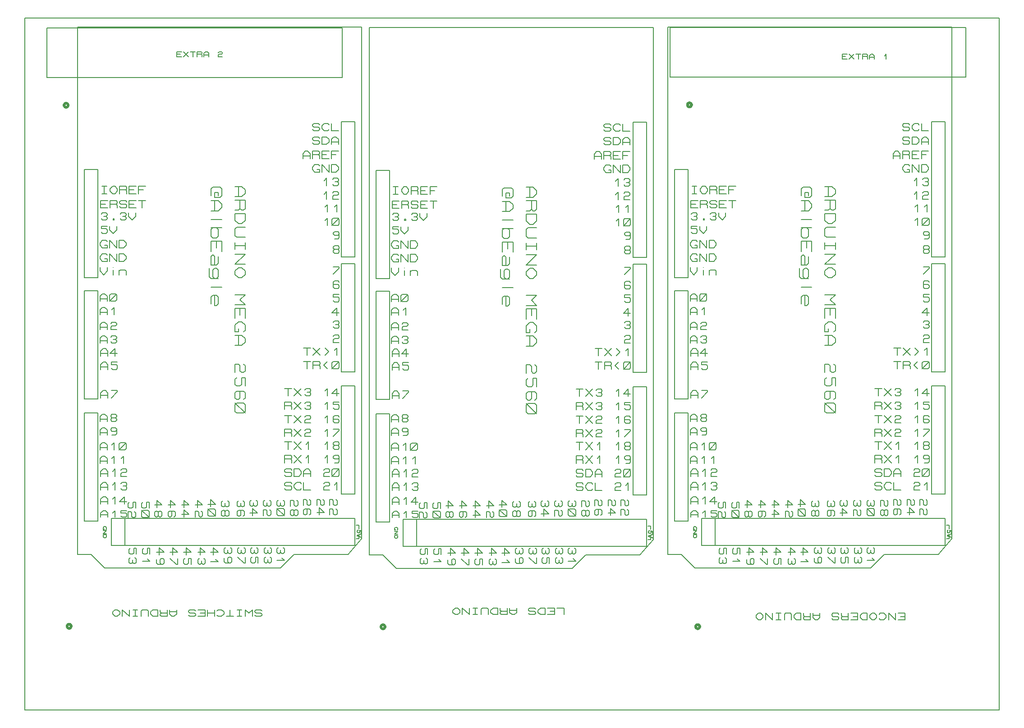
<source format=gbr>
G04 PROTEUS GERBER X2 FILE*
%TF.GenerationSoftware,Labcenter,Proteus,8.6-SP2-Build23525*%
%TF.CreationDate,2019-12-11T18:48:13+00:00*%
%TF.FileFunction,Legend,Top*%
%TF.FilePolarity,Positive*%
%TF.Part,Single*%
%FSLAX45Y45*%
%MOMM*%
G01*
%TA.AperFunction,Material*%
%ADD15C,0.508000*%
%ADD16C,0.203200*%
%ADD17C,0.031750*%
%TA.AperFunction,Profile*%
%ADD14C,0.203200*%
%TA.AperFunction,Material*%
%ADD18C,0.152400*%
%TD.AperFunction*%
D15*
X+3516341Y-4933641D02*
X+3516210Y-4930483D01*
X+3515144Y-4924165D01*
X+3512913Y-4917847D01*
X+3509268Y-4911529D01*
X+3503693Y-4905290D01*
X+3497375Y-4900694D01*
X+3491057Y-4897761D01*
X+3484739Y-4896099D01*
X+3478421Y-4895541D01*
X+3478241Y-4895541D01*
X+3440141Y-4933641D02*
X+3440272Y-4930483D01*
X+3441338Y-4924165D01*
X+3443569Y-4917847D01*
X+3447214Y-4911529D01*
X+3452789Y-4905290D01*
X+3459107Y-4900694D01*
X+3465425Y-4897761D01*
X+3471743Y-4896099D01*
X+3478061Y-4895541D01*
X+3478241Y-4895541D01*
X+3440141Y-4933641D02*
X+3440272Y-4936799D01*
X+3441338Y-4943117D01*
X+3443569Y-4949435D01*
X+3447214Y-4955753D01*
X+3452789Y-4961992D01*
X+3459107Y-4966588D01*
X+3465425Y-4969521D01*
X+3471743Y-4971183D01*
X+3478061Y-4971741D01*
X+3478241Y-4971741D01*
X+3516341Y-4933641D02*
X+3516210Y-4936799D01*
X+3515144Y-4943117D01*
X+3512913Y-4949435D01*
X+3509268Y-4955753D01*
X+3503693Y-4961992D01*
X+3497375Y-4966588D01*
X+3491057Y-4969521D01*
X+3484739Y-4971183D01*
X+3478421Y-4971741D01*
X+3478241Y-4971741D01*
D16*
X+7240291Y-4681921D02*
X+7373641Y-4681921D01*
X+7373641Y-4803841D01*
X+7240291Y-4803841D01*
X+7373641Y-4742881D02*
X+7284741Y-4742881D01*
X+7195841Y-4681921D02*
X+7195841Y-4803841D01*
X+7062491Y-4681921D01*
X+7062491Y-4803841D01*
X+6884691Y-4702241D02*
X+6906916Y-4681921D01*
X+6973591Y-4681921D01*
X+7018041Y-4722561D01*
X+7018041Y-4763201D01*
X+6973591Y-4803841D01*
X+6906916Y-4803841D01*
X+6884691Y-4783521D01*
X+6840241Y-4763201D02*
X+6795791Y-4803841D01*
X+6751341Y-4803841D01*
X+6706891Y-4763201D01*
X+6706891Y-4722561D01*
X+6751341Y-4681921D01*
X+6795791Y-4681921D01*
X+6840241Y-4722561D01*
X+6840241Y-4763201D01*
X+6662441Y-4681921D02*
X+6662441Y-4803841D01*
X+6573541Y-4803841D01*
X+6529091Y-4763201D01*
X+6529091Y-4722561D01*
X+6573541Y-4681921D01*
X+6662441Y-4681921D01*
X+6351291Y-4681921D02*
X+6484641Y-4681921D01*
X+6484641Y-4803841D01*
X+6351291Y-4803841D01*
X+6484641Y-4742881D02*
X+6395741Y-4742881D01*
X+6306841Y-4681921D02*
X+6306841Y-4803841D01*
X+6195716Y-4803841D01*
X+6173491Y-4783521D01*
X+6173491Y-4763201D01*
X+6195716Y-4742881D01*
X+6306841Y-4742881D01*
X+6195716Y-4742881D02*
X+6173491Y-4722561D01*
X+6173491Y-4681921D01*
X+6129041Y-4702241D02*
X+6106816Y-4681921D01*
X+6017916Y-4681921D01*
X+5995691Y-4702241D01*
X+5995691Y-4722561D01*
X+6017916Y-4742881D01*
X+6106816Y-4742881D01*
X+6129041Y-4763201D01*
X+6129041Y-4783521D01*
X+6106816Y-4803841D01*
X+6017916Y-4803841D01*
X+5995691Y-4783521D01*
X+5773441Y-4681921D02*
X+5773441Y-4763201D01*
X+5728991Y-4803841D01*
X+5684541Y-4803841D01*
X+5640091Y-4763201D01*
X+5640091Y-4681921D01*
X+5773441Y-4722561D02*
X+5640091Y-4722561D01*
X+5595641Y-4681921D02*
X+5595641Y-4803841D01*
X+5484516Y-4803841D01*
X+5462291Y-4783521D01*
X+5462291Y-4763201D01*
X+5484516Y-4742881D01*
X+5595641Y-4742881D01*
X+5484516Y-4742881D02*
X+5462291Y-4722561D01*
X+5462291Y-4681921D01*
X+5417841Y-4681921D02*
X+5417841Y-4803841D01*
X+5328941Y-4803841D01*
X+5284491Y-4763201D01*
X+5284491Y-4722561D01*
X+5328941Y-4681921D01*
X+5417841Y-4681921D01*
X+5240041Y-4803841D02*
X+5240041Y-4702241D01*
X+5217816Y-4681921D01*
X+5128916Y-4681921D01*
X+5106691Y-4702241D01*
X+5106691Y-4803841D01*
X+5040016Y-4803841D02*
X+4951116Y-4803841D01*
X+4995566Y-4803841D02*
X+4995566Y-4681921D01*
X+5040016Y-4681921D02*
X+4951116Y-4681921D01*
X+4884441Y-4681921D02*
X+4884441Y-4803841D01*
X+4751091Y-4681921D01*
X+4751091Y-4803841D01*
X+4706641Y-4763201D02*
X+4662191Y-4803841D01*
X+4617741Y-4803841D01*
X+4573291Y-4763201D01*
X+4573291Y-4722561D01*
X+4617741Y-4681921D01*
X+4662191Y-4681921D01*
X+4706641Y-4722561D01*
X+4706641Y-4763201D01*
D15*
X-2393659Y-4936541D02*
X-2393790Y-4933383D01*
X-2394856Y-4927065D01*
X-2397087Y-4920747D01*
X-2400732Y-4914429D01*
X-2406307Y-4908190D01*
X-2412625Y-4903594D01*
X-2418943Y-4900661D01*
X-2425261Y-4898999D01*
X-2431579Y-4898441D01*
X-2431759Y-4898441D01*
X-2469859Y-4936541D02*
X-2469728Y-4933383D01*
X-2468662Y-4927065D01*
X-2466431Y-4920747D01*
X-2462786Y-4914429D01*
X-2457211Y-4908190D01*
X-2450893Y-4903594D01*
X-2444575Y-4900661D01*
X-2438257Y-4898999D01*
X-2431939Y-4898441D01*
X-2431759Y-4898441D01*
X-2469859Y-4936541D02*
X-2469728Y-4939699D01*
X-2468662Y-4946017D01*
X-2466431Y-4952335D01*
X-2462786Y-4958653D01*
X-2457211Y-4964892D01*
X-2450893Y-4969488D01*
X-2444575Y-4972421D01*
X-2438257Y-4974083D01*
X-2431939Y-4974641D01*
X-2431759Y-4974641D01*
X-2393659Y-4936541D02*
X-2393790Y-4939699D01*
X-2394856Y-4946017D01*
X-2397087Y-4952335D01*
X-2400732Y-4958653D01*
X-2406307Y-4964892D01*
X-2412625Y-4969488D01*
X-2418943Y-4972421D01*
X-2425261Y-4974083D01*
X-2431579Y-4974641D01*
X-2431759Y-4974641D01*
D16*
X+970041Y-4707741D02*
X+970041Y-4585821D01*
X+836691Y-4585821D01*
X+658891Y-4585821D02*
X+792241Y-4585821D01*
X+792241Y-4707741D01*
X+658891Y-4707741D01*
X+792241Y-4646781D02*
X+703341Y-4646781D01*
X+614441Y-4585821D02*
X+614441Y-4707741D01*
X+525541Y-4707741D01*
X+481091Y-4667101D01*
X+481091Y-4626461D01*
X+525541Y-4585821D01*
X+614441Y-4585821D01*
X+436641Y-4606141D02*
X+414416Y-4585821D01*
X+325516Y-4585821D01*
X+303291Y-4606141D01*
X+303291Y-4626461D01*
X+325516Y-4646781D01*
X+414416Y-4646781D01*
X+436641Y-4667101D01*
X+436641Y-4687421D01*
X+414416Y-4707741D01*
X+325516Y-4707741D01*
X+303291Y-4687421D01*
X+81041Y-4585821D02*
X+81041Y-4667101D01*
X+36591Y-4707741D01*
X-7859Y-4707741D01*
X-52309Y-4667101D01*
X-52309Y-4585821D01*
X+81041Y-4626461D02*
X-52309Y-4626461D01*
X-96759Y-4585821D02*
X-96759Y-4707741D01*
X-207884Y-4707741D01*
X-230109Y-4687421D01*
X-230109Y-4667101D01*
X-207884Y-4646781D01*
X-96759Y-4646781D01*
X-207884Y-4646781D02*
X-230109Y-4626461D01*
X-230109Y-4585821D01*
X-274559Y-4585821D02*
X-274559Y-4707741D01*
X-363459Y-4707741D01*
X-407909Y-4667101D01*
X-407909Y-4626461D01*
X-363459Y-4585821D01*
X-274559Y-4585821D01*
X-452359Y-4707741D02*
X-452359Y-4606141D01*
X-474584Y-4585821D01*
X-563484Y-4585821D01*
X-585709Y-4606141D01*
X-585709Y-4707741D01*
X-652384Y-4707741D02*
X-741284Y-4707741D01*
X-696834Y-4707741D02*
X-696834Y-4585821D01*
X-652384Y-4585821D02*
X-741284Y-4585821D01*
X-807959Y-4585821D02*
X-807959Y-4707741D01*
X-941309Y-4585821D01*
X-941309Y-4707741D01*
X-985759Y-4667101D02*
X-1030209Y-4707741D01*
X-1074659Y-4707741D01*
X-1119109Y-4667101D01*
X-1119109Y-4626461D01*
X-1074659Y-4585821D01*
X-1030209Y-4585821D01*
X-985759Y-4626461D01*
X-985759Y-4667101D01*
D15*
X-8285659Y-4926541D02*
X-8285790Y-4923383D01*
X-8286856Y-4917065D01*
X-8289087Y-4910747D01*
X-8292732Y-4904429D01*
X-8298307Y-4898190D01*
X-8304625Y-4893594D01*
X-8310943Y-4890661D01*
X-8317261Y-4888999D01*
X-8323579Y-4888441D01*
X-8323759Y-4888441D01*
X-8361859Y-4926541D02*
X-8361728Y-4923383D01*
X-8360662Y-4917065D01*
X-8358431Y-4910747D01*
X-8354786Y-4904429D01*
X-8349211Y-4898190D01*
X-8342893Y-4893594D01*
X-8336575Y-4890661D01*
X-8330257Y-4888999D01*
X-8323939Y-4888441D01*
X-8323759Y-4888441D01*
X-8361859Y-4926541D02*
X-8361728Y-4929699D01*
X-8360662Y-4936017D01*
X-8358431Y-4942335D01*
X-8354786Y-4948653D01*
X-8349211Y-4954892D01*
X-8342893Y-4959488D01*
X-8336575Y-4962421D01*
X-8330257Y-4964083D01*
X-8323939Y-4964641D01*
X-8323759Y-4964641D01*
X-8285659Y-4926541D02*
X-8285790Y-4929699D01*
X-8286856Y-4936017D01*
X-8289087Y-4942335D01*
X-8292732Y-4948653D01*
X-8298307Y-4954892D01*
X-8304625Y-4959488D01*
X-8310943Y-4962421D01*
X-8317261Y-4964083D01*
X-8323579Y-4964641D01*
X-8323759Y-4964641D01*
D16*
X-4706109Y-4635391D02*
X-4728334Y-4615071D01*
X-4817234Y-4615071D01*
X-4839459Y-4635391D01*
X-4839459Y-4655711D01*
X-4817234Y-4676031D01*
X-4728334Y-4676031D01*
X-4706109Y-4696351D01*
X-4706109Y-4716671D01*
X-4728334Y-4736991D01*
X-4817234Y-4736991D01*
X-4839459Y-4716671D01*
X-4883909Y-4736991D02*
X-4883909Y-4615071D01*
X-4950584Y-4676031D01*
X-5017259Y-4615071D01*
X-5017259Y-4736991D01*
X-5083934Y-4736991D02*
X-5172834Y-4736991D01*
X-5128384Y-4736991D02*
X-5128384Y-4615071D01*
X-5083934Y-4615071D02*
X-5172834Y-4615071D01*
X-5239509Y-4736991D02*
X-5372859Y-4736991D01*
X-5306184Y-4736991D02*
X-5306184Y-4615071D01*
X-5550659Y-4635391D02*
X-5528434Y-4615071D01*
X-5461759Y-4615071D01*
X-5417309Y-4655711D01*
X-5417309Y-4696351D01*
X-5461759Y-4736991D01*
X-5528434Y-4736991D01*
X-5550659Y-4716671D01*
X-5595109Y-4615071D02*
X-5595109Y-4736991D01*
X-5728459Y-4736991D02*
X-5728459Y-4615071D01*
X-5595109Y-4676031D02*
X-5728459Y-4676031D01*
X-5906259Y-4615071D02*
X-5772909Y-4615071D01*
X-5772909Y-4736991D01*
X-5906259Y-4736991D01*
X-5772909Y-4676031D02*
X-5861809Y-4676031D01*
X-5950709Y-4635391D02*
X-5972934Y-4615071D01*
X-6061834Y-4615071D01*
X-6084059Y-4635391D01*
X-6084059Y-4655711D01*
X-6061834Y-4676031D01*
X-5972934Y-4676031D01*
X-5950709Y-4696351D01*
X-5950709Y-4716671D01*
X-5972934Y-4736991D01*
X-6061834Y-4736991D01*
X-6084059Y-4716671D01*
X-6306309Y-4615071D02*
X-6306309Y-4696351D01*
X-6350759Y-4736991D01*
X-6395209Y-4736991D01*
X-6439659Y-4696351D01*
X-6439659Y-4615071D01*
X-6306309Y-4655711D02*
X-6439659Y-4655711D01*
X-6484109Y-4615071D02*
X-6484109Y-4736991D01*
X-6595234Y-4736991D01*
X-6617459Y-4716671D01*
X-6617459Y-4696351D01*
X-6595234Y-4676031D01*
X-6484109Y-4676031D01*
X-6595234Y-4676031D02*
X-6617459Y-4655711D01*
X-6617459Y-4615071D01*
X-6661909Y-4615071D02*
X-6661909Y-4736991D01*
X-6750809Y-4736991D01*
X-6795259Y-4696351D01*
X-6795259Y-4655711D01*
X-6750809Y-4615071D01*
X-6661909Y-4615071D01*
X-6839709Y-4736991D02*
X-6839709Y-4635391D01*
X-6861934Y-4615071D01*
X-6950834Y-4615071D01*
X-6973059Y-4635391D01*
X-6973059Y-4736991D01*
X-7039734Y-4736991D02*
X-7128634Y-4736991D01*
X-7084184Y-4736991D02*
X-7084184Y-4615071D01*
X-7039734Y-4615071D02*
X-7128634Y-4615071D01*
X-7195309Y-4615071D02*
X-7195309Y-4736991D01*
X-7328659Y-4615071D01*
X-7328659Y-4736991D01*
X-7373109Y-4696351D02*
X-7417559Y-4736991D01*
X-7462009Y-4736991D01*
X-7506459Y-4696351D01*
X-7506459Y-4655711D01*
X-7462009Y-4615071D01*
X-7417559Y-4615071D01*
X-7373109Y-4655711D01*
X-7373109Y-4696351D01*
X+2918241Y-3577041D02*
X+2918241Y+6328959D01*
X+8252241Y-3284941D02*
X+8252241Y+6328959D01*
X+2918241Y-3577041D02*
X+3172241Y-3577041D01*
X+3426241Y-3831041D02*
X+3172241Y-3577041D01*
X+3426241Y-3831041D02*
X+6728241Y-3831041D01*
X+6982241Y-3577041D01*
X+7998241Y-3577041D01*
X+2918241Y+6328959D02*
X+8252241Y+6328959D01*
X+8252241Y-3284941D02*
X+7998241Y-3577041D01*
X+7871241Y-148041D02*
X+8125241Y-148041D01*
X+8125241Y+1883959D01*
X+7871241Y+1883959D01*
X+7871241Y-148041D01*
X+7871241Y-2446741D02*
X+8125241Y-2446741D01*
X+8125241Y-414741D01*
X+7871241Y-414741D01*
X+7871241Y-2446741D01*
X+3807241Y-3411941D02*
X+8125241Y-3411941D01*
X+8125241Y-2903941D01*
X+3807241Y-2903941D01*
X+3807241Y-3411941D01*
X+3553241Y-3411941D02*
X+3807241Y-3411941D01*
X+3807241Y-2903941D01*
X+3553241Y-2903941D01*
X+3553241Y-3411941D01*
X+3045241Y-2954741D02*
X+3299241Y-2954741D01*
X+3299241Y-922741D01*
X+3045241Y-922741D01*
X+3045241Y-2954741D01*
X+3045241Y-656041D02*
X+3299241Y-656041D01*
X+3299241Y+1375959D01*
X+3045241Y+1375959D01*
X+3045241Y-656041D01*
X+7871241Y+2010959D02*
X+8125241Y+2010959D01*
X+8125241Y+4550959D01*
X+7871241Y+4550959D01*
X+7871241Y+2010959D01*
X+3045241Y+1617259D02*
X+3299241Y+1617259D01*
X+3299241Y+3649259D01*
X+3045241Y+3649259D01*
X+3045241Y+1617259D01*
X+3350041Y-102321D02*
X+3350041Y-10881D01*
X+3394491Y+34839D01*
X+3438941Y+34839D01*
X+3483391Y-10881D01*
X+3483391Y-102321D01*
X+3350041Y-56601D02*
X+3483391Y-56601D01*
X+3661191Y+34839D02*
X+3550066Y+34839D01*
X+3550066Y-10881D01*
X+3638966Y-10881D01*
X+3661191Y-33741D01*
X+3661191Y-79461D01*
X+3638966Y-102321D01*
X+3572291Y-102321D01*
X+3550066Y-79461D01*
X+3350041Y+151679D02*
X+3350041Y+243119D01*
X+3394491Y+288839D01*
X+3438941Y+288839D01*
X+3483391Y+243119D01*
X+3483391Y+151679D01*
X+3350041Y+197399D02*
X+3483391Y+197399D01*
X+3661191Y+197399D02*
X+3527841Y+197399D01*
X+3616741Y+288839D01*
X+3616741Y+151679D01*
X+3337341Y+392979D02*
X+3337341Y+484419D01*
X+3381791Y+530139D01*
X+3426241Y+530139D01*
X+3470691Y+484419D01*
X+3470691Y+392979D01*
X+3337341Y+438699D02*
X+3470691Y+438699D01*
X+3537366Y+507279D02*
X+3559591Y+530139D01*
X+3626266Y+530139D01*
X+3648491Y+507279D01*
X+3648491Y+484419D01*
X+3626266Y+461559D01*
X+3648491Y+438699D01*
X+3648491Y+415839D01*
X+3626266Y+392979D01*
X+3559591Y+392979D01*
X+3537366Y+415839D01*
X+3581816Y+461559D02*
X+3626266Y+461559D01*
X+3337341Y+646979D02*
X+3337341Y+738419D01*
X+3381791Y+784139D01*
X+3426241Y+784139D01*
X+3470691Y+738419D01*
X+3470691Y+646979D01*
X+3337341Y+692699D02*
X+3470691Y+692699D01*
X+3537366Y+761279D02*
X+3559591Y+784139D01*
X+3626266Y+784139D01*
X+3648491Y+761279D01*
X+3648491Y+738419D01*
X+3626266Y+715559D01*
X+3559591Y+715559D01*
X+3537366Y+692699D01*
X+3537366Y+646979D01*
X+3648491Y+646979D01*
X+3337341Y+926379D02*
X+3337341Y+1017819D01*
X+3381791Y+1063539D01*
X+3426241Y+1063539D01*
X+3470691Y+1017819D01*
X+3470691Y+926379D01*
X+3337341Y+972099D02*
X+3470691Y+972099D01*
X+3559591Y+1017819D02*
X+3604041Y+1063539D01*
X+3604041Y+926379D01*
X+3337341Y+1180379D02*
X+3337341Y+1271819D01*
X+3381791Y+1317539D01*
X+3426241Y+1317539D01*
X+3470691Y+1271819D01*
X+3470691Y+1180379D01*
X+3337341Y+1226099D02*
X+3470691Y+1226099D01*
X+3515141Y+1203239D02*
X+3515141Y+1294679D01*
X+3537366Y+1317539D01*
X+3626266Y+1317539D01*
X+3648491Y+1294679D01*
X+3648491Y+1203239D01*
X+3626266Y+1180379D01*
X+3537366Y+1180379D01*
X+3515141Y+1203239D01*
X+3515141Y+1180379D02*
X+3648491Y+1317539D01*
X+3337341Y+1812839D02*
X+3337341Y+1744259D01*
X+3404016Y+1675679D01*
X+3470691Y+1744259D01*
X+3470691Y+1812839D01*
X+3581816Y+1767119D02*
X+3581816Y+1675679D01*
X+3581816Y+1812839D02*
X+3581816Y+1812839D01*
X+3692941Y+1675679D02*
X+3692941Y+1767119D01*
X+3692941Y+1744259D02*
X+3715166Y+1767119D01*
X+3804066Y+1767119D01*
X+3826291Y+1744259D01*
X+3826291Y+1675679D01*
X+3426241Y+1975399D02*
X+3470691Y+1975399D01*
X+3470691Y+1929679D01*
X+3381791Y+1929679D01*
X+3337341Y+1975399D01*
X+3337341Y+2021119D01*
X+3381791Y+2066839D01*
X+3448466Y+2066839D01*
X+3470691Y+2043979D01*
X+3515141Y+1929679D02*
X+3515141Y+2066839D01*
X+3648491Y+1929679D01*
X+3648491Y+2066839D01*
X+3692941Y+1929679D02*
X+3692941Y+2066839D01*
X+3781841Y+2066839D01*
X+3826291Y+2021119D01*
X+3826291Y+1975399D01*
X+3781841Y+1929679D01*
X+3692941Y+1929679D01*
X+3426241Y+2229399D02*
X+3470691Y+2229399D01*
X+3470691Y+2183679D01*
X+3381791Y+2183679D01*
X+3337341Y+2229399D01*
X+3337341Y+2275119D01*
X+3381791Y+2320839D01*
X+3448466Y+2320839D01*
X+3470691Y+2297979D01*
X+3515141Y+2183679D02*
X+3515141Y+2320839D01*
X+3648491Y+2183679D01*
X+3648491Y+2320839D01*
X+3692941Y+2183679D02*
X+3692941Y+2320839D01*
X+3781841Y+2320839D01*
X+3826291Y+2275119D01*
X+3826291Y+2229399D01*
X+3781841Y+2183679D01*
X+3692941Y+2183679D01*
X+3470691Y+2587539D02*
X+3359566Y+2587539D01*
X+3359566Y+2541819D01*
X+3448466Y+2541819D01*
X+3470691Y+2518959D01*
X+3470691Y+2473239D01*
X+3448466Y+2450379D01*
X+3381791Y+2450379D01*
X+3359566Y+2473239D01*
X+3515141Y+2587539D02*
X+3515141Y+2518959D01*
X+3581816Y+2450379D01*
X+3648491Y+2518959D01*
X+3648491Y+2587539D01*
X+3359566Y+2818679D02*
X+3381791Y+2841539D01*
X+3448466Y+2841539D01*
X+3470691Y+2818679D01*
X+3470691Y+2795819D01*
X+3448466Y+2772959D01*
X+3470691Y+2750099D01*
X+3470691Y+2727239D01*
X+3448466Y+2704379D01*
X+3381791Y+2704379D01*
X+3359566Y+2727239D01*
X+3404016Y+2772959D02*
X+3448466Y+2772959D01*
X+3581816Y+2727239D02*
X+3604041Y+2727239D01*
X+3604041Y+2704379D01*
X+3581816Y+2704379D01*
X+3581816Y+2727239D01*
X+3715166Y+2818679D02*
X+3737391Y+2841539D01*
X+3804066Y+2841539D01*
X+3826291Y+2818679D01*
X+3826291Y+2795819D01*
X+3804066Y+2772959D01*
X+3826291Y+2750099D01*
X+3826291Y+2727239D01*
X+3804066Y+2704379D01*
X+3737391Y+2704379D01*
X+3715166Y+2727239D01*
X+3759616Y+2772959D02*
X+3804066Y+2772959D01*
X+3870741Y+2841539D02*
X+3870741Y+2772959D01*
X+3937416Y+2704379D01*
X+4004091Y+2772959D01*
X+4004091Y+2841539D01*
X+3483391Y+2932979D02*
X+3350041Y+2932979D01*
X+3350041Y+3070139D01*
X+3483391Y+3070139D01*
X+3350041Y+3001559D02*
X+3438941Y+3001559D01*
X+3527841Y+2932979D02*
X+3527841Y+3070139D01*
X+3638966Y+3070139D01*
X+3661191Y+3047279D01*
X+3661191Y+3024419D01*
X+3638966Y+3001559D01*
X+3527841Y+3001559D01*
X+3638966Y+3001559D02*
X+3661191Y+2978699D01*
X+3661191Y+2932979D01*
X+3705641Y+2955839D02*
X+3727866Y+2932979D01*
X+3816766Y+2932979D01*
X+3838991Y+2955839D01*
X+3838991Y+2978699D01*
X+3816766Y+3001559D01*
X+3727866Y+3001559D01*
X+3705641Y+3024419D01*
X+3705641Y+3047279D01*
X+3727866Y+3070139D01*
X+3816766Y+3070139D01*
X+3838991Y+3047279D01*
X+4016791Y+2932979D02*
X+3883441Y+2932979D01*
X+3883441Y+3070139D01*
X+4016791Y+3070139D01*
X+3883441Y+3001559D02*
X+3972341Y+3001559D01*
X+4061241Y+3070139D02*
X+4194591Y+3070139D01*
X+4127916Y+3070139D02*
X+4127916Y+2932979D01*
X+3372266Y+3336839D02*
X+3461166Y+3336839D01*
X+3416716Y+3336839D02*
X+3416716Y+3199679D01*
X+3372266Y+3199679D02*
X+3461166Y+3199679D01*
X+3527841Y+3291119D02*
X+3572291Y+3336839D01*
X+3616741Y+3336839D01*
X+3661191Y+3291119D01*
X+3661191Y+3245399D01*
X+3616741Y+3199679D01*
X+3572291Y+3199679D01*
X+3527841Y+3245399D01*
X+3527841Y+3291119D01*
X+3705641Y+3199679D02*
X+3705641Y+3336839D01*
X+3816766Y+3336839D01*
X+3838991Y+3313979D01*
X+3838991Y+3291119D01*
X+3816766Y+3268259D01*
X+3705641Y+3268259D01*
X+3816766Y+3268259D02*
X+3838991Y+3245399D01*
X+3838991Y+3199679D01*
X+4016791Y+3199679D02*
X+3883441Y+3199679D01*
X+3883441Y+3336839D01*
X+4016791Y+3336839D01*
X+3883441Y+3268259D02*
X+3972341Y+3268259D01*
X+4061241Y+3199679D02*
X+4061241Y+3336839D01*
X+4194591Y+3336839D01*
X+4061241Y+3268259D02*
X+4150141Y+3268259D01*
X+3350041Y-635721D02*
X+3350041Y-544281D01*
X+3394491Y-498561D01*
X+3438941Y-498561D01*
X+3483391Y-544281D01*
X+3483391Y-635721D01*
X+3350041Y-590001D02*
X+3483391Y-590001D01*
X+3550066Y-498561D02*
X+3661191Y-498561D01*
X+3661191Y-521421D01*
X+3550066Y-635721D01*
X+3350041Y-2362921D02*
X+3350041Y-2271481D01*
X+3394491Y-2225761D01*
X+3438941Y-2225761D01*
X+3483391Y-2271481D01*
X+3483391Y-2362921D01*
X+3350041Y-2317201D02*
X+3483391Y-2317201D01*
X+3572291Y-2271481D02*
X+3616741Y-2225761D01*
X+3616741Y-2362921D01*
X+3727866Y-2248621D02*
X+3750091Y-2225761D01*
X+3816766Y-2225761D01*
X+3838991Y-2248621D01*
X+3838991Y-2271481D01*
X+3816766Y-2294341D01*
X+3838991Y-2317201D01*
X+3838991Y-2340061D01*
X+3816766Y-2362921D01*
X+3750091Y-2362921D01*
X+3727866Y-2340061D01*
X+3772316Y-2294341D02*
X+3816766Y-2294341D01*
X+3350041Y-2108921D02*
X+3350041Y-2017481D01*
X+3394491Y-1971761D01*
X+3438941Y-1971761D01*
X+3483391Y-2017481D01*
X+3483391Y-2108921D01*
X+3350041Y-2063201D02*
X+3483391Y-2063201D01*
X+3572291Y-2017481D02*
X+3616741Y-1971761D01*
X+3616741Y-2108921D01*
X+3727866Y-1994621D02*
X+3750091Y-1971761D01*
X+3816766Y-1971761D01*
X+3838991Y-1994621D01*
X+3838991Y-2017481D01*
X+3816766Y-2040341D01*
X+3750091Y-2040341D01*
X+3727866Y-2063201D01*
X+3727866Y-2108921D01*
X+3838991Y-2108921D01*
X+3337341Y-1867621D02*
X+3337341Y-1776181D01*
X+3381791Y-1730461D01*
X+3426241Y-1730461D01*
X+3470691Y-1776181D01*
X+3470691Y-1867621D01*
X+3337341Y-1821901D02*
X+3470691Y-1821901D01*
X+3559591Y-1776181D02*
X+3604041Y-1730461D01*
X+3604041Y-1867621D01*
X+3737391Y-1776181D02*
X+3781841Y-1730461D01*
X+3781841Y-1867621D01*
X+3337341Y-1613621D02*
X+3337341Y-1522181D01*
X+3381791Y-1476461D01*
X+3426241Y-1476461D01*
X+3470691Y-1522181D01*
X+3470691Y-1613621D01*
X+3337341Y-1567901D02*
X+3470691Y-1567901D01*
X+3559591Y-1522181D02*
X+3604041Y-1476461D01*
X+3604041Y-1613621D01*
X+3692941Y-1590761D02*
X+3692941Y-1499321D01*
X+3715166Y-1476461D01*
X+3804066Y-1476461D01*
X+3826291Y-1499321D01*
X+3826291Y-1590761D01*
X+3804066Y-1613621D01*
X+3715166Y-1613621D01*
X+3692941Y-1590761D01*
X+3692941Y-1613621D02*
X+3826291Y-1476461D01*
X+3337341Y-1334221D02*
X+3337341Y-1242781D01*
X+3381791Y-1197061D01*
X+3426241Y-1197061D01*
X+3470691Y-1242781D01*
X+3470691Y-1334221D01*
X+3337341Y-1288501D02*
X+3470691Y-1288501D01*
X+3648491Y-1242781D02*
X+3626266Y-1265641D01*
X+3559591Y-1265641D01*
X+3537366Y-1242781D01*
X+3537366Y-1219921D01*
X+3559591Y-1197061D01*
X+3626266Y-1197061D01*
X+3648491Y-1219921D01*
X+3648491Y-1311361D01*
X+3626266Y-1334221D01*
X+3559591Y-1334221D01*
X+3337341Y-1080221D02*
X+3337341Y-988781D01*
X+3381791Y-943061D01*
X+3426241Y-943061D01*
X+3470691Y-988781D01*
X+3470691Y-1080221D01*
X+3337341Y-1034501D02*
X+3470691Y-1034501D01*
X+3559591Y-1011641D02*
X+3537366Y-988781D01*
X+3537366Y-965921D01*
X+3559591Y-943061D01*
X+3626266Y-943061D01*
X+3648491Y-965921D01*
X+3648491Y-988781D01*
X+3626266Y-1011641D01*
X+3559591Y-1011641D01*
X+3537366Y-1034501D01*
X+3537366Y-1057361D01*
X+3559591Y-1080221D01*
X+3626266Y-1080221D01*
X+3648491Y-1057361D01*
X+3648491Y-1034501D01*
X+3626266Y-1011641D01*
X+3350041Y-2876001D02*
X+3350041Y-2794721D01*
X+3394491Y-2754081D01*
X+3438941Y-2754081D01*
X+3483391Y-2794721D01*
X+3483391Y-2876001D01*
X+3350041Y-2835361D02*
X+3483391Y-2835361D01*
X+3572291Y-2794721D02*
X+3616741Y-2754081D01*
X+3616741Y-2876001D01*
X+3838991Y-2754081D02*
X+3727866Y-2754081D01*
X+3727866Y-2794721D01*
X+3816766Y-2794721D01*
X+3838991Y-2815041D01*
X+3838991Y-2855681D01*
X+3816766Y-2876001D01*
X+3750091Y-2876001D01*
X+3727866Y-2855681D01*
X+3350041Y-2629621D02*
X+3350041Y-2538181D01*
X+3394491Y-2492461D01*
X+3438941Y-2492461D01*
X+3483391Y-2538181D01*
X+3483391Y-2629621D01*
X+3350041Y-2583901D02*
X+3483391Y-2583901D01*
X+3572291Y-2538181D02*
X+3616741Y-2492461D01*
X+3616741Y-2629621D01*
X+3838991Y-2583901D02*
X+3705641Y-2583901D01*
X+3794541Y-2492461D01*
X+3794541Y-2629621D01*
X+3416081Y-3094441D02*
X+3416081Y-3113491D01*
X+3395761Y-3113491D01*
X+3395761Y-3075391D01*
X+3416081Y-3056341D01*
X+3436401Y-3056341D01*
X+3456721Y-3075391D01*
X+3456721Y-3103966D01*
X+3446561Y-3113491D01*
X+3395761Y-3132541D02*
X+3456721Y-3132541D01*
X+3395761Y-3189691D01*
X+3456721Y-3189691D01*
X+3395761Y-3208741D02*
X+3456721Y-3208741D01*
X+3456721Y-3246841D01*
X+3436401Y-3265891D01*
X+3416081Y-3265891D01*
X+3395761Y-3246841D01*
X+3395761Y-3208741D01*
X+4002821Y-2707091D02*
X+4002821Y-2595966D01*
X+3957101Y-2595966D01*
X+3957101Y-2684866D01*
X+3934241Y-2707091D01*
X+3888521Y-2707091D01*
X+3865661Y-2684866D01*
X+3865661Y-2618191D01*
X+3888521Y-2595966D01*
X+3979961Y-2773766D02*
X+4002821Y-2795991D01*
X+4002821Y-2862666D01*
X+3979961Y-2884891D01*
X+3957101Y-2884891D01*
X+3934241Y-2862666D01*
X+3934241Y-2795991D01*
X+3911381Y-2773766D01*
X+3865661Y-2773766D01*
X+3865661Y-2884891D01*
X+4256821Y-2707091D02*
X+4256821Y-2595966D01*
X+4211101Y-2595966D01*
X+4211101Y-2684866D01*
X+4188241Y-2707091D01*
X+4142521Y-2707091D01*
X+4119661Y-2684866D01*
X+4119661Y-2618191D01*
X+4142521Y-2595966D01*
X+4142521Y-2751541D02*
X+4233961Y-2751541D01*
X+4256821Y-2773766D01*
X+4256821Y-2862666D01*
X+4233961Y-2884891D01*
X+4142521Y-2884891D01*
X+4119661Y-2862666D01*
X+4119661Y-2773766D01*
X+4142521Y-2751541D01*
X+4119661Y-2751541D02*
X+4256821Y-2884891D01*
X+4406681Y-2694391D02*
X+4406681Y-2561041D01*
X+4498121Y-2649941D01*
X+4360961Y-2649941D01*
X+4429541Y-2783291D02*
X+4452401Y-2761066D01*
X+4475261Y-2761066D01*
X+4498121Y-2783291D01*
X+4498121Y-2849966D01*
X+4475261Y-2872191D01*
X+4452401Y-2872191D01*
X+4429541Y-2849966D01*
X+4429541Y-2783291D01*
X+4406681Y-2761066D01*
X+4383821Y-2761066D01*
X+4360961Y-2783291D01*
X+4360961Y-2849966D01*
X+4383821Y-2872191D01*
X+4406681Y-2872191D01*
X+4429541Y-2849966D01*
X+4660681Y-2694391D02*
X+4660681Y-2561041D01*
X+4752121Y-2649941D01*
X+4614961Y-2649941D01*
X+4729261Y-2872191D02*
X+4752121Y-2849966D01*
X+4752121Y-2783291D01*
X+4729261Y-2761066D01*
X+4637821Y-2761066D01*
X+4614961Y-2783291D01*
X+4614961Y-2849966D01*
X+4637821Y-2872191D01*
X+4660681Y-2872191D01*
X+4683541Y-2849966D01*
X+4683541Y-2761066D01*
X+4914681Y-2694391D02*
X+4914681Y-2561041D01*
X+5006121Y-2649941D01*
X+4868961Y-2649941D01*
X+4914681Y-2872191D02*
X+4914681Y-2738841D01*
X+5006121Y-2827741D01*
X+4868961Y-2827741D01*
X+5168681Y-2694391D02*
X+5168681Y-2561041D01*
X+5260121Y-2649941D01*
X+5122961Y-2649941D01*
X+5237261Y-2761066D02*
X+5260121Y-2783291D01*
X+5260121Y-2849966D01*
X+5237261Y-2872191D01*
X+5214401Y-2872191D01*
X+5191541Y-2849966D01*
X+5191541Y-2783291D01*
X+5168681Y-2761066D01*
X+5122961Y-2761066D01*
X+5122961Y-2872191D01*
X+5409981Y-2681691D02*
X+5409981Y-2548341D01*
X+5501421Y-2637241D01*
X+5364261Y-2637241D01*
X+5387121Y-2726141D02*
X+5478561Y-2726141D01*
X+5501421Y-2748366D01*
X+5501421Y-2837266D01*
X+5478561Y-2859491D01*
X+5387121Y-2859491D01*
X+5364261Y-2837266D01*
X+5364261Y-2748366D01*
X+5387121Y-2726141D01*
X+5364261Y-2726141D02*
X+5501421Y-2859491D01*
X+5732561Y-2570566D02*
X+5755421Y-2592791D01*
X+5755421Y-2659466D01*
X+5732561Y-2681691D01*
X+5709701Y-2681691D01*
X+5686841Y-2659466D01*
X+5663981Y-2681691D01*
X+5641121Y-2681691D01*
X+5618261Y-2659466D01*
X+5618261Y-2592791D01*
X+5641121Y-2570566D01*
X+5686841Y-2615016D02*
X+5686841Y-2659466D01*
X+5686841Y-2770591D02*
X+5709701Y-2748366D01*
X+5732561Y-2748366D01*
X+5755421Y-2770591D01*
X+5755421Y-2837266D01*
X+5732561Y-2859491D01*
X+5709701Y-2859491D01*
X+5686841Y-2837266D01*
X+5686841Y-2770591D01*
X+5663981Y-2748366D01*
X+5641121Y-2748366D01*
X+5618261Y-2770591D01*
X+5618261Y-2837266D01*
X+5641121Y-2859491D01*
X+5663981Y-2859491D01*
X+5686841Y-2837266D01*
X+6024661Y-2570566D02*
X+6047521Y-2592791D01*
X+6047521Y-2659466D01*
X+6024661Y-2681691D01*
X+6001801Y-2681691D01*
X+5978941Y-2659466D01*
X+5956081Y-2681691D01*
X+5933221Y-2681691D01*
X+5910361Y-2659466D01*
X+5910361Y-2592791D01*
X+5933221Y-2570566D01*
X+5978941Y-2615016D02*
X+5978941Y-2659466D01*
X+6024661Y-2859491D02*
X+6047521Y-2837266D01*
X+6047521Y-2770591D01*
X+6024661Y-2748366D01*
X+5933221Y-2748366D01*
X+5910361Y-2770591D01*
X+5910361Y-2837266D01*
X+5933221Y-2859491D01*
X+5956081Y-2859491D01*
X+5978941Y-2837266D01*
X+5978941Y-2748366D01*
X+6265961Y-2557866D02*
X+6288821Y-2580091D01*
X+6288821Y-2646766D01*
X+6265961Y-2668991D01*
X+6243101Y-2668991D01*
X+6220241Y-2646766D01*
X+6197381Y-2668991D01*
X+6174521Y-2668991D01*
X+6151661Y-2646766D01*
X+6151661Y-2580091D01*
X+6174521Y-2557866D01*
X+6220241Y-2602316D02*
X+6220241Y-2646766D01*
X+6197381Y-2846791D02*
X+6197381Y-2713441D01*
X+6288821Y-2802341D01*
X+6151661Y-2802341D01*
X+6519961Y-2557866D02*
X+6542821Y-2580091D01*
X+6542821Y-2646766D01*
X+6519961Y-2668991D01*
X+6497101Y-2668991D01*
X+6474241Y-2646766D01*
X+6451381Y-2668991D01*
X+6428521Y-2668991D01*
X+6405661Y-2646766D01*
X+6405661Y-2580091D01*
X+6428521Y-2557866D01*
X+6474241Y-2602316D02*
X+6474241Y-2646766D01*
X+6519961Y-2735666D02*
X+6542821Y-2757891D01*
X+6542821Y-2824566D01*
X+6519961Y-2846791D01*
X+6497101Y-2846791D01*
X+6474241Y-2824566D01*
X+6474241Y-2757891D01*
X+6451381Y-2735666D01*
X+6405661Y-2735666D01*
X+6405661Y-2846791D01*
X+6773961Y-2557866D02*
X+6796821Y-2580091D01*
X+6796821Y-2646766D01*
X+6773961Y-2668991D01*
X+6751101Y-2668991D01*
X+6728241Y-2646766D01*
X+6705381Y-2668991D01*
X+6682521Y-2668991D01*
X+6659661Y-2646766D01*
X+6659661Y-2580091D01*
X+6682521Y-2557866D01*
X+6728241Y-2602316D02*
X+6728241Y-2646766D01*
X+6682521Y-2713441D02*
X+6773961Y-2713441D01*
X+6796821Y-2735666D01*
X+6796821Y-2824566D01*
X+6773961Y-2846791D01*
X+6682521Y-2846791D01*
X+6659661Y-2824566D01*
X+6659661Y-2735666D01*
X+6682521Y-2713441D01*
X+6659661Y-2713441D02*
X+6796821Y-2846791D01*
X+7027961Y-2557866D02*
X+7050821Y-2580091D01*
X+7050821Y-2646766D01*
X+7027961Y-2668991D01*
X+7005101Y-2668991D01*
X+6982241Y-2646766D01*
X+6982241Y-2580091D01*
X+6959381Y-2557866D01*
X+6913661Y-2557866D01*
X+6913661Y-2668991D01*
X+6982241Y-2757891D02*
X+7005101Y-2735666D01*
X+7027961Y-2735666D01*
X+7050821Y-2757891D01*
X+7050821Y-2824566D01*
X+7027961Y-2846791D01*
X+7005101Y-2846791D01*
X+6982241Y-2824566D01*
X+6982241Y-2757891D01*
X+6959381Y-2735666D01*
X+6936521Y-2735666D01*
X+6913661Y-2757891D01*
X+6913661Y-2824566D01*
X+6936521Y-2846791D01*
X+6959381Y-2846791D01*
X+6982241Y-2824566D01*
X+7269261Y-2545166D02*
X+7292121Y-2567391D01*
X+7292121Y-2634066D01*
X+7269261Y-2656291D01*
X+7246401Y-2656291D01*
X+7223541Y-2634066D01*
X+7223541Y-2567391D01*
X+7200681Y-2545166D01*
X+7154961Y-2545166D01*
X+7154961Y-2656291D01*
X+7269261Y-2834091D02*
X+7292121Y-2811866D01*
X+7292121Y-2745191D01*
X+7269261Y-2722966D01*
X+7177821Y-2722966D01*
X+7154961Y-2745191D01*
X+7154961Y-2811866D01*
X+7177821Y-2834091D01*
X+7200681Y-2834091D01*
X+7223541Y-2811866D01*
X+7223541Y-2722966D01*
X+7523261Y-2545166D02*
X+7546121Y-2567391D01*
X+7546121Y-2634066D01*
X+7523261Y-2656291D01*
X+7500401Y-2656291D01*
X+7477541Y-2634066D01*
X+7477541Y-2567391D01*
X+7454681Y-2545166D01*
X+7408961Y-2545166D01*
X+7408961Y-2656291D01*
X+7454681Y-2834091D02*
X+7454681Y-2700741D01*
X+7546121Y-2789641D01*
X+7408961Y-2789641D01*
X+7764561Y-2545166D02*
X+7787421Y-2567391D01*
X+7787421Y-2634066D01*
X+7764561Y-2656291D01*
X+7741701Y-2656291D01*
X+7718841Y-2634066D01*
X+7718841Y-2567391D01*
X+7695981Y-2545166D01*
X+7650261Y-2545166D01*
X+7650261Y-2656291D01*
X+7764561Y-2722966D02*
X+7787421Y-2745191D01*
X+7787421Y-2811866D01*
X+7764561Y-2834091D01*
X+7741701Y-2834091D01*
X+7718841Y-2811866D01*
X+7718841Y-2745191D01*
X+7695981Y-2722966D01*
X+7650261Y-2722966D01*
X+7650261Y-2834091D01*
X+4015521Y-3570691D02*
X+4015521Y-3459566D01*
X+3969801Y-3459566D01*
X+3969801Y-3548466D01*
X+3946941Y-3570691D01*
X+3901221Y-3570691D01*
X+3878361Y-3548466D01*
X+3878361Y-3481791D01*
X+3901221Y-3459566D01*
X+3992661Y-3637366D02*
X+4015521Y-3659591D01*
X+4015521Y-3726266D01*
X+3992661Y-3748491D01*
X+3969801Y-3748491D01*
X+3946941Y-3726266D01*
X+3924081Y-3748491D01*
X+3901221Y-3748491D01*
X+3878361Y-3726266D01*
X+3878361Y-3659591D01*
X+3901221Y-3637366D01*
X+3946941Y-3681816D02*
X+3946941Y-3726266D01*
X+4269521Y-3570691D02*
X+4269521Y-3459566D01*
X+4223801Y-3459566D01*
X+4223801Y-3548466D01*
X+4200941Y-3570691D01*
X+4155221Y-3570691D01*
X+4132361Y-3548466D01*
X+4132361Y-3481791D01*
X+4155221Y-3459566D01*
X+4223801Y-3659591D02*
X+4269521Y-3704041D01*
X+4132361Y-3704041D01*
X+4444781Y-3583391D02*
X+4444781Y-3450041D01*
X+4536221Y-3538941D01*
X+4399061Y-3538941D01*
X+4490501Y-3761191D02*
X+4467641Y-3738966D01*
X+4467641Y-3672291D01*
X+4490501Y-3650066D01*
X+4513361Y-3650066D01*
X+4536221Y-3672291D01*
X+4536221Y-3738966D01*
X+4513361Y-3761191D01*
X+4421921Y-3761191D01*
X+4399061Y-3738966D01*
X+4399061Y-3672291D01*
X+4698781Y-3583391D02*
X+4698781Y-3450041D01*
X+4790221Y-3538941D01*
X+4653061Y-3538941D01*
X+4790221Y-3650066D02*
X+4790221Y-3761191D01*
X+4767361Y-3761191D01*
X+4653061Y-3650066D01*
X+4952781Y-3583391D02*
X+4952781Y-3450041D01*
X+5044221Y-3538941D01*
X+4907061Y-3538941D01*
X+5044221Y-3761191D02*
X+5044221Y-3650066D01*
X+4998501Y-3650066D01*
X+4998501Y-3738966D01*
X+4975641Y-3761191D01*
X+4929921Y-3761191D01*
X+4907061Y-3738966D01*
X+4907061Y-3672291D01*
X+4929921Y-3650066D01*
X+5219481Y-3583391D02*
X+5219481Y-3450041D01*
X+5310921Y-3538941D01*
X+5173761Y-3538941D01*
X+5288061Y-3650066D02*
X+5310921Y-3672291D01*
X+5310921Y-3738966D01*
X+5288061Y-3761191D01*
X+5265201Y-3761191D01*
X+5242341Y-3738966D01*
X+5219481Y-3761191D01*
X+5196621Y-3761191D01*
X+5173761Y-3738966D01*
X+5173761Y-3672291D01*
X+5196621Y-3650066D01*
X+5242341Y-3694516D02*
X+5242341Y-3738966D01*
X+5460781Y-3583391D02*
X+5460781Y-3450041D01*
X+5552221Y-3538941D01*
X+5415061Y-3538941D01*
X+5506501Y-3672291D02*
X+5552221Y-3716741D01*
X+5415061Y-3716741D01*
X+5783361Y-3446866D02*
X+5806221Y-3469091D01*
X+5806221Y-3535766D01*
X+5783361Y-3557991D01*
X+5760501Y-3557991D01*
X+5737641Y-3535766D01*
X+5714781Y-3557991D01*
X+5691921Y-3557991D01*
X+5669061Y-3535766D01*
X+5669061Y-3469091D01*
X+5691921Y-3446866D01*
X+5737641Y-3491316D02*
X+5737641Y-3535766D01*
X+5760501Y-3735791D02*
X+5737641Y-3713566D01*
X+5737641Y-3646891D01*
X+5760501Y-3624666D01*
X+5783361Y-3624666D01*
X+5806221Y-3646891D01*
X+5806221Y-3713566D01*
X+5783361Y-3735791D01*
X+5691921Y-3735791D01*
X+5669061Y-3713566D01*
X+5669061Y-3646891D01*
X+6037361Y-3446866D02*
X+6060221Y-3469091D01*
X+6060221Y-3535766D01*
X+6037361Y-3557991D01*
X+6014501Y-3557991D01*
X+5991641Y-3535766D01*
X+5968781Y-3557991D01*
X+5945921Y-3557991D01*
X+5923061Y-3535766D01*
X+5923061Y-3469091D01*
X+5945921Y-3446866D01*
X+5991641Y-3491316D02*
X+5991641Y-3535766D01*
X+6060221Y-3624666D02*
X+6060221Y-3735791D01*
X+6037361Y-3735791D01*
X+5923061Y-3624666D01*
X+6278661Y-3446866D02*
X+6301521Y-3469091D01*
X+6301521Y-3535766D01*
X+6278661Y-3557991D01*
X+6255801Y-3557991D01*
X+6232941Y-3535766D01*
X+6210081Y-3557991D01*
X+6187221Y-3557991D01*
X+6164361Y-3535766D01*
X+6164361Y-3469091D01*
X+6187221Y-3446866D01*
X+6232941Y-3491316D02*
X+6232941Y-3535766D01*
X+6301521Y-3735791D02*
X+6301521Y-3624666D01*
X+6255801Y-3624666D01*
X+6255801Y-3713566D01*
X+6232941Y-3735791D01*
X+6187221Y-3735791D01*
X+6164361Y-3713566D01*
X+6164361Y-3646891D01*
X+6187221Y-3624666D01*
X+6532661Y-3446866D02*
X+6555521Y-3469091D01*
X+6555521Y-3535766D01*
X+6532661Y-3557991D01*
X+6509801Y-3557991D01*
X+6486941Y-3535766D01*
X+6464081Y-3557991D01*
X+6441221Y-3557991D01*
X+6418361Y-3535766D01*
X+6418361Y-3469091D01*
X+6441221Y-3446866D01*
X+6486941Y-3491316D02*
X+6486941Y-3535766D01*
X+6532661Y-3624666D02*
X+6555521Y-3646891D01*
X+6555521Y-3713566D01*
X+6532661Y-3735791D01*
X+6509801Y-3735791D01*
X+6486941Y-3713566D01*
X+6464081Y-3735791D01*
X+6441221Y-3735791D01*
X+6418361Y-3713566D01*
X+6418361Y-3646891D01*
X+6441221Y-3624666D01*
X+6486941Y-3669116D02*
X+6486941Y-3713566D01*
X+6773961Y-3446866D02*
X+6796821Y-3469091D01*
X+6796821Y-3535766D01*
X+6773961Y-3557991D01*
X+6751101Y-3557991D01*
X+6728241Y-3535766D01*
X+6705381Y-3557991D01*
X+6682521Y-3557991D01*
X+6659661Y-3535766D01*
X+6659661Y-3469091D01*
X+6682521Y-3446866D01*
X+6728241Y-3491316D02*
X+6728241Y-3535766D01*
X+6751101Y-3646891D02*
X+6796821Y-3691341D01*
X+6659661Y-3691341D01*
D17*
X+8155721Y-3225974D02*
X+8155721Y-3213274D01*
X+8155721Y-3152314D02*
X+8155721Y-3131994D01*
X+8158261Y-3228514D02*
X+8158261Y-3210734D01*
X+8158261Y-3157394D02*
X+8158261Y-3126914D01*
X+8160801Y-3228514D02*
X+8160801Y-3210734D01*
X+8160801Y-3162474D02*
X+8160801Y-3124374D01*
X+8163341Y-3228514D02*
X+8163341Y-3210734D01*
X+8163341Y-3165014D02*
X+8163341Y-3121834D01*
X+8165881Y-3231054D02*
X+8165881Y-3220894D01*
X+8165881Y-3218354D02*
X+8165881Y-3208194D01*
X+8165881Y-3165014D02*
X+8165881Y-3149774D01*
X+8165881Y-3134534D02*
X+8165881Y-3119294D01*
X+8168421Y-3231054D02*
X+8168421Y-3220894D01*
X+8168421Y-3218354D02*
X+8168421Y-3208194D01*
X+8168421Y-3167554D02*
X+8168421Y-3154854D01*
X+8168421Y-3129454D02*
X+8168421Y-3116754D01*
X+8170961Y-3231054D02*
X+8170961Y-3220894D01*
X+8170961Y-3218354D02*
X+8170961Y-3208194D01*
X+8170961Y-3170094D02*
X+8170961Y-3157394D01*
X+8170961Y-3126914D02*
X+8170961Y-3116754D01*
X+8173501Y-3233594D02*
X+8173501Y-3220894D01*
X+8173501Y-3218354D02*
X+8173501Y-3205654D01*
X+8173501Y-3170094D02*
X+8173501Y-3159934D01*
X+8173501Y-3126914D02*
X+8173501Y-3114214D01*
X+8176041Y-3233594D02*
X+8176041Y-3223434D01*
X+8176041Y-3215814D02*
X+8176041Y-3205654D01*
X+8176041Y-3170094D02*
X+8176041Y-3159934D01*
X+8176041Y-3124374D02*
X+8176041Y-3114214D01*
X+8178581Y-3236134D02*
X+8178581Y-3223434D01*
X+8178581Y-3215814D02*
X+8178581Y-3203114D01*
X+8178581Y-3172634D02*
X+8178581Y-3162474D01*
X+8178581Y-3124374D02*
X+8178581Y-3114214D01*
X+8181121Y-3236134D02*
X+8181121Y-3225974D01*
X+8181121Y-3213274D02*
X+8181121Y-3203114D01*
X+8181121Y-3172634D02*
X+8181121Y-3162474D01*
X+8183661Y-3236134D02*
X+8183661Y-3225974D01*
X+8183661Y-3213274D02*
X+8183661Y-3203114D01*
X+8183661Y-3172634D02*
X+8183661Y-3162474D01*
X+8186201Y-3238674D02*
X+8186201Y-3225974D01*
X+8186201Y-3213274D02*
X+8186201Y-3200574D01*
X+8186201Y-3172634D02*
X+8186201Y-3162474D01*
X+8188741Y-3238674D02*
X+8188741Y-3228514D01*
X+8188741Y-3210734D02*
X+8188741Y-3200574D01*
X+8188741Y-3172634D02*
X+8188741Y-3162474D01*
X+8191281Y-3238674D02*
X+8191281Y-3228514D01*
X+8191281Y-3210734D02*
X+8191281Y-3200574D01*
X+8191281Y-3172634D02*
X+8191281Y-3162474D01*
X+8193821Y-3241214D02*
X+8193821Y-3228514D01*
X+8193821Y-3208194D02*
X+8193821Y-3198034D01*
X+8193821Y-3172634D02*
X+8193821Y-3162474D01*
X+8196361Y-3241214D02*
X+8196361Y-3231054D01*
X+8196361Y-3208194D02*
X+8196361Y-3198034D01*
X+8196361Y-3170094D02*
X+8196361Y-3159934D01*
X+8196361Y-3126914D02*
X+8196361Y-3121834D01*
X+8198901Y-3243754D02*
X+8198901Y-3231054D01*
X+8198901Y-3208194D02*
X+8198901Y-3195494D01*
X+8198901Y-3170094D02*
X+8198901Y-3159934D01*
X+8198901Y-3129454D02*
X+8198901Y-3116754D01*
X+8201441Y-3243754D02*
X+8201441Y-3233594D01*
X+8201441Y-3205654D02*
X+8201441Y-3195494D01*
X+8201441Y-3170094D02*
X+8201441Y-3157394D01*
X+8201441Y-3131994D02*
X+8201441Y-3116754D01*
X+8203981Y-3243754D02*
X+8203981Y-3233594D01*
X+8203981Y-3205654D02*
X+8203981Y-3195494D01*
X+8203981Y-3167554D02*
X+8203981Y-3152314D01*
X+8203981Y-3134534D02*
X+8203981Y-3119294D01*
X+8206521Y-3246294D02*
X+8206521Y-3233594D01*
X+8206521Y-3205654D02*
X+8206521Y-3192954D01*
X+8206521Y-3165014D02*
X+8206521Y-3119294D01*
X+8209061Y-3246294D02*
X+8209061Y-3236134D01*
X+8209061Y-3203114D02*
X+8209061Y-3192954D01*
X+8209061Y-3162474D02*
X+8209061Y-3119294D01*
X+8211601Y-3246294D02*
X+8211601Y-3236134D01*
X+8211601Y-3203114D02*
X+8211601Y-3192954D01*
X+8211601Y-3159934D02*
X+8211601Y-3131994D01*
X+8211601Y-3129454D02*
X+8211601Y-3119294D01*
X+8214141Y-3248834D02*
X+8214141Y-3238674D01*
X+8214141Y-3200574D02*
X+8214141Y-3190414D01*
X+8214141Y-3154854D02*
X+8214141Y-3137074D01*
X+8214141Y-3129454D02*
X+8214141Y-3119294D01*
X+8216681Y-3248834D02*
X+8216681Y-3238674D01*
X+8216681Y-3200574D02*
X+8216681Y-3190414D01*
X+8216681Y-3131994D02*
X+8216681Y-3121834D01*
X+8219221Y-3251374D02*
X+8219221Y-3238674D01*
X+8219221Y-3200574D02*
X+8219221Y-3187874D01*
X+8219221Y-3131994D02*
X+8219221Y-3121834D01*
X+8221761Y-3251374D02*
X+8221761Y-3241214D01*
X+8221761Y-3198034D02*
X+8221761Y-3187874D01*
X+8221761Y-3131994D02*
X+8221761Y-3121834D01*
X+8224301Y-3251374D02*
X+8224301Y-3241214D01*
X+8224301Y-3198034D02*
X+8224301Y-3187874D01*
X+8224301Y-3131994D02*
X+8224301Y-3121834D01*
X+8226841Y-3253914D02*
X+8226841Y-3241214D01*
X+8226841Y-3195494D02*
X+8226841Y-3185334D01*
X+8226841Y-3134534D02*
X+8226841Y-3124374D01*
X+8229381Y-3253914D02*
X+8229381Y-3243754D01*
X+8229381Y-3195494D02*
X+8229381Y-3185334D01*
X+8229381Y-3134534D02*
X+8229381Y-3124374D01*
X+8231921Y-3253914D02*
X+8231921Y-3243754D01*
X+8231921Y-3195494D02*
X+8231921Y-3185334D01*
X+8231921Y-3134534D02*
X+8231921Y-3124374D01*
X+8234461Y-3256454D02*
X+8234461Y-3246294D01*
X+8234461Y-3192954D02*
X+8234461Y-3182794D01*
X+8234461Y-3167554D02*
X+8234461Y-3124374D01*
X+8237001Y-3256454D02*
X+8237001Y-3246294D01*
X+8237001Y-3192954D02*
X+8237001Y-3182794D01*
X+8237001Y-3167554D02*
X+8237001Y-3124374D01*
X+8239541Y-3258994D02*
X+8239541Y-3246294D01*
X+8239541Y-3192954D02*
X+8239541Y-3180254D01*
X+8239541Y-3167554D02*
X+8239541Y-3126914D01*
X+8242081Y-3258994D02*
X+8242081Y-3248834D01*
X+8242081Y-3190414D02*
X+8242081Y-3180254D01*
X+8242081Y-3167554D02*
X+8242081Y-3126914D01*
D16*
X+8201441Y-3094441D02*
X+8201441Y-3030941D01*
X+8150641Y-3030941D01*
X+8201441Y-3208741D02*
X+8201441Y-3284941D01*
X+8150641Y-3284941D01*
X+6804441Y-460461D02*
X+6937791Y-460461D01*
X+6871116Y-460461D02*
X+6871116Y-597621D01*
X+6982241Y-460461D02*
X+7115591Y-597621D01*
X+6982241Y-597621D02*
X+7115591Y-460461D01*
X+7182266Y-483321D02*
X+7204491Y-460461D01*
X+7271166Y-460461D01*
X+7293391Y-483321D01*
X+7293391Y-506181D01*
X+7271166Y-529041D01*
X+7293391Y-551901D01*
X+7293391Y-574761D01*
X+7271166Y-597621D01*
X+7204491Y-597621D01*
X+7182266Y-574761D01*
X+7226716Y-529041D02*
X+7271166Y-529041D01*
X+7560091Y-506181D02*
X+7604541Y-460461D01*
X+7604541Y-597621D01*
X+7826791Y-551901D02*
X+7693441Y-551901D01*
X+7782341Y-460461D01*
X+7782341Y-597621D01*
X+6804441Y-851621D02*
X+6804441Y-714461D01*
X+6915566Y-714461D01*
X+6937791Y-737321D01*
X+6937791Y-760181D01*
X+6915566Y-783041D01*
X+6804441Y-783041D01*
X+6915566Y-783041D02*
X+6937791Y-805901D01*
X+6937791Y-851621D01*
X+6982241Y-714461D02*
X+7115591Y-851621D01*
X+6982241Y-851621D02*
X+7115591Y-714461D01*
X+7182266Y-737321D02*
X+7204491Y-714461D01*
X+7271166Y-714461D01*
X+7293391Y-737321D01*
X+7293391Y-760181D01*
X+7271166Y-783041D01*
X+7293391Y-805901D01*
X+7293391Y-828761D01*
X+7271166Y-851621D01*
X+7204491Y-851621D01*
X+7182266Y-828761D01*
X+7226716Y-783041D02*
X+7271166Y-783041D01*
X+7560091Y-760181D02*
X+7604541Y-714461D01*
X+7604541Y-851621D01*
X+7826791Y-714461D02*
X+7715666Y-714461D01*
X+7715666Y-760181D01*
X+7804566Y-760181D01*
X+7826791Y-783041D01*
X+7826791Y-828761D01*
X+7804566Y-851621D01*
X+7737891Y-851621D01*
X+7715666Y-828761D01*
X+6804441Y-968461D02*
X+6937791Y-968461D01*
X+6871116Y-968461D02*
X+6871116Y-1105621D01*
X+6982241Y-968461D02*
X+7115591Y-1105621D01*
X+6982241Y-1105621D02*
X+7115591Y-968461D01*
X+7182266Y-991321D02*
X+7204491Y-968461D01*
X+7271166Y-968461D01*
X+7293391Y-991321D01*
X+7293391Y-1014181D01*
X+7271166Y-1037041D01*
X+7204491Y-1037041D01*
X+7182266Y-1059901D01*
X+7182266Y-1105621D01*
X+7293391Y-1105621D01*
X+7560091Y-1014181D02*
X+7604541Y-968461D01*
X+7604541Y-1105621D01*
X+7826791Y-991321D02*
X+7804566Y-968461D01*
X+7737891Y-968461D01*
X+7715666Y-991321D01*
X+7715666Y-1082761D01*
X+7737891Y-1105621D01*
X+7804566Y-1105621D01*
X+7826791Y-1082761D01*
X+7826791Y-1059901D01*
X+7804566Y-1037041D01*
X+7715666Y-1037041D01*
X+6804441Y-1359621D02*
X+6804441Y-1222461D01*
X+6915566Y-1222461D01*
X+6937791Y-1245321D01*
X+6937791Y-1268181D01*
X+6915566Y-1291041D01*
X+6804441Y-1291041D01*
X+6915566Y-1291041D02*
X+6937791Y-1313901D01*
X+6937791Y-1359621D01*
X+6982241Y-1222461D02*
X+7115591Y-1359621D01*
X+6982241Y-1359621D02*
X+7115591Y-1222461D01*
X+7182266Y-1245321D02*
X+7204491Y-1222461D01*
X+7271166Y-1222461D01*
X+7293391Y-1245321D01*
X+7293391Y-1268181D01*
X+7271166Y-1291041D01*
X+7204491Y-1291041D01*
X+7182266Y-1313901D01*
X+7182266Y-1359621D01*
X+7293391Y-1359621D01*
X+7560091Y-1268181D02*
X+7604541Y-1222461D01*
X+7604541Y-1359621D01*
X+7715666Y-1222461D02*
X+7826791Y-1222461D01*
X+7826791Y-1245321D01*
X+7715666Y-1359621D01*
X+6804441Y-1463761D02*
X+6937791Y-1463761D01*
X+6871116Y-1463761D02*
X+6871116Y-1600921D01*
X+6982241Y-1463761D02*
X+7115591Y-1600921D01*
X+6982241Y-1600921D02*
X+7115591Y-1463761D01*
X+7204491Y-1509481D02*
X+7248941Y-1463761D01*
X+7248941Y-1600921D01*
X+7560091Y-1509481D02*
X+7604541Y-1463761D01*
X+7604541Y-1600921D01*
X+7737891Y-1532341D02*
X+7715666Y-1509481D01*
X+7715666Y-1486621D01*
X+7737891Y-1463761D01*
X+7804566Y-1463761D01*
X+7826791Y-1486621D01*
X+7826791Y-1509481D01*
X+7804566Y-1532341D01*
X+7737891Y-1532341D01*
X+7715666Y-1555201D01*
X+7715666Y-1578061D01*
X+7737891Y-1600921D01*
X+7804566Y-1600921D01*
X+7826791Y-1578061D01*
X+7826791Y-1555201D01*
X+7804566Y-1532341D01*
X+6804441Y-1854921D02*
X+6804441Y-1717761D01*
X+6915566Y-1717761D01*
X+6937791Y-1740621D01*
X+6937791Y-1763481D01*
X+6915566Y-1786341D01*
X+6804441Y-1786341D01*
X+6915566Y-1786341D02*
X+6937791Y-1809201D01*
X+6937791Y-1854921D01*
X+6982241Y-1717761D02*
X+7115591Y-1854921D01*
X+6982241Y-1854921D02*
X+7115591Y-1717761D01*
X+7204491Y-1763481D02*
X+7248941Y-1717761D01*
X+7248941Y-1854921D01*
X+7560091Y-1763481D02*
X+7604541Y-1717761D01*
X+7604541Y-1854921D01*
X+7826791Y-1763481D02*
X+7804566Y-1786341D01*
X+7737891Y-1786341D01*
X+7715666Y-1763481D01*
X+7715666Y-1740621D01*
X+7737891Y-1717761D01*
X+7804566Y-1717761D01*
X+7826791Y-1740621D01*
X+7826791Y-1832061D01*
X+7804566Y-1854921D01*
X+7737891Y-1854921D01*
X+6804441Y-2086061D02*
X+6826666Y-2108921D01*
X+6915566Y-2108921D01*
X+6937791Y-2086061D01*
X+6937791Y-2063201D01*
X+6915566Y-2040341D01*
X+6826666Y-2040341D01*
X+6804441Y-2017481D01*
X+6804441Y-1994621D01*
X+6826666Y-1971761D01*
X+6915566Y-1971761D01*
X+6937791Y-1994621D01*
X+6982241Y-2108921D02*
X+6982241Y-1971761D01*
X+7071141Y-1971761D01*
X+7115591Y-2017481D01*
X+7115591Y-2063201D01*
X+7071141Y-2108921D01*
X+6982241Y-2108921D01*
X+7160041Y-2108921D02*
X+7160041Y-2017481D01*
X+7204491Y-1971761D01*
X+7248941Y-1971761D01*
X+7293391Y-2017481D01*
X+7293391Y-2108921D01*
X+7160041Y-2063201D02*
X+7293391Y-2063201D01*
X+7537866Y-1994621D02*
X+7560091Y-1971761D01*
X+7626766Y-1971761D01*
X+7648991Y-1994621D01*
X+7648991Y-2017481D01*
X+7626766Y-2040341D01*
X+7560091Y-2040341D01*
X+7537866Y-2063201D01*
X+7537866Y-2108921D01*
X+7648991Y-2108921D01*
X+7693441Y-2086061D02*
X+7693441Y-1994621D01*
X+7715666Y-1971761D01*
X+7804566Y-1971761D01*
X+7826791Y-1994621D01*
X+7826791Y-2086061D01*
X+7804566Y-2108921D01*
X+7715666Y-2108921D01*
X+7693441Y-2086061D01*
X+7693441Y-2108921D02*
X+7826791Y-1971761D01*
X+6804441Y-2340061D02*
X+6826666Y-2362921D01*
X+6915566Y-2362921D01*
X+6937791Y-2340061D01*
X+6937791Y-2317201D01*
X+6915566Y-2294341D01*
X+6826666Y-2294341D01*
X+6804441Y-2271481D01*
X+6804441Y-2248621D01*
X+6826666Y-2225761D01*
X+6915566Y-2225761D01*
X+6937791Y-2248621D01*
X+7115591Y-2340061D02*
X+7093366Y-2362921D01*
X+7026691Y-2362921D01*
X+6982241Y-2317201D01*
X+6982241Y-2271481D01*
X+7026691Y-2225761D01*
X+7093366Y-2225761D01*
X+7115591Y-2248621D01*
X+7160041Y-2225761D02*
X+7160041Y-2362921D01*
X+7293391Y-2362921D01*
X+7537866Y-2248621D02*
X+7560091Y-2225761D01*
X+7626766Y-2225761D01*
X+7648991Y-2248621D01*
X+7648991Y-2271481D01*
X+7626766Y-2294341D01*
X+7560091Y-2294341D01*
X+7537866Y-2317201D01*
X+7537866Y-2362921D01*
X+7648991Y-2362921D01*
X+7737891Y-2271481D02*
X+7782341Y-2225761D01*
X+7782341Y-2362921D01*
X+7737891Y+2150659D02*
X+7715666Y+2173519D01*
X+7715666Y+2196379D01*
X+7737891Y+2219239D01*
X+7804566Y+2219239D01*
X+7826791Y+2196379D01*
X+7826791Y+2173519D01*
X+7804566Y+2150659D01*
X+7737891Y+2150659D01*
X+7715666Y+2127799D01*
X+7715666Y+2104939D01*
X+7737891Y+2082079D01*
X+7804566Y+2082079D01*
X+7826791Y+2104939D01*
X+7826791Y+2127799D01*
X+7804566Y+2150659D01*
X+7826791Y+2440219D02*
X+7804566Y+2417359D01*
X+7737891Y+2417359D01*
X+7715666Y+2440219D01*
X+7715666Y+2463079D01*
X+7737891Y+2485939D01*
X+7804566Y+2485939D01*
X+7826791Y+2463079D01*
X+7826791Y+2371639D01*
X+7804566Y+2348779D01*
X+7737891Y+2348779D01*
X+7560091Y+2694219D02*
X+7604541Y+2739939D01*
X+7604541Y+2602779D01*
X+7693441Y+2625639D02*
X+7693441Y+2717079D01*
X+7715666Y+2739939D01*
X+7804566Y+2739939D01*
X+7826791Y+2717079D01*
X+7826791Y+2625639D01*
X+7804566Y+2602779D01*
X+7715666Y+2602779D01*
X+7693441Y+2625639D01*
X+7693441Y+2602779D02*
X+7826791Y+2739939D01*
X+7560091Y+2948219D02*
X+7604541Y+2993939D01*
X+7604541Y+2856779D01*
X+7737891Y+2948219D02*
X+7782341Y+2993939D01*
X+7782341Y+2856779D01*
X+7547391Y+3189519D02*
X+7591841Y+3235239D01*
X+7591841Y+3098079D01*
X+7702966Y+3212379D02*
X+7725191Y+3235239D01*
X+7791866Y+3235239D01*
X+7814091Y+3212379D01*
X+7814091Y+3189519D01*
X+7791866Y+3166659D01*
X+7725191Y+3166659D01*
X+7702966Y+3143799D01*
X+7702966Y+3098079D01*
X+7814091Y+3098079D01*
X+7547391Y+3443519D02*
X+7591841Y+3489239D01*
X+7591841Y+3352079D01*
X+7702966Y+3466379D02*
X+7725191Y+3489239D01*
X+7791866Y+3489239D01*
X+7814091Y+3466379D01*
X+7814091Y+3443519D01*
X+7791866Y+3420659D01*
X+7814091Y+3397799D01*
X+7814091Y+3374939D01*
X+7791866Y+3352079D01*
X+7725191Y+3352079D01*
X+7702966Y+3374939D01*
X+7747416Y+3420659D02*
X+7791866Y+3420659D01*
X+7414041Y+3651799D02*
X+7458491Y+3651799D01*
X+7458491Y+3606079D01*
X+7369591Y+3606079D01*
X+7325141Y+3651799D01*
X+7325141Y+3697519D01*
X+7369591Y+3743239D01*
X+7436266Y+3743239D01*
X+7458491Y+3720379D01*
X+7502941Y+3606079D02*
X+7502941Y+3743239D01*
X+7636291Y+3606079D01*
X+7636291Y+3743239D01*
X+7680741Y+3606079D02*
X+7680741Y+3743239D01*
X+7769641Y+3743239D01*
X+7814091Y+3697519D01*
X+7814091Y+3651799D01*
X+7769641Y+3606079D01*
X+7680741Y+3606079D01*
X+7147341Y+3860079D02*
X+7147341Y+3951519D01*
X+7191791Y+3997239D01*
X+7236241Y+3997239D01*
X+7280691Y+3951519D01*
X+7280691Y+3860079D01*
X+7147341Y+3905799D02*
X+7280691Y+3905799D01*
X+7325141Y+3860079D02*
X+7325141Y+3997239D01*
X+7436266Y+3997239D01*
X+7458491Y+3974379D01*
X+7458491Y+3951519D01*
X+7436266Y+3928659D01*
X+7325141Y+3928659D01*
X+7436266Y+3928659D02*
X+7458491Y+3905799D01*
X+7458491Y+3860079D01*
X+7636291Y+3860079D02*
X+7502941Y+3860079D01*
X+7502941Y+3997239D01*
X+7636291Y+3997239D01*
X+7502941Y+3928659D02*
X+7591841Y+3928659D01*
X+7680741Y+3860079D02*
X+7680741Y+3997239D01*
X+7814091Y+3997239D01*
X+7680741Y+3928659D02*
X+7769641Y+3928659D01*
X+7160041Y+47539D02*
X+7293391Y+47539D01*
X+7226716Y+47539D02*
X+7226716Y-89621D01*
X+7337841Y-89621D02*
X+7337841Y+47539D01*
X+7448966Y+47539D01*
X+7471191Y+24679D01*
X+7471191Y+1819D01*
X+7448966Y-21041D01*
X+7337841Y-21041D01*
X+7448966Y-21041D02*
X+7471191Y-43901D01*
X+7471191Y-89621D01*
X+7604541Y+47539D02*
X+7537866Y-21041D01*
X+7604541Y-89621D01*
X+7693441Y-66761D02*
X+7693441Y+24679D01*
X+7715666Y+47539D01*
X+7804566Y+47539D01*
X+7826791Y+24679D01*
X+7826791Y-66761D01*
X+7804566Y-89621D01*
X+7715666Y-89621D01*
X+7693441Y-66761D01*
X+7693441Y-89621D02*
X+7826791Y+47539D01*
X+7160041Y+301539D02*
X+7293391Y+301539D01*
X+7226716Y+301539D02*
X+7226716Y+164379D01*
X+7337841Y+301539D02*
X+7471191Y+164379D01*
X+7337841Y+164379D02*
X+7471191Y+301539D01*
X+7560091Y+301539D02*
X+7626766Y+232959D01*
X+7560091Y+164379D01*
X+7737891Y+255819D02*
X+7782341Y+301539D01*
X+7782341Y+164379D01*
X+7715666Y+519979D02*
X+7737891Y+542839D01*
X+7804566Y+542839D01*
X+7826791Y+519979D01*
X+7826791Y+497119D01*
X+7804566Y+474259D01*
X+7737891Y+474259D01*
X+7715666Y+451399D01*
X+7715666Y+405679D01*
X+7826791Y+405679D01*
X+7715666Y+786679D02*
X+7737891Y+809539D01*
X+7804566Y+809539D01*
X+7826791Y+786679D01*
X+7826791Y+763819D01*
X+7804566Y+740959D01*
X+7826791Y+718099D01*
X+7826791Y+695239D01*
X+7804566Y+672379D01*
X+7737891Y+672379D01*
X+7715666Y+695239D01*
X+7760116Y+740959D02*
X+7804566Y+740959D01*
X+7826791Y+959399D02*
X+7693441Y+959399D01*
X+7782341Y+1050839D01*
X+7782341Y+913679D01*
X+7826791Y+1304839D02*
X+7715666Y+1304839D01*
X+7715666Y+1259119D01*
X+7804566Y+1259119D01*
X+7826791Y+1236259D01*
X+7826791Y+1190539D01*
X+7804566Y+1167679D01*
X+7737891Y+1167679D01*
X+7715666Y+1190539D01*
X+7826791Y+1535979D02*
X+7804566Y+1558839D01*
X+7737891Y+1558839D01*
X+7715666Y+1535979D01*
X+7715666Y+1444539D01*
X+7737891Y+1421679D01*
X+7804566Y+1421679D01*
X+7826791Y+1444539D01*
X+7826791Y+1467399D01*
X+7804566Y+1490259D01*
X+7715666Y+1490259D01*
X+7715666Y+1825539D02*
X+7826791Y+1825539D01*
X+7826791Y+1802679D01*
X+7715666Y+1688379D01*
X+7325141Y+4149639D02*
X+7347366Y+4126779D01*
X+7436266Y+4126779D01*
X+7458491Y+4149639D01*
X+7458491Y+4172499D01*
X+7436266Y+4195359D01*
X+7347366Y+4195359D01*
X+7325141Y+4218219D01*
X+7325141Y+4241079D01*
X+7347366Y+4263939D01*
X+7436266Y+4263939D01*
X+7458491Y+4241079D01*
X+7502941Y+4126779D02*
X+7502941Y+4263939D01*
X+7591841Y+4263939D01*
X+7636291Y+4218219D01*
X+7636291Y+4172499D01*
X+7591841Y+4126779D01*
X+7502941Y+4126779D01*
X+7680741Y+4126779D02*
X+7680741Y+4218219D01*
X+7725191Y+4263939D01*
X+7769641Y+4263939D01*
X+7814091Y+4218219D01*
X+7814091Y+4126779D01*
X+7680741Y+4172499D02*
X+7814091Y+4172499D01*
X+7325141Y+4403639D02*
X+7347366Y+4380779D01*
X+7436266Y+4380779D01*
X+7458491Y+4403639D01*
X+7458491Y+4426499D01*
X+7436266Y+4449359D01*
X+7347366Y+4449359D01*
X+7325141Y+4472219D01*
X+7325141Y+4495079D01*
X+7347366Y+4517939D01*
X+7436266Y+4517939D01*
X+7458491Y+4495079D01*
X+7636291Y+4403639D02*
X+7614066Y+4380779D01*
X+7547391Y+4380779D01*
X+7502941Y+4426499D01*
X+7502941Y+4472219D01*
X+7547391Y+4517939D01*
X+7614066Y+4517939D01*
X+7636291Y+4495079D01*
X+7680741Y+4517939D02*
X+7680741Y+4380779D01*
X+7814091Y+4380779D01*
X+5422681Y+3160309D02*
X+5422681Y+3287309D01*
X+5455701Y+3319059D01*
X+5587781Y+3319059D01*
X+5620801Y+3287309D01*
X+5620801Y+3160309D01*
X+5587781Y+3128559D01*
X+5488721Y+3128559D01*
X+5488721Y+3223809D01*
X+5554761Y+3223809D01*
X+5554761Y+3160309D01*
X+5422681Y+3065059D02*
X+5554761Y+3065059D01*
X+5620801Y+3001559D01*
X+5620801Y+2938059D01*
X+5554761Y+2874559D01*
X+5422681Y+2874559D01*
X+5488721Y+3065059D02*
X+5488721Y+2874559D01*
X+5620801Y+2715809D02*
X+5422681Y+2715809D01*
X+5521741Y+2557059D02*
X+5554761Y+2525309D01*
X+5554761Y+2398309D01*
X+5521741Y+2366559D01*
X+5455701Y+2366559D01*
X+5422681Y+2398309D01*
X+5422681Y+2525309D01*
X+5455701Y+2557059D01*
X+5422681Y+2557059D02*
X+5620801Y+2557059D01*
X+5422681Y+2112559D02*
X+5422681Y+2303059D01*
X+5620801Y+2303059D01*
X+5620801Y+2112559D01*
X+5521741Y+2303059D02*
X+5521741Y+2176059D01*
X+5554761Y+2017309D02*
X+5554761Y+1890309D01*
X+5521741Y+1858559D01*
X+5422681Y+1858559D01*
X+5422681Y+2017309D01*
X+5455701Y+2049059D01*
X+5488721Y+2017309D01*
X+5488721Y+1858559D01*
X+5521741Y+1604559D02*
X+5554761Y+1636309D01*
X+5554761Y+1763309D01*
X+5521741Y+1795059D01*
X+5488721Y+1795059D01*
X+5455701Y+1763309D01*
X+5455701Y+1636309D01*
X+5488721Y+1604559D01*
X+5554761Y+1604559D02*
X+5422681Y+1604559D01*
X+5389661Y+1636309D01*
X+5389661Y+1795059D01*
X+5620801Y+1445809D02*
X+5422681Y+1445809D01*
X+5488721Y+1287059D02*
X+5488721Y+1096559D01*
X+5521741Y+1096559D01*
X+5554761Y+1128309D01*
X+5554761Y+1255309D01*
X+5521741Y+1287059D01*
X+5455701Y+1287059D01*
X+5422681Y+1255309D01*
X+5422681Y+1128309D01*
X+5867181Y+3331759D02*
X+5999261Y+3331759D01*
X+6065301Y+3268259D01*
X+6065301Y+3204759D01*
X+5999261Y+3141259D01*
X+5867181Y+3141259D01*
X+5933221Y+3331759D02*
X+5933221Y+3141259D01*
X+5867181Y+3077759D02*
X+6065301Y+3077759D01*
X+6065301Y+2919009D01*
X+6032281Y+2887259D01*
X+5999261Y+2887259D01*
X+5966241Y+2919009D01*
X+5966241Y+3077759D01*
X+5966241Y+2919009D02*
X+5933221Y+2887259D01*
X+5867181Y+2887259D01*
X+5867181Y+2823759D02*
X+6065301Y+2823759D01*
X+6065301Y+2696759D01*
X+5999261Y+2633259D01*
X+5933221Y+2633259D01*
X+5867181Y+2696759D01*
X+5867181Y+2823759D01*
X+6065301Y+2569759D02*
X+5900201Y+2569759D01*
X+5867181Y+2538009D01*
X+5867181Y+2411009D01*
X+5900201Y+2379259D01*
X+6065301Y+2379259D01*
X+6065301Y+2284009D02*
X+6065301Y+2157009D01*
X+6065301Y+2220509D02*
X+5867181Y+2220509D01*
X+5867181Y+2284009D02*
X+5867181Y+2157009D01*
X+5867181Y+2061759D02*
X+6065301Y+2061759D01*
X+5867181Y+1871259D01*
X+6065301Y+1871259D01*
X+5999261Y+1807759D02*
X+6065301Y+1744259D01*
X+6065301Y+1680759D01*
X+5999261Y+1617259D01*
X+5933221Y+1617259D01*
X+5867181Y+1680759D01*
X+5867181Y+1744259D01*
X+5933221Y+1807759D01*
X+5999261Y+1807759D01*
X+5867181Y+1299759D02*
X+6065301Y+1299759D01*
X+5966241Y+1204509D01*
X+6065301Y+1109259D01*
X+5867181Y+1109259D01*
X+5867181Y+855259D02*
X+5867181Y+1045759D01*
X+6065301Y+1045759D01*
X+6065301Y+855259D01*
X+5966241Y+1045759D02*
X+5966241Y+918759D01*
X+5933221Y+664759D02*
X+5933221Y+601259D01*
X+5867181Y+601259D01*
X+5867181Y+728259D01*
X+5933221Y+791759D01*
X+5999261Y+791759D01*
X+6065301Y+728259D01*
X+6065301Y+633009D01*
X+6032281Y+601259D01*
X+5867181Y+537759D02*
X+5999261Y+537759D01*
X+6065301Y+474259D01*
X+6065301Y+410759D01*
X+5999261Y+347259D01*
X+5867181Y+347259D01*
X+5933221Y+537759D02*
X+5933221Y+347259D01*
X+6032281Y-1991D02*
X+6065301Y-33741D01*
X+6065301Y-128991D01*
X+6032281Y-160741D01*
X+5999261Y-160741D01*
X+5966241Y-128991D01*
X+5966241Y-33741D01*
X+5933221Y-1991D01*
X+5867181Y-1991D01*
X+5867181Y-160741D01*
X+6065301Y-414741D02*
X+6065301Y-255991D01*
X+5999261Y-255991D01*
X+5999261Y-382991D01*
X+5966241Y-414741D01*
X+5900201Y-414741D01*
X+5867181Y-382991D01*
X+5867181Y-287741D01*
X+5900201Y-255991D01*
X+6032281Y-668741D02*
X+6065301Y-636991D01*
X+6065301Y-541741D01*
X+6032281Y-509991D01*
X+5900201Y-509991D01*
X+5867181Y-541741D01*
X+5867181Y-636991D01*
X+5900201Y-668741D01*
X+5933221Y-668741D01*
X+5966241Y-636991D01*
X+5966241Y-509991D01*
X+5900201Y-732241D02*
X+6032281Y-732241D01*
X+6065301Y-763991D01*
X+6065301Y-890991D01*
X+6032281Y-922741D01*
X+5900201Y-922741D01*
X+5867181Y-890991D01*
X+5867181Y-763991D01*
X+5900201Y-732241D01*
X+5867181Y-732241D02*
X+6065301Y-922741D01*
X-2691759Y-3587041D02*
X-2691759Y+6318959D01*
X+2642241Y-3294941D02*
X+2642241Y+6318959D01*
X-2691759Y-3587041D02*
X-2437759Y-3587041D01*
X-2183759Y-3841041D02*
X-2437759Y-3587041D01*
X-2183759Y-3841041D02*
X+1118241Y-3841041D01*
X+1372241Y-3587041D01*
X+2388241Y-3587041D01*
X-2691759Y+6318959D02*
X+2642241Y+6318959D01*
X+2642241Y-3294941D02*
X+2388241Y-3587041D01*
X+2261241Y-158041D02*
X+2515241Y-158041D01*
X+2515241Y+1873959D01*
X+2261241Y+1873959D01*
X+2261241Y-158041D01*
X+2261241Y-2456741D02*
X+2515241Y-2456741D01*
X+2515241Y-424741D01*
X+2261241Y-424741D01*
X+2261241Y-2456741D01*
X-1802759Y-3421941D02*
X+2515241Y-3421941D01*
X+2515241Y-2913941D01*
X-1802759Y-2913941D01*
X-1802759Y-3421941D01*
X-2056759Y-3421941D02*
X-1802759Y-3421941D01*
X-1802759Y-2913941D01*
X-2056759Y-2913941D01*
X-2056759Y-3421941D01*
X-2564759Y-2964741D02*
X-2310759Y-2964741D01*
X-2310759Y-932741D01*
X-2564759Y-932741D01*
X-2564759Y-2964741D01*
X-2564759Y-666041D02*
X-2310759Y-666041D01*
X-2310759Y+1365959D01*
X-2564759Y+1365959D01*
X-2564759Y-666041D01*
X+2261241Y+2000959D02*
X+2515241Y+2000959D01*
X+2515241Y+4540959D01*
X+2261241Y+4540959D01*
X+2261241Y+2000959D01*
X-2564759Y+1607259D02*
X-2310759Y+1607259D01*
X-2310759Y+3639259D01*
X-2564759Y+3639259D01*
X-2564759Y+1607259D01*
X-2259959Y-112321D02*
X-2259959Y-20881D01*
X-2215509Y+24839D01*
X-2171059Y+24839D01*
X-2126609Y-20881D01*
X-2126609Y-112321D01*
X-2259959Y-66601D02*
X-2126609Y-66601D01*
X-1948809Y+24839D02*
X-2059934Y+24839D01*
X-2059934Y-20881D01*
X-1971034Y-20881D01*
X-1948809Y-43741D01*
X-1948809Y-89461D01*
X-1971034Y-112321D01*
X-2037709Y-112321D01*
X-2059934Y-89461D01*
X-2259959Y+141679D02*
X-2259959Y+233119D01*
X-2215509Y+278839D01*
X-2171059Y+278839D01*
X-2126609Y+233119D01*
X-2126609Y+141679D01*
X-2259959Y+187399D02*
X-2126609Y+187399D01*
X-1948809Y+187399D02*
X-2082159Y+187399D01*
X-1993259Y+278839D01*
X-1993259Y+141679D01*
X-2272659Y+382979D02*
X-2272659Y+474419D01*
X-2228209Y+520139D01*
X-2183759Y+520139D01*
X-2139309Y+474419D01*
X-2139309Y+382979D01*
X-2272659Y+428699D02*
X-2139309Y+428699D01*
X-2072634Y+497279D02*
X-2050409Y+520139D01*
X-1983734Y+520139D01*
X-1961509Y+497279D01*
X-1961509Y+474419D01*
X-1983734Y+451559D01*
X-1961509Y+428699D01*
X-1961509Y+405839D01*
X-1983734Y+382979D01*
X-2050409Y+382979D01*
X-2072634Y+405839D01*
X-2028184Y+451559D02*
X-1983734Y+451559D01*
X-2272659Y+636979D02*
X-2272659Y+728419D01*
X-2228209Y+774139D01*
X-2183759Y+774139D01*
X-2139309Y+728419D01*
X-2139309Y+636979D01*
X-2272659Y+682699D02*
X-2139309Y+682699D01*
X-2072634Y+751279D02*
X-2050409Y+774139D01*
X-1983734Y+774139D01*
X-1961509Y+751279D01*
X-1961509Y+728419D01*
X-1983734Y+705559D01*
X-2050409Y+705559D01*
X-2072634Y+682699D01*
X-2072634Y+636979D01*
X-1961509Y+636979D01*
X-2272659Y+916379D02*
X-2272659Y+1007819D01*
X-2228209Y+1053539D01*
X-2183759Y+1053539D01*
X-2139309Y+1007819D01*
X-2139309Y+916379D01*
X-2272659Y+962099D02*
X-2139309Y+962099D01*
X-2050409Y+1007819D02*
X-2005959Y+1053539D01*
X-2005959Y+916379D01*
X-2272659Y+1170379D02*
X-2272659Y+1261819D01*
X-2228209Y+1307539D01*
X-2183759Y+1307539D01*
X-2139309Y+1261819D01*
X-2139309Y+1170379D01*
X-2272659Y+1216099D02*
X-2139309Y+1216099D01*
X-2094859Y+1193239D02*
X-2094859Y+1284679D01*
X-2072634Y+1307539D01*
X-1983734Y+1307539D01*
X-1961509Y+1284679D01*
X-1961509Y+1193239D01*
X-1983734Y+1170379D01*
X-2072634Y+1170379D01*
X-2094859Y+1193239D01*
X-2094859Y+1170379D02*
X-1961509Y+1307539D01*
X-2272659Y+1802839D02*
X-2272659Y+1734259D01*
X-2205984Y+1665679D01*
X-2139309Y+1734259D01*
X-2139309Y+1802839D01*
X-2028184Y+1757119D02*
X-2028184Y+1665679D01*
X-2028184Y+1802839D02*
X-2028184Y+1802839D01*
X-1917059Y+1665679D02*
X-1917059Y+1757119D01*
X-1917059Y+1734259D02*
X-1894834Y+1757119D01*
X-1805934Y+1757119D01*
X-1783709Y+1734259D01*
X-1783709Y+1665679D01*
X-2183759Y+1965399D02*
X-2139309Y+1965399D01*
X-2139309Y+1919679D01*
X-2228209Y+1919679D01*
X-2272659Y+1965399D01*
X-2272659Y+2011119D01*
X-2228209Y+2056839D01*
X-2161534Y+2056839D01*
X-2139309Y+2033979D01*
X-2094859Y+1919679D02*
X-2094859Y+2056839D01*
X-1961509Y+1919679D01*
X-1961509Y+2056839D01*
X-1917059Y+1919679D02*
X-1917059Y+2056839D01*
X-1828159Y+2056839D01*
X-1783709Y+2011119D01*
X-1783709Y+1965399D01*
X-1828159Y+1919679D01*
X-1917059Y+1919679D01*
X-2183759Y+2219399D02*
X-2139309Y+2219399D01*
X-2139309Y+2173679D01*
X-2228209Y+2173679D01*
X-2272659Y+2219399D01*
X-2272659Y+2265119D01*
X-2228209Y+2310839D01*
X-2161534Y+2310839D01*
X-2139309Y+2287979D01*
X-2094859Y+2173679D02*
X-2094859Y+2310839D01*
X-1961509Y+2173679D01*
X-1961509Y+2310839D01*
X-1917059Y+2173679D02*
X-1917059Y+2310839D01*
X-1828159Y+2310839D01*
X-1783709Y+2265119D01*
X-1783709Y+2219399D01*
X-1828159Y+2173679D01*
X-1917059Y+2173679D01*
X-2139309Y+2577539D02*
X-2250434Y+2577539D01*
X-2250434Y+2531819D01*
X-2161534Y+2531819D01*
X-2139309Y+2508959D01*
X-2139309Y+2463239D01*
X-2161534Y+2440379D01*
X-2228209Y+2440379D01*
X-2250434Y+2463239D01*
X-2094859Y+2577539D02*
X-2094859Y+2508959D01*
X-2028184Y+2440379D01*
X-1961509Y+2508959D01*
X-1961509Y+2577539D01*
X-2250434Y+2808679D02*
X-2228209Y+2831539D01*
X-2161534Y+2831539D01*
X-2139309Y+2808679D01*
X-2139309Y+2785819D01*
X-2161534Y+2762959D01*
X-2139309Y+2740099D01*
X-2139309Y+2717239D01*
X-2161534Y+2694379D01*
X-2228209Y+2694379D01*
X-2250434Y+2717239D01*
X-2205984Y+2762959D02*
X-2161534Y+2762959D01*
X-2028184Y+2717239D02*
X-2005959Y+2717239D01*
X-2005959Y+2694379D01*
X-2028184Y+2694379D01*
X-2028184Y+2717239D01*
X-1894834Y+2808679D02*
X-1872609Y+2831539D01*
X-1805934Y+2831539D01*
X-1783709Y+2808679D01*
X-1783709Y+2785819D01*
X-1805934Y+2762959D01*
X-1783709Y+2740099D01*
X-1783709Y+2717239D01*
X-1805934Y+2694379D01*
X-1872609Y+2694379D01*
X-1894834Y+2717239D01*
X-1850384Y+2762959D02*
X-1805934Y+2762959D01*
X-1739259Y+2831539D02*
X-1739259Y+2762959D01*
X-1672584Y+2694379D01*
X-1605909Y+2762959D01*
X-1605909Y+2831539D01*
X-2126609Y+2922979D02*
X-2259959Y+2922979D01*
X-2259959Y+3060139D01*
X-2126609Y+3060139D01*
X-2259959Y+2991559D02*
X-2171059Y+2991559D01*
X-2082159Y+2922979D02*
X-2082159Y+3060139D01*
X-1971034Y+3060139D01*
X-1948809Y+3037279D01*
X-1948809Y+3014419D01*
X-1971034Y+2991559D01*
X-2082159Y+2991559D01*
X-1971034Y+2991559D02*
X-1948809Y+2968699D01*
X-1948809Y+2922979D01*
X-1904359Y+2945839D02*
X-1882134Y+2922979D01*
X-1793234Y+2922979D01*
X-1771009Y+2945839D01*
X-1771009Y+2968699D01*
X-1793234Y+2991559D01*
X-1882134Y+2991559D01*
X-1904359Y+3014419D01*
X-1904359Y+3037279D01*
X-1882134Y+3060139D01*
X-1793234Y+3060139D01*
X-1771009Y+3037279D01*
X-1593209Y+2922979D02*
X-1726559Y+2922979D01*
X-1726559Y+3060139D01*
X-1593209Y+3060139D01*
X-1726559Y+2991559D02*
X-1637659Y+2991559D01*
X-1548759Y+3060139D02*
X-1415409Y+3060139D01*
X-1482084Y+3060139D02*
X-1482084Y+2922979D01*
X-2237734Y+3326839D02*
X-2148834Y+3326839D01*
X-2193284Y+3326839D02*
X-2193284Y+3189679D01*
X-2237734Y+3189679D02*
X-2148834Y+3189679D01*
X-2082159Y+3281119D02*
X-2037709Y+3326839D01*
X-1993259Y+3326839D01*
X-1948809Y+3281119D01*
X-1948809Y+3235399D01*
X-1993259Y+3189679D01*
X-2037709Y+3189679D01*
X-2082159Y+3235399D01*
X-2082159Y+3281119D01*
X-1904359Y+3189679D02*
X-1904359Y+3326839D01*
X-1793234Y+3326839D01*
X-1771009Y+3303979D01*
X-1771009Y+3281119D01*
X-1793234Y+3258259D01*
X-1904359Y+3258259D01*
X-1793234Y+3258259D02*
X-1771009Y+3235399D01*
X-1771009Y+3189679D01*
X-1593209Y+3189679D02*
X-1726559Y+3189679D01*
X-1726559Y+3326839D01*
X-1593209Y+3326839D01*
X-1726559Y+3258259D02*
X-1637659Y+3258259D01*
X-1548759Y+3189679D02*
X-1548759Y+3326839D01*
X-1415409Y+3326839D01*
X-1548759Y+3258259D02*
X-1459859Y+3258259D01*
X-2259959Y-645721D02*
X-2259959Y-554281D01*
X-2215509Y-508561D01*
X-2171059Y-508561D01*
X-2126609Y-554281D01*
X-2126609Y-645721D01*
X-2259959Y-600001D02*
X-2126609Y-600001D01*
X-2059934Y-508561D02*
X-1948809Y-508561D01*
X-1948809Y-531421D01*
X-2059934Y-645721D01*
X-2259959Y-2372921D02*
X-2259959Y-2281481D01*
X-2215509Y-2235761D01*
X-2171059Y-2235761D01*
X-2126609Y-2281481D01*
X-2126609Y-2372921D01*
X-2259959Y-2327201D02*
X-2126609Y-2327201D01*
X-2037709Y-2281481D02*
X-1993259Y-2235761D01*
X-1993259Y-2372921D01*
X-1882134Y-2258621D02*
X-1859909Y-2235761D01*
X-1793234Y-2235761D01*
X-1771009Y-2258621D01*
X-1771009Y-2281481D01*
X-1793234Y-2304341D01*
X-1771009Y-2327201D01*
X-1771009Y-2350061D01*
X-1793234Y-2372921D01*
X-1859909Y-2372921D01*
X-1882134Y-2350061D01*
X-1837684Y-2304341D02*
X-1793234Y-2304341D01*
X-2259959Y-2118921D02*
X-2259959Y-2027481D01*
X-2215509Y-1981761D01*
X-2171059Y-1981761D01*
X-2126609Y-2027481D01*
X-2126609Y-2118921D01*
X-2259959Y-2073201D02*
X-2126609Y-2073201D01*
X-2037709Y-2027481D02*
X-1993259Y-1981761D01*
X-1993259Y-2118921D01*
X-1882134Y-2004621D02*
X-1859909Y-1981761D01*
X-1793234Y-1981761D01*
X-1771009Y-2004621D01*
X-1771009Y-2027481D01*
X-1793234Y-2050341D01*
X-1859909Y-2050341D01*
X-1882134Y-2073201D01*
X-1882134Y-2118921D01*
X-1771009Y-2118921D01*
X-2272659Y-1877621D02*
X-2272659Y-1786181D01*
X-2228209Y-1740461D01*
X-2183759Y-1740461D01*
X-2139309Y-1786181D01*
X-2139309Y-1877621D01*
X-2272659Y-1831901D02*
X-2139309Y-1831901D01*
X-2050409Y-1786181D02*
X-2005959Y-1740461D01*
X-2005959Y-1877621D01*
X-1872609Y-1786181D02*
X-1828159Y-1740461D01*
X-1828159Y-1877621D01*
X-2272659Y-1623621D02*
X-2272659Y-1532181D01*
X-2228209Y-1486461D01*
X-2183759Y-1486461D01*
X-2139309Y-1532181D01*
X-2139309Y-1623621D01*
X-2272659Y-1577901D02*
X-2139309Y-1577901D01*
X-2050409Y-1532181D02*
X-2005959Y-1486461D01*
X-2005959Y-1623621D01*
X-1917059Y-1600761D02*
X-1917059Y-1509321D01*
X-1894834Y-1486461D01*
X-1805934Y-1486461D01*
X-1783709Y-1509321D01*
X-1783709Y-1600761D01*
X-1805934Y-1623621D01*
X-1894834Y-1623621D01*
X-1917059Y-1600761D01*
X-1917059Y-1623621D02*
X-1783709Y-1486461D01*
X-2272659Y-1344221D02*
X-2272659Y-1252781D01*
X-2228209Y-1207061D01*
X-2183759Y-1207061D01*
X-2139309Y-1252781D01*
X-2139309Y-1344221D01*
X-2272659Y-1298501D02*
X-2139309Y-1298501D01*
X-1961509Y-1252781D02*
X-1983734Y-1275641D01*
X-2050409Y-1275641D01*
X-2072634Y-1252781D01*
X-2072634Y-1229921D01*
X-2050409Y-1207061D01*
X-1983734Y-1207061D01*
X-1961509Y-1229921D01*
X-1961509Y-1321361D01*
X-1983734Y-1344221D01*
X-2050409Y-1344221D01*
X-2272659Y-1090221D02*
X-2272659Y-998781D01*
X-2228209Y-953061D01*
X-2183759Y-953061D01*
X-2139309Y-998781D01*
X-2139309Y-1090221D01*
X-2272659Y-1044501D02*
X-2139309Y-1044501D01*
X-2050409Y-1021641D02*
X-2072634Y-998781D01*
X-2072634Y-975921D01*
X-2050409Y-953061D01*
X-1983734Y-953061D01*
X-1961509Y-975921D01*
X-1961509Y-998781D01*
X-1983734Y-1021641D01*
X-2050409Y-1021641D01*
X-2072634Y-1044501D01*
X-2072634Y-1067361D01*
X-2050409Y-1090221D01*
X-1983734Y-1090221D01*
X-1961509Y-1067361D01*
X-1961509Y-1044501D01*
X-1983734Y-1021641D01*
X-2259959Y-2886001D02*
X-2259959Y-2804721D01*
X-2215509Y-2764081D01*
X-2171059Y-2764081D01*
X-2126609Y-2804721D01*
X-2126609Y-2886001D01*
X-2259959Y-2845361D02*
X-2126609Y-2845361D01*
X-2037709Y-2804721D02*
X-1993259Y-2764081D01*
X-1993259Y-2886001D01*
X-1771009Y-2764081D02*
X-1882134Y-2764081D01*
X-1882134Y-2804721D01*
X-1793234Y-2804721D01*
X-1771009Y-2825041D01*
X-1771009Y-2865681D01*
X-1793234Y-2886001D01*
X-1859909Y-2886001D01*
X-1882134Y-2865681D01*
X-2259959Y-2639621D02*
X-2259959Y-2548181D01*
X-2215509Y-2502461D01*
X-2171059Y-2502461D01*
X-2126609Y-2548181D01*
X-2126609Y-2639621D01*
X-2259959Y-2593901D02*
X-2126609Y-2593901D01*
X-2037709Y-2548181D02*
X-1993259Y-2502461D01*
X-1993259Y-2639621D01*
X-1771009Y-2593901D02*
X-1904359Y-2593901D01*
X-1815459Y-2502461D01*
X-1815459Y-2639621D01*
X-2193919Y-3104441D02*
X-2193919Y-3123491D01*
X-2214239Y-3123491D01*
X-2214239Y-3085391D01*
X-2193919Y-3066341D01*
X-2173599Y-3066341D01*
X-2153279Y-3085391D01*
X-2153279Y-3113966D01*
X-2163439Y-3123491D01*
X-2214239Y-3142541D02*
X-2153279Y-3142541D01*
X-2214239Y-3199691D01*
X-2153279Y-3199691D01*
X-2214239Y-3218741D02*
X-2153279Y-3218741D01*
X-2153279Y-3256841D01*
X-2173599Y-3275891D01*
X-2193919Y-3275891D01*
X-2214239Y-3256841D01*
X-2214239Y-3218741D01*
X-1607179Y-2717091D02*
X-1607179Y-2605966D01*
X-1652899Y-2605966D01*
X-1652899Y-2694866D01*
X-1675759Y-2717091D01*
X-1721479Y-2717091D01*
X-1744339Y-2694866D01*
X-1744339Y-2628191D01*
X-1721479Y-2605966D01*
X-1630039Y-2783766D02*
X-1607179Y-2805991D01*
X-1607179Y-2872666D01*
X-1630039Y-2894891D01*
X-1652899Y-2894891D01*
X-1675759Y-2872666D01*
X-1675759Y-2805991D01*
X-1698619Y-2783766D01*
X-1744339Y-2783766D01*
X-1744339Y-2894891D01*
X-1353179Y-2717091D02*
X-1353179Y-2605966D01*
X-1398899Y-2605966D01*
X-1398899Y-2694866D01*
X-1421759Y-2717091D01*
X-1467479Y-2717091D01*
X-1490339Y-2694866D01*
X-1490339Y-2628191D01*
X-1467479Y-2605966D01*
X-1467479Y-2761541D02*
X-1376039Y-2761541D01*
X-1353179Y-2783766D01*
X-1353179Y-2872666D01*
X-1376039Y-2894891D01*
X-1467479Y-2894891D01*
X-1490339Y-2872666D01*
X-1490339Y-2783766D01*
X-1467479Y-2761541D01*
X-1490339Y-2761541D02*
X-1353179Y-2894891D01*
X-1203319Y-2704391D02*
X-1203319Y-2571041D01*
X-1111879Y-2659941D01*
X-1249039Y-2659941D01*
X-1180459Y-2793291D02*
X-1157599Y-2771066D01*
X-1134739Y-2771066D01*
X-1111879Y-2793291D01*
X-1111879Y-2859966D01*
X-1134739Y-2882191D01*
X-1157599Y-2882191D01*
X-1180459Y-2859966D01*
X-1180459Y-2793291D01*
X-1203319Y-2771066D01*
X-1226179Y-2771066D01*
X-1249039Y-2793291D01*
X-1249039Y-2859966D01*
X-1226179Y-2882191D01*
X-1203319Y-2882191D01*
X-1180459Y-2859966D01*
X-949319Y-2704391D02*
X-949319Y-2571041D01*
X-857879Y-2659941D01*
X-995039Y-2659941D01*
X-880739Y-2882191D02*
X-857879Y-2859966D01*
X-857879Y-2793291D01*
X-880739Y-2771066D01*
X-972179Y-2771066D01*
X-995039Y-2793291D01*
X-995039Y-2859966D01*
X-972179Y-2882191D01*
X-949319Y-2882191D01*
X-926459Y-2859966D01*
X-926459Y-2771066D01*
X-695319Y-2704391D02*
X-695319Y-2571041D01*
X-603879Y-2659941D01*
X-741039Y-2659941D01*
X-695319Y-2882191D02*
X-695319Y-2748841D01*
X-603879Y-2837741D01*
X-741039Y-2837741D01*
X-441319Y-2704391D02*
X-441319Y-2571041D01*
X-349879Y-2659941D01*
X-487039Y-2659941D01*
X-372739Y-2771066D02*
X-349879Y-2793291D01*
X-349879Y-2859966D01*
X-372739Y-2882191D01*
X-395599Y-2882191D01*
X-418459Y-2859966D01*
X-418459Y-2793291D01*
X-441319Y-2771066D01*
X-487039Y-2771066D01*
X-487039Y-2882191D01*
X-200019Y-2691691D02*
X-200019Y-2558341D01*
X-108579Y-2647241D01*
X-245739Y-2647241D01*
X-222879Y-2736141D02*
X-131439Y-2736141D01*
X-108579Y-2758366D01*
X-108579Y-2847266D01*
X-131439Y-2869491D01*
X-222879Y-2869491D01*
X-245739Y-2847266D01*
X-245739Y-2758366D01*
X-222879Y-2736141D01*
X-245739Y-2736141D02*
X-108579Y-2869491D01*
X+122561Y-2580566D02*
X+145421Y-2602791D01*
X+145421Y-2669466D01*
X+122561Y-2691691D01*
X+99701Y-2691691D01*
X+76841Y-2669466D01*
X+53981Y-2691691D01*
X+31121Y-2691691D01*
X+8261Y-2669466D01*
X+8261Y-2602791D01*
X+31121Y-2580566D01*
X+76841Y-2625016D02*
X+76841Y-2669466D01*
X+76841Y-2780591D02*
X+99701Y-2758366D01*
X+122561Y-2758366D01*
X+145421Y-2780591D01*
X+145421Y-2847266D01*
X+122561Y-2869491D01*
X+99701Y-2869491D01*
X+76841Y-2847266D01*
X+76841Y-2780591D01*
X+53981Y-2758366D01*
X+31121Y-2758366D01*
X+8261Y-2780591D01*
X+8261Y-2847266D01*
X+31121Y-2869491D01*
X+53981Y-2869491D01*
X+76841Y-2847266D01*
X+414661Y-2580566D02*
X+437521Y-2602791D01*
X+437521Y-2669466D01*
X+414661Y-2691691D01*
X+391801Y-2691691D01*
X+368941Y-2669466D01*
X+346081Y-2691691D01*
X+323221Y-2691691D01*
X+300361Y-2669466D01*
X+300361Y-2602791D01*
X+323221Y-2580566D01*
X+368941Y-2625016D02*
X+368941Y-2669466D01*
X+414661Y-2869491D02*
X+437521Y-2847266D01*
X+437521Y-2780591D01*
X+414661Y-2758366D01*
X+323221Y-2758366D01*
X+300361Y-2780591D01*
X+300361Y-2847266D01*
X+323221Y-2869491D01*
X+346081Y-2869491D01*
X+368941Y-2847266D01*
X+368941Y-2758366D01*
X+655961Y-2567866D02*
X+678821Y-2590091D01*
X+678821Y-2656766D01*
X+655961Y-2678991D01*
X+633101Y-2678991D01*
X+610241Y-2656766D01*
X+587381Y-2678991D01*
X+564521Y-2678991D01*
X+541661Y-2656766D01*
X+541661Y-2590091D01*
X+564521Y-2567866D01*
X+610241Y-2612316D02*
X+610241Y-2656766D01*
X+587381Y-2856791D02*
X+587381Y-2723441D01*
X+678821Y-2812341D01*
X+541661Y-2812341D01*
X+909961Y-2567866D02*
X+932821Y-2590091D01*
X+932821Y-2656766D01*
X+909961Y-2678991D01*
X+887101Y-2678991D01*
X+864241Y-2656766D01*
X+841381Y-2678991D01*
X+818521Y-2678991D01*
X+795661Y-2656766D01*
X+795661Y-2590091D01*
X+818521Y-2567866D01*
X+864241Y-2612316D02*
X+864241Y-2656766D01*
X+909961Y-2745666D02*
X+932821Y-2767891D01*
X+932821Y-2834566D01*
X+909961Y-2856791D01*
X+887101Y-2856791D01*
X+864241Y-2834566D01*
X+864241Y-2767891D01*
X+841381Y-2745666D01*
X+795661Y-2745666D01*
X+795661Y-2856791D01*
X+1163961Y-2567866D02*
X+1186821Y-2590091D01*
X+1186821Y-2656766D01*
X+1163961Y-2678991D01*
X+1141101Y-2678991D01*
X+1118241Y-2656766D01*
X+1095381Y-2678991D01*
X+1072521Y-2678991D01*
X+1049661Y-2656766D01*
X+1049661Y-2590091D01*
X+1072521Y-2567866D01*
X+1118241Y-2612316D02*
X+1118241Y-2656766D01*
X+1072521Y-2723441D02*
X+1163961Y-2723441D01*
X+1186821Y-2745666D01*
X+1186821Y-2834566D01*
X+1163961Y-2856791D01*
X+1072521Y-2856791D01*
X+1049661Y-2834566D01*
X+1049661Y-2745666D01*
X+1072521Y-2723441D01*
X+1049661Y-2723441D02*
X+1186821Y-2856791D01*
X+1417961Y-2567866D02*
X+1440821Y-2590091D01*
X+1440821Y-2656766D01*
X+1417961Y-2678991D01*
X+1395101Y-2678991D01*
X+1372241Y-2656766D01*
X+1372241Y-2590091D01*
X+1349381Y-2567866D01*
X+1303661Y-2567866D01*
X+1303661Y-2678991D01*
X+1372241Y-2767891D02*
X+1395101Y-2745666D01*
X+1417961Y-2745666D01*
X+1440821Y-2767891D01*
X+1440821Y-2834566D01*
X+1417961Y-2856791D01*
X+1395101Y-2856791D01*
X+1372241Y-2834566D01*
X+1372241Y-2767891D01*
X+1349381Y-2745666D01*
X+1326521Y-2745666D01*
X+1303661Y-2767891D01*
X+1303661Y-2834566D01*
X+1326521Y-2856791D01*
X+1349381Y-2856791D01*
X+1372241Y-2834566D01*
X+1659261Y-2555166D02*
X+1682121Y-2577391D01*
X+1682121Y-2644066D01*
X+1659261Y-2666291D01*
X+1636401Y-2666291D01*
X+1613541Y-2644066D01*
X+1613541Y-2577391D01*
X+1590681Y-2555166D01*
X+1544961Y-2555166D01*
X+1544961Y-2666291D01*
X+1659261Y-2844091D02*
X+1682121Y-2821866D01*
X+1682121Y-2755191D01*
X+1659261Y-2732966D01*
X+1567821Y-2732966D01*
X+1544961Y-2755191D01*
X+1544961Y-2821866D01*
X+1567821Y-2844091D01*
X+1590681Y-2844091D01*
X+1613541Y-2821866D01*
X+1613541Y-2732966D01*
X+1913261Y-2555166D02*
X+1936121Y-2577391D01*
X+1936121Y-2644066D01*
X+1913261Y-2666291D01*
X+1890401Y-2666291D01*
X+1867541Y-2644066D01*
X+1867541Y-2577391D01*
X+1844681Y-2555166D01*
X+1798961Y-2555166D01*
X+1798961Y-2666291D01*
X+1844681Y-2844091D02*
X+1844681Y-2710741D01*
X+1936121Y-2799641D01*
X+1798961Y-2799641D01*
X+2154561Y-2555166D02*
X+2177421Y-2577391D01*
X+2177421Y-2644066D01*
X+2154561Y-2666291D01*
X+2131701Y-2666291D01*
X+2108841Y-2644066D01*
X+2108841Y-2577391D01*
X+2085981Y-2555166D01*
X+2040261Y-2555166D01*
X+2040261Y-2666291D01*
X+2154561Y-2732966D02*
X+2177421Y-2755191D01*
X+2177421Y-2821866D01*
X+2154561Y-2844091D01*
X+2131701Y-2844091D01*
X+2108841Y-2821866D01*
X+2108841Y-2755191D01*
X+2085981Y-2732966D01*
X+2040261Y-2732966D01*
X+2040261Y-2844091D01*
X-1594479Y-3580691D02*
X-1594479Y-3469566D01*
X-1640199Y-3469566D01*
X-1640199Y-3558466D01*
X-1663059Y-3580691D01*
X-1708779Y-3580691D01*
X-1731639Y-3558466D01*
X-1731639Y-3491791D01*
X-1708779Y-3469566D01*
X-1617339Y-3647366D02*
X-1594479Y-3669591D01*
X-1594479Y-3736266D01*
X-1617339Y-3758491D01*
X-1640199Y-3758491D01*
X-1663059Y-3736266D01*
X-1685919Y-3758491D01*
X-1708779Y-3758491D01*
X-1731639Y-3736266D01*
X-1731639Y-3669591D01*
X-1708779Y-3647366D01*
X-1663059Y-3691816D02*
X-1663059Y-3736266D01*
X-1340479Y-3580691D02*
X-1340479Y-3469566D01*
X-1386199Y-3469566D01*
X-1386199Y-3558466D01*
X-1409059Y-3580691D01*
X-1454779Y-3580691D01*
X-1477639Y-3558466D01*
X-1477639Y-3491791D01*
X-1454779Y-3469566D01*
X-1386199Y-3669591D02*
X-1340479Y-3714041D01*
X-1477639Y-3714041D01*
X-1165219Y-3593391D02*
X-1165219Y-3460041D01*
X-1073779Y-3548941D01*
X-1210939Y-3548941D01*
X-1119499Y-3771191D02*
X-1142359Y-3748966D01*
X-1142359Y-3682291D01*
X-1119499Y-3660066D01*
X-1096639Y-3660066D01*
X-1073779Y-3682291D01*
X-1073779Y-3748966D01*
X-1096639Y-3771191D01*
X-1188079Y-3771191D01*
X-1210939Y-3748966D01*
X-1210939Y-3682291D01*
X-911219Y-3593391D02*
X-911219Y-3460041D01*
X-819779Y-3548941D01*
X-956939Y-3548941D01*
X-819779Y-3660066D02*
X-819779Y-3771191D01*
X-842639Y-3771191D01*
X-956939Y-3660066D01*
X-657219Y-3593391D02*
X-657219Y-3460041D01*
X-565779Y-3548941D01*
X-702939Y-3548941D01*
X-565779Y-3771191D02*
X-565779Y-3660066D01*
X-611499Y-3660066D01*
X-611499Y-3748966D01*
X-634359Y-3771191D01*
X-680079Y-3771191D01*
X-702939Y-3748966D01*
X-702939Y-3682291D01*
X-680079Y-3660066D01*
X-390519Y-3593391D02*
X-390519Y-3460041D01*
X-299079Y-3548941D01*
X-436239Y-3548941D01*
X-321939Y-3660066D02*
X-299079Y-3682291D01*
X-299079Y-3748966D01*
X-321939Y-3771191D01*
X-344799Y-3771191D01*
X-367659Y-3748966D01*
X-390519Y-3771191D01*
X-413379Y-3771191D01*
X-436239Y-3748966D01*
X-436239Y-3682291D01*
X-413379Y-3660066D01*
X-367659Y-3704516D02*
X-367659Y-3748966D01*
X-149219Y-3593391D02*
X-149219Y-3460041D01*
X-57779Y-3548941D01*
X-194939Y-3548941D01*
X-103499Y-3682291D02*
X-57779Y-3726741D01*
X-194939Y-3726741D01*
X+173361Y-3456866D02*
X+196221Y-3479091D01*
X+196221Y-3545766D01*
X+173361Y-3567991D01*
X+150501Y-3567991D01*
X+127641Y-3545766D01*
X+104781Y-3567991D01*
X+81921Y-3567991D01*
X+59061Y-3545766D01*
X+59061Y-3479091D01*
X+81921Y-3456866D01*
X+127641Y-3501316D02*
X+127641Y-3545766D01*
X+150501Y-3745791D02*
X+127641Y-3723566D01*
X+127641Y-3656891D01*
X+150501Y-3634666D01*
X+173361Y-3634666D01*
X+196221Y-3656891D01*
X+196221Y-3723566D01*
X+173361Y-3745791D01*
X+81921Y-3745791D01*
X+59061Y-3723566D01*
X+59061Y-3656891D01*
X+427361Y-3456866D02*
X+450221Y-3479091D01*
X+450221Y-3545766D01*
X+427361Y-3567991D01*
X+404501Y-3567991D01*
X+381641Y-3545766D01*
X+358781Y-3567991D01*
X+335921Y-3567991D01*
X+313061Y-3545766D01*
X+313061Y-3479091D01*
X+335921Y-3456866D01*
X+381641Y-3501316D02*
X+381641Y-3545766D01*
X+450221Y-3634666D02*
X+450221Y-3745791D01*
X+427361Y-3745791D01*
X+313061Y-3634666D01*
X+668661Y-3456866D02*
X+691521Y-3479091D01*
X+691521Y-3545766D01*
X+668661Y-3567991D01*
X+645801Y-3567991D01*
X+622941Y-3545766D01*
X+600081Y-3567991D01*
X+577221Y-3567991D01*
X+554361Y-3545766D01*
X+554361Y-3479091D01*
X+577221Y-3456866D01*
X+622941Y-3501316D02*
X+622941Y-3545766D01*
X+691521Y-3745791D02*
X+691521Y-3634666D01*
X+645801Y-3634666D01*
X+645801Y-3723566D01*
X+622941Y-3745791D01*
X+577221Y-3745791D01*
X+554361Y-3723566D01*
X+554361Y-3656891D01*
X+577221Y-3634666D01*
X+922661Y-3456866D02*
X+945521Y-3479091D01*
X+945521Y-3545766D01*
X+922661Y-3567991D01*
X+899801Y-3567991D01*
X+876941Y-3545766D01*
X+854081Y-3567991D01*
X+831221Y-3567991D01*
X+808361Y-3545766D01*
X+808361Y-3479091D01*
X+831221Y-3456866D01*
X+876941Y-3501316D02*
X+876941Y-3545766D01*
X+922661Y-3634666D02*
X+945521Y-3656891D01*
X+945521Y-3723566D01*
X+922661Y-3745791D01*
X+899801Y-3745791D01*
X+876941Y-3723566D01*
X+854081Y-3745791D01*
X+831221Y-3745791D01*
X+808361Y-3723566D01*
X+808361Y-3656891D01*
X+831221Y-3634666D01*
X+876941Y-3679116D02*
X+876941Y-3723566D01*
X+1163961Y-3456866D02*
X+1186821Y-3479091D01*
X+1186821Y-3545766D01*
X+1163961Y-3567991D01*
X+1141101Y-3567991D01*
X+1118241Y-3545766D01*
X+1095381Y-3567991D01*
X+1072521Y-3567991D01*
X+1049661Y-3545766D01*
X+1049661Y-3479091D01*
X+1072521Y-3456866D01*
X+1118241Y-3501316D02*
X+1118241Y-3545766D01*
X+1141101Y-3656891D02*
X+1186821Y-3701341D01*
X+1049661Y-3701341D01*
D17*
X+2545721Y-3235974D02*
X+2545721Y-3223274D01*
X+2545721Y-3162314D02*
X+2545721Y-3141994D01*
X+2548261Y-3238514D02*
X+2548261Y-3220734D01*
X+2548261Y-3167394D02*
X+2548261Y-3136914D01*
X+2550801Y-3238514D02*
X+2550801Y-3220734D01*
X+2550801Y-3172474D02*
X+2550801Y-3134374D01*
X+2553341Y-3238514D02*
X+2553341Y-3220734D01*
X+2553341Y-3175014D02*
X+2553341Y-3131834D01*
X+2555881Y-3241054D02*
X+2555881Y-3230894D01*
X+2555881Y-3228354D02*
X+2555881Y-3218194D01*
X+2555881Y-3175014D02*
X+2555881Y-3159774D01*
X+2555881Y-3144534D02*
X+2555881Y-3129294D01*
X+2558421Y-3241054D02*
X+2558421Y-3230894D01*
X+2558421Y-3228354D02*
X+2558421Y-3218194D01*
X+2558421Y-3177554D02*
X+2558421Y-3164854D01*
X+2558421Y-3139454D02*
X+2558421Y-3126754D01*
X+2560961Y-3241054D02*
X+2560961Y-3230894D01*
X+2560961Y-3228354D02*
X+2560961Y-3218194D01*
X+2560961Y-3180094D02*
X+2560961Y-3167394D01*
X+2560961Y-3136914D02*
X+2560961Y-3126754D01*
X+2563501Y-3243594D02*
X+2563501Y-3230894D01*
X+2563501Y-3228354D02*
X+2563501Y-3215654D01*
X+2563501Y-3180094D02*
X+2563501Y-3169934D01*
X+2563501Y-3136914D02*
X+2563501Y-3124214D01*
X+2566041Y-3243594D02*
X+2566041Y-3233434D01*
X+2566041Y-3225814D02*
X+2566041Y-3215654D01*
X+2566041Y-3180094D02*
X+2566041Y-3169934D01*
X+2566041Y-3134374D02*
X+2566041Y-3124214D01*
X+2568581Y-3246134D02*
X+2568581Y-3233434D01*
X+2568581Y-3225814D02*
X+2568581Y-3213114D01*
X+2568581Y-3182634D02*
X+2568581Y-3172474D01*
X+2568581Y-3134374D02*
X+2568581Y-3124214D01*
X+2571121Y-3246134D02*
X+2571121Y-3235974D01*
X+2571121Y-3223274D02*
X+2571121Y-3213114D01*
X+2571121Y-3182634D02*
X+2571121Y-3172474D01*
X+2573661Y-3246134D02*
X+2573661Y-3235974D01*
X+2573661Y-3223274D02*
X+2573661Y-3213114D01*
X+2573661Y-3182634D02*
X+2573661Y-3172474D01*
X+2576201Y-3248674D02*
X+2576201Y-3235974D01*
X+2576201Y-3223274D02*
X+2576201Y-3210574D01*
X+2576201Y-3182634D02*
X+2576201Y-3172474D01*
X+2578741Y-3248674D02*
X+2578741Y-3238514D01*
X+2578741Y-3220734D02*
X+2578741Y-3210574D01*
X+2578741Y-3182634D02*
X+2578741Y-3172474D01*
X+2581281Y-3248674D02*
X+2581281Y-3238514D01*
X+2581281Y-3220734D02*
X+2581281Y-3210574D01*
X+2581281Y-3182634D02*
X+2581281Y-3172474D01*
X+2583821Y-3251214D02*
X+2583821Y-3238514D01*
X+2583821Y-3218194D02*
X+2583821Y-3208034D01*
X+2583821Y-3182634D02*
X+2583821Y-3172474D01*
X+2586361Y-3251214D02*
X+2586361Y-3241054D01*
X+2586361Y-3218194D02*
X+2586361Y-3208034D01*
X+2586361Y-3180094D02*
X+2586361Y-3169934D01*
X+2586361Y-3136914D02*
X+2586361Y-3131834D01*
X+2588901Y-3253754D02*
X+2588901Y-3241054D01*
X+2588901Y-3218194D02*
X+2588901Y-3205494D01*
X+2588901Y-3180094D02*
X+2588901Y-3169934D01*
X+2588901Y-3139454D02*
X+2588901Y-3126754D01*
X+2591441Y-3253754D02*
X+2591441Y-3243594D01*
X+2591441Y-3215654D02*
X+2591441Y-3205494D01*
X+2591441Y-3180094D02*
X+2591441Y-3167394D01*
X+2591441Y-3141994D02*
X+2591441Y-3126754D01*
X+2593981Y-3253754D02*
X+2593981Y-3243594D01*
X+2593981Y-3215654D02*
X+2593981Y-3205494D01*
X+2593981Y-3177554D02*
X+2593981Y-3162314D01*
X+2593981Y-3144534D02*
X+2593981Y-3129294D01*
X+2596521Y-3256294D02*
X+2596521Y-3243594D01*
X+2596521Y-3215654D02*
X+2596521Y-3202954D01*
X+2596521Y-3175014D02*
X+2596521Y-3129294D01*
X+2599061Y-3256294D02*
X+2599061Y-3246134D01*
X+2599061Y-3213114D02*
X+2599061Y-3202954D01*
X+2599061Y-3172474D02*
X+2599061Y-3129294D01*
X+2601601Y-3256294D02*
X+2601601Y-3246134D01*
X+2601601Y-3213114D02*
X+2601601Y-3202954D01*
X+2601601Y-3169934D02*
X+2601601Y-3141994D01*
X+2601601Y-3139454D02*
X+2601601Y-3129294D01*
X+2604141Y-3258834D02*
X+2604141Y-3248674D01*
X+2604141Y-3210574D02*
X+2604141Y-3200414D01*
X+2604141Y-3164854D02*
X+2604141Y-3147074D01*
X+2604141Y-3139454D02*
X+2604141Y-3129294D01*
X+2606681Y-3258834D02*
X+2606681Y-3248674D01*
X+2606681Y-3210574D02*
X+2606681Y-3200414D01*
X+2606681Y-3141994D02*
X+2606681Y-3131834D01*
X+2609221Y-3261374D02*
X+2609221Y-3248674D01*
X+2609221Y-3210574D02*
X+2609221Y-3197874D01*
X+2609221Y-3141994D02*
X+2609221Y-3131834D01*
X+2611761Y-3261374D02*
X+2611761Y-3251214D01*
X+2611761Y-3208034D02*
X+2611761Y-3197874D01*
X+2611761Y-3141994D02*
X+2611761Y-3131834D01*
X+2614301Y-3261374D02*
X+2614301Y-3251214D01*
X+2614301Y-3208034D02*
X+2614301Y-3197874D01*
X+2614301Y-3141994D02*
X+2614301Y-3131834D01*
X+2616841Y-3263914D02*
X+2616841Y-3251214D01*
X+2616841Y-3205494D02*
X+2616841Y-3195334D01*
X+2616841Y-3144534D02*
X+2616841Y-3134374D01*
X+2619381Y-3263914D02*
X+2619381Y-3253754D01*
X+2619381Y-3205494D02*
X+2619381Y-3195334D01*
X+2619381Y-3144534D02*
X+2619381Y-3134374D01*
X+2621921Y-3263914D02*
X+2621921Y-3253754D01*
X+2621921Y-3205494D02*
X+2621921Y-3195334D01*
X+2621921Y-3144534D02*
X+2621921Y-3134374D01*
X+2624461Y-3266454D02*
X+2624461Y-3256294D01*
X+2624461Y-3202954D02*
X+2624461Y-3192794D01*
X+2624461Y-3177554D02*
X+2624461Y-3134374D01*
X+2627001Y-3266454D02*
X+2627001Y-3256294D01*
X+2627001Y-3202954D02*
X+2627001Y-3192794D01*
X+2627001Y-3177554D02*
X+2627001Y-3134374D01*
X+2629541Y-3268994D02*
X+2629541Y-3256294D01*
X+2629541Y-3202954D02*
X+2629541Y-3190254D01*
X+2629541Y-3177554D02*
X+2629541Y-3136914D01*
X+2632081Y-3268994D02*
X+2632081Y-3258834D01*
X+2632081Y-3200414D02*
X+2632081Y-3190254D01*
X+2632081Y-3177554D02*
X+2632081Y-3136914D01*
D16*
X+2591441Y-3104441D02*
X+2591441Y-3040941D01*
X+2540641Y-3040941D01*
X+2591441Y-3218741D02*
X+2591441Y-3294941D01*
X+2540641Y-3294941D01*
X+1194441Y-470461D02*
X+1327791Y-470461D01*
X+1261116Y-470461D02*
X+1261116Y-607621D01*
X+1372241Y-470461D02*
X+1505591Y-607621D01*
X+1372241Y-607621D02*
X+1505591Y-470461D01*
X+1572266Y-493321D02*
X+1594491Y-470461D01*
X+1661166Y-470461D01*
X+1683391Y-493321D01*
X+1683391Y-516181D01*
X+1661166Y-539041D01*
X+1683391Y-561901D01*
X+1683391Y-584761D01*
X+1661166Y-607621D01*
X+1594491Y-607621D01*
X+1572266Y-584761D01*
X+1616716Y-539041D02*
X+1661166Y-539041D01*
X+1950091Y-516181D02*
X+1994541Y-470461D01*
X+1994541Y-607621D01*
X+2216791Y-561901D02*
X+2083441Y-561901D01*
X+2172341Y-470461D01*
X+2172341Y-607621D01*
X+1194441Y-861621D02*
X+1194441Y-724461D01*
X+1305566Y-724461D01*
X+1327791Y-747321D01*
X+1327791Y-770181D01*
X+1305566Y-793041D01*
X+1194441Y-793041D01*
X+1305566Y-793041D02*
X+1327791Y-815901D01*
X+1327791Y-861621D01*
X+1372241Y-724461D02*
X+1505591Y-861621D01*
X+1372241Y-861621D02*
X+1505591Y-724461D01*
X+1572266Y-747321D02*
X+1594491Y-724461D01*
X+1661166Y-724461D01*
X+1683391Y-747321D01*
X+1683391Y-770181D01*
X+1661166Y-793041D01*
X+1683391Y-815901D01*
X+1683391Y-838761D01*
X+1661166Y-861621D01*
X+1594491Y-861621D01*
X+1572266Y-838761D01*
X+1616716Y-793041D02*
X+1661166Y-793041D01*
X+1950091Y-770181D02*
X+1994541Y-724461D01*
X+1994541Y-861621D01*
X+2216791Y-724461D02*
X+2105666Y-724461D01*
X+2105666Y-770181D01*
X+2194566Y-770181D01*
X+2216791Y-793041D01*
X+2216791Y-838761D01*
X+2194566Y-861621D01*
X+2127891Y-861621D01*
X+2105666Y-838761D01*
X+1194441Y-978461D02*
X+1327791Y-978461D01*
X+1261116Y-978461D02*
X+1261116Y-1115621D01*
X+1372241Y-978461D02*
X+1505591Y-1115621D01*
X+1372241Y-1115621D02*
X+1505591Y-978461D01*
X+1572266Y-1001321D02*
X+1594491Y-978461D01*
X+1661166Y-978461D01*
X+1683391Y-1001321D01*
X+1683391Y-1024181D01*
X+1661166Y-1047041D01*
X+1594491Y-1047041D01*
X+1572266Y-1069901D01*
X+1572266Y-1115621D01*
X+1683391Y-1115621D01*
X+1950091Y-1024181D02*
X+1994541Y-978461D01*
X+1994541Y-1115621D01*
X+2216791Y-1001321D02*
X+2194566Y-978461D01*
X+2127891Y-978461D01*
X+2105666Y-1001321D01*
X+2105666Y-1092761D01*
X+2127891Y-1115621D01*
X+2194566Y-1115621D01*
X+2216791Y-1092761D01*
X+2216791Y-1069901D01*
X+2194566Y-1047041D01*
X+2105666Y-1047041D01*
X+1194441Y-1369621D02*
X+1194441Y-1232461D01*
X+1305566Y-1232461D01*
X+1327791Y-1255321D01*
X+1327791Y-1278181D01*
X+1305566Y-1301041D01*
X+1194441Y-1301041D01*
X+1305566Y-1301041D02*
X+1327791Y-1323901D01*
X+1327791Y-1369621D01*
X+1372241Y-1232461D02*
X+1505591Y-1369621D01*
X+1372241Y-1369621D02*
X+1505591Y-1232461D01*
X+1572266Y-1255321D02*
X+1594491Y-1232461D01*
X+1661166Y-1232461D01*
X+1683391Y-1255321D01*
X+1683391Y-1278181D01*
X+1661166Y-1301041D01*
X+1594491Y-1301041D01*
X+1572266Y-1323901D01*
X+1572266Y-1369621D01*
X+1683391Y-1369621D01*
X+1950091Y-1278181D02*
X+1994541Y-1232461D01*
X+1994541Y-1369621D01*
X+2105666Y-1232461D02*
X+2216791Y-1232461D01*
X+2216791Y-1255321D01*
X+2105666Y-1369621D01*
X+1194441Y-1473761D02*
X+1327791Y-1473761D01*
X+1261116Y-1473761D02*
X+1261116Y-1610921D01*
X+1372241Y-1473761D02*
X+1505591Y-1610921D01*
X+1372241Y-1610921D02*
X+1505591Y-1473761D01*
X+1594491Y-1519481D02*
X+1638941Y-1473761D01*
X+1638941Y-1610921D01*
X+1950091Y-1519481D02*
X+1994541Y-1473761D01*
X+1994541Y-1610921D01*
X+2127891Y-1542341D02*
X+2105666Y-1519481D01*
X+2105666Y-1496621D01*
X+2127891Y-1473761D01*
X+2194566Y-1473761D01*
X+2216791Y-1496621D01*
X+2216791Y-1519481D01*
X+2194566Y-1542341D01*
X+2127891Y-1542341D01*
X+2105666Y-1565201D01*
X+2105666Y-1588061D01*
X+2127891Y-1610921D01*
X+2194566Y-1610921D01*
X+2216791Y-1588061D01*
X+2216791Y-1565201D01*
X+2194566Y-1542341D01*
X+1194441Y-1864921D02*
X+1194441Y-1727761D01*
X+1305566Y-1727761D01*
X+1327791Y-1750621D01*
X+1327791Y-1773481D01*
X+1305566Y-1796341D01*
X+1194441Y-1796341D01*
X+1305566Y-1796341D02*
X+1327791Y-1819201D01*
X+1327791Y-1864921D01*
X+1372241Y-1727761D02*
X+1505591Y-1864921D01*
X+1372241Y-1864921D02*
X+1505591Y-1727761D01*
X+1594491Y-1773481D02*
X+1638941Y-1727761D01*
X+1638941Y-1864921D01*
X+1950091Y-1773481D02*
X+1994541Y-1727761D01*
X+1994541Y-1864921D01*
X+2216791Y-1773481D02*
X+2194566Y-1796341D01*
X+2127891Y-1796341D01*
X+2105666Y-1773481D01*
X+2105666Y-1750621D01*
X+2127891Y-1727761D01*
X+2194566Y-1727761D01*
X+2216791Y-1750621D01*
X+2216791Y-1842061D01*
X+2194566Y-1864921D01*
X+2127891Y-1864921D01*
X+1194441Y-2096061D02*
X+1216666Y-2118921D01*
X+1305566Y-2118921D01*
X+1327791Y-2096061D01*
X+1327791Y-2073201D01*
X+1305566Y-2050341D01*
X+1216666Y-2050341D01*
X+1194441Y-2027481D01*
X+1194441Y-2004621D01*
X+1216666Y-1981761D01*
X+1305566Y-1981761D01*
X+1327791Y-2004621D01*
X+1372241Y-2118921D02*
X+1372241Y-1981761D01*
X+1461141Y-1981761D01*
X+1505591Y-2027481D01*
X+1505591Y-2073201D01*
X+1461141Y-2118921D01*
X+1372241Y-2118921D01*
X+1550041Y-2118921D02*
X+1550041Y-2027481D01*
X+1594491Y-1981761D01*
X+1638941Y-1981761D01*
X+1683391Y-2027481D01*
X+1683391Y-2118921D01*
X+1550041Y-2073201D02*
X+1683391Y-2073201D01*
X+1927866Y-2004621D02*
X+1950091Y-1981761D01*
X+2016766Y-1981761D01*
X+2038991Y-2004621D01*
X+2038991Y-2027481D01*
X+2016766Y-2050341D01*
X+1950091Y-2050341D01*
X+1927866Y-2073201D01*
X+1927866Y-2118921D01*
X+2038991Y-2118921D01*
X+2083441Y-2096061D02*
X+2083441Y-2004621D01*
X+2105666Y-1981761D01*
X+2194566Y-1981761D01*
X+2216791Y-2004621D01*
X+2216791Y-2096061D01*
X+2194566Y-2118921D01*
X+2105666Y-2118921D01*
X+2083441Y-2096061D01*
X+2083441Y-2118921D02*
X+2216791Y-1981761D01*
X+1194441Y-2350061D02*
X+1216666Y-2372921D01*
X+1305566Y-2372921D01*
X+1327791Y-2350061D01*
X+1327791Y-2327201D01*
X+1305566Y-2304341D01*
X+1216666Y-2304341D01*
X+1194441Y-2281481D01*
X+1194441Y-2258621D01*
X+1216666Y-2235761D01*
X+1305566Y-2235761D01*
X+1327791Y-2258621D01*
X+1505591Y-2350061D02*
X+1483366Y-2372921D01*
X+1416691Y-2372921D01*
X+1372241Y-2327201D01*
X+1372241Y-2281481D01*
X+1416691Y-2235761D01*
X+1483366Y-2235761D01*
X+1505591Y-2258621D01*
X+1550041Y-2235761D02*
X+1550041Y-2372921D01*
X+1683391Y-2372921D01*
X+1927866Y-2258621D02*
X+1950091Y-2235761D01*
X+2016766Y-2235761D01*
X+2038991Y-2258621D01*
X+2038991Y-2281481D01*
X+2016766Y-2304341D01*
X+1950091Y-2304341D01*
X+1927866Y-2327201D01*
X+1927866Y-2372921D01*
X+2038991Y-2372921D01*
X+2127891Y-2281481D02*
X+2172341Y-2235761D01*
X+2172341Y-2372921D01*
X+2127891Y+2140659D02*
X+2105666Y+2163519D01*
X+2105666Y+2186379D01*
X+2127891Y+2209239D01*
X+2194566Y+2209239D01*
X+2216791Y+2186379D01*
X+2216791Y+2163519D01*
X+2194566Y+2140659D01*
X+2127891Y+2140659D01*
X+2105666Y+2117799D01*
X+2105666Y+2094939D01*
X+2127891Y+2072079D01*
X+2194566Y+2072079D01*
X+2216791Y+2094939D01*
X+2216791Y+2117799D01*
X+2194566Y+2140659D01*
X+2216791Y+2430219D02*
X+2194566Y+2407359D01*
X+2127891Y+2407359D01*
X+2105666Y+2430219D01*
X+2105666Y+2453079D01*
X+2127891Y+2475939D01*
X+2194566Y+2475939D01*
X+2216791Y+2453079D01*
X+2216791Y+2361639D01*
X+2194566Y+2338779D01*
X+2127891Y+2338779D01*
X+1950091Y+2684219D02*
X+1994541Y+2729939D01*
X+1994541Y+2592779D01*
X+2083441Y+2615639D02*
X+2083441Y+2707079D01*
X+2105666Y+2729939D01*
X+2194566Y+2729939D01*
X+2216791Y+2707079D01*
X+2216791Y+2615639D01*
X+2194566Y+2592779D01*
X+2105666Y+2592779D01*
X+2083441Y+2615639D01*
X+2083441Y+2592779D02*
X+2216791Y+2729939D01*
X+1950091Y+2938219D02*
X+1994541Y+2983939D01*
X+1994541Y+2846779D01*
X+2127891Y+2938219D02*
X+2172341Y+2983939D01*
X+2172341Y+2846779D01*
X+1937391Y+3179519D02*
X+1981841Y+3225239D01*
X+1981841Y+3088079D01*
X+2092966Y+3202379D02*
X+2115191Y+3225239D01*
X+2181866Y+3225239D01*
X+2204091Y+3202379D01*
X+2204091Y+3179519D01*
X+2181866Y+3156659D01*
X+2115191Y+3156659D01*
X+2092966Y+3133799D01*
X+2092966Y+3088079D01*
X+2204091Y+3088079D01*
X+1937391Y+3433519D02*
X+1981841Y+3479239D01*
X+1981841Y+3342079D01*
X+2092966Y+3456379D02*
X+2115191Y+3479239D01*
X+2181866Y+3479239D01*
X+2204091Y+3456379D01*
X+2204091Y+3433519D01*
X+2181866Y+3410659D01*
X+2204091Y+3387799D01*
X+2204091Y+3364939D01*
X+2181866Y+3342079D01*
X+2115191Y+3342079D01*
X+2092966Y+3364939D01*
X+2137416Y+3410659D02*
X+2181866Y+3410659D01*
X+1804041Y+3641799D02*
X+1848491Y+3641799D01*
X+1848491Y+3596079D01*
X+1759591Y+3596079D01*
X+1715141Y+3641799D01*
X+1715141Y+3687519D01*
X+1759591Y+3733239D01*
X+1826266Y+3733239D01*
X+1848491Y+3710379D01*
X+1892941Y+3596079D02*
X+1892941Y+3733239D01*
X+2026291Y+3596079D01*
X+2026291Y+3733239D01*
X+2070741Y+3596079D02*
X+2070741Y+3733239D01*
X+2159641Y+3733239D01*
X+2204091Y+3687519D01*
X+2204091Y+3641799D01*
X+2159641Y+3596079D01*
X+2070741Y+3596079D01*
X+1537341Y+3850079D02*
X+1537341Y+3941519D01*
X+1581791Y+3987239D01*
X+1626241Y+3987239D01*
X+1670691Y+3941519D01*
X+1670691Y+3850079D01*
X+1537341Y+3895799D02*
X+1670691Y+3895799D01*
X+1715141Y+3850079D02*
X+1715141Y+3987239D01*
X+1826266Y+3987239D01*
X+1848491Y+3964379D01*
X+1848491Y+3941519D01*
X+1826266Y+3918659D01*
X+1715141Y+3918659D01*
X+1826266Y+3918659D02*
X+1848491Y+3895799D01*
X+1848491Y+3850079D01*
X+2026291Y+3850079D02*
X+1892941Y+3850079D01*
X+1892941Y+3987239D01*
X+2026291Y+3987239D01*
X+1892941Y+3918659D02*
X+1981841Y+3918659D01*
X+2070741Y+3850079D02*
X+2070741Y+3987239D01*
X+2204091Y+3987239D01*
X+2070741Y+3918659D02*
X+2159641Y+3918659D01*
X+1550041Y+37539D02*
X+1683391Y+37539D01*
X+1616716Y+37539D02*
X+1616716Y-99621D01*
X+1727841Y-99621D02*
X+1727841Y+37539D01*
X+1838966Y+37539D01*
X+1861191Y+14679D01*
X+1861191Y-8181D01*
X+1838966Y-31041D01*
X+1727841Y-31041D01*
X+1838966Y-31041D02*
X+1861191Y-53901D01*
X+1861191Y-99621D01*
X+1994541Y+37539D02*
X+1927866Y-31041D01*
X+1994541Y-99621D01*
X+2083441Y-76761D02*
X+2083441Y+14679D01*
X+2105666Y+37539D01*
X+2194566Y+37539D01*
X+2216791Y+14679D01*
X+2216791Y-76761D01*
X+2194566Y-99621D01*
X+2105666Y-99621D01*
X+2083441Y-76761D01*
X+2083441Y-99621D02*
X+2216791Y+37539D01*
X+1550041Y+291539D02*
X+1683391Y+291539D01*
X+1616716Y+291539D02*
X+1616716Y+154379D01*
X+1727841Y+291539D02*
X+1861191Y+154379D01*
X+1727841Y+154379D02*
X+1861191Y+291539D01*
X+1950091Y+291539D02*
X+2016766Y+222959D01*
X+1950091Y+154379D01*
X+2127891Y+245819D02*
X+2172341Y+291539D01*
X+2172341Y+154379D01*
X+2105666Y+509979D02*
X+2127891Y+532839D01*
X+2194566Y+532839D01*
X+2216791Y+509979D01*
X+2216791Y+487119D01*
X+2194566Y+464259D01*
X+2127891Y+464259D01*
X+2105666Y+441399D01*
X+2105666Y+395679D01*
X+2216791Y+395679D01*
X+2105666Y+776679D02*
X+2127891Y+799539D01*
X+2194566Y+799539D01*
X+2216791Y+776679D01*
X+2216791Y+753819D01*
X+2194566Y+730959D01*
X+2216791Y+708099D01*
X+2216791Y+685239D01*
X+2194566Y+662379D01*
X+2127891Y+662379D01*
X+2105666Y+685239D01*
X+2150116Y+730959D02*
X+2194566Y+730959D01*
X+2216791Y+949399D02*
X+2083441Y+949399D01*
X+2172341Y+1040839D01*
X+2172341Y+903679D01*
X+2216791Y+1294839D02*
X+2105666Y+1294839D01*
X+2105666Y+1249119D01*
X+2194566Y+1249119D01*
X+2216791Y+1226259D01*
X+2216791Y+1180539D01*
X+2194566Y+1157679D01*
X+2127891Y+1157679D01*
X+2105666Y+1180539D01*
X+2216791Y+1525979D02*
X+2194566Y+1548839D01*
X+2127891Y+1548839D01*
X+2105666Y+1525979D01*
X+2105666Y+1434539D01*
X+2127891Y+1411679D01*
X+2194566Y+1411679D01*
X+2216791Y+1434539D01*
X+2216791Y+1457399D01*
X+2194566Y+1480259D01*
X+2105666Y+1480259D01*
X+2105666Y+1815539D02*
X+2216791Y+1815539D01*
X+2216791Y+1792679D01*
X+2105666Y+1678379D01*
X+1715141Y+4139639D02*
X+1737366Y+4116779D01*
X+1826266Y+4116779D01*
X+1848491Y+4139639D01*
X+1848491Y+4162499D01*
X+1826266Y+4185359D01*
X+1737366Y+4185359D01*
X+1715141Y+4208219D01*
X+1715141Y+4231079D01*
X+1737366Y+4253939D01*
X+1826266Y+4253939D01*
X+1848491Y+4231079D01*
X+1892941Y+4116779D02*
X+1892941Y+4253939D01*
X+1981841Y+4253939D01*
X+2026291Y+4208219D01*
X+2026291Y+4162499D01*
X+1981841Y+4116779D01*
X+1892941Y+4116779D01*
X+2070741Y+4116779D02*
X+2070741Y+4208219D01*
X+2115191Y+4253939D01*
X+2159641Y+4253939D01*
X+2204091Y+4208219D01*
X+2204091Y+4116779D01*
X+2070741Y+4162499D02*
X+2204091Y+4162499D01*
X+1715141Y+4393639D02*
X+1737366Y+4370779D01*
X+1826266Y+4370779D01*
X+1848491Y+4393639D01*
X+1848491Y+4416499D01*
X+1826266Y+4439359D01*
X+1737366Y+4439359D01*
X+1715141Y+4462219D01*
X+1715141Y+4485079D01*
X+1737366Y+4507939D01*
X+1826266Y+4507939D01*
X+1848491Y+4485079D01*
X+2026291Y+4393639D02*
X+2004066Y+4370779D01*
X+1937391Y+4370779D01*
X+1892941Y+4416499D01*
X+1892941Y+4462219D01*
X+1937391Y+4507939D01*
X+2004066Y+4507939D01*
X+2026291Y+4485079D01*
X+2070741Y+4507939D02*
X+2070741Y+4370779D01*
X+2204091Y+4370779D01*
X-187319Y+3150309D02*
X-187319Y+3277309D01*
X-154299Y+3309059D01*
X-22219Y+3309059D01*
X+10801Y+3277309D01*
X+10801Y+3150309D01*
X-22219Y+3118559D01*
X-121279Y+3118559D01*
X-121279Y+3213809D01*
X-55239Y+3213809D01*
X-55239Y+3150309D01*
X-187319Y+3055059D02*
X-55239Y+3055059D01*
X+10801Y+2991559D01*
X+10801Y+2928059D01*
X-55239Y+2864559D01*
X-187319Y+2864559D01*
X-121279Y+3055059D02*
X-121279Y+2864559D01*
X+10801Y+2705809D02*
X-187319Y+2705809D01*
X-88259Y+2547059D02*
X-55239Y+2515309D01*
X-55239Y+2388309D01*
X-88259Y+2356559D01*
X-154299Y+2356559D01*
X-187319Y+2388309D01*
X-187319Y+2515309D01*
X-154299Y+2547059D01*
X-187319Y+2547059D02*
X+10801Y+2547059D01*
X-187319Y+2102559D02*
X-187319Y+2293059D01*
X+10801Y+2293059D01*
X+10801Y+2102559D01*
X-88259Y+2293059D02*
X-88259Y+2166059D01*
X-55239Y+2007309D02*
X-55239Y+1880309D01*
X-88259Y+1848559D01*
X-187319Y+1848559D01*
X-187319Y+2007309D01*
X-154299Y+2039059D01*
X-121279Y+2007309D01*
X-121279Y+1848559D01*
X-88259Y+1594559D02*
X-55239Y+1626309D01*
X-55239Y+1753309D01*
X-88259Y+1785059D01*
X-121279Y+1785059D01*
X-154299Y+1753309D01*
X-154299Y+1626309D01*
X-121279Y+1594559D01*
X-55239Y+1594559D02*
X-187319Y+1594559D01*
X-220339Y+1626309D01*
X-220339Y+1785059D01*
X+10801Y+1435809D02*
X-187319Y+1435809D01*
X-121279Y+1277059D02*
X-121279Y+1086559D01*
X-88259Y+1086559D01*
X-55239Y+1118309D01*
X-55239Y+1245309D01*
X-88259Y+1277059D01*
X-154299Y+1277059D01*
X-187319Y+1245309D01*
X-187319Y+1118309D01*
X+257181Y+3321759D02*
X+389261Y+3321759D01*
X+455301Y+3258259D01*
X+455301Y+3194759D01*
X+389261Y+3131259D01*
X+257181Y+3131259D01*
X+323221Y+3321759D02*
X+323221Y+3131259D01*
X+257181Y+3067759D02*
X+455301Y+3067759D01*
X+455301Y+2909009D01*
X+422281Y+2877259D01*
X+389261Y+2877259D01*
X+356241Y+2909009D01*
X+356241Y+3067759D01*
X+356241Y+2909009D02*
X+323221Y+2877259D01*
X+257181Y+2877259D01*
X+257181Y+2813759D02*
X+455301Y+2813759D01*
X+455301Y+2686759D01*
X+389261Y+2623259D01*
X+323221Y+2623259D01*
X+257181Y+2686759D01*
X+257181Y+2813759D01*
X+455301Y+2559759D02*
X+290201Y+2559759D01*
X+257181Y+2528009D01*
X+257181Y+2401009D01*
X+290201Y+2369259D01*
X+455301Y+2369259D01*
X+455301Y+2274009D02*
X+455301Y+2147009D01*
X+455301Y+2210509D02*
X+257181Y+2210509D01*
X+257181Y+2274009D02*
X+257181Y+2147009D01*
X+257181Y+2051759D02*
X+455301Y+2051759D01*
X+257181Y+1861259D01*
X+455301Y+1861259D01*
X+389261Y+1797759D02*
X+455301Y+1734259D01*
X+455301Y+1670759D01*
X+389261Y+1607259D01*
X+323221Y+1607259D01*
X+257181Y+1670759D01*
X+257181Y+1734259D01*
X+323221Y+1797759D01*
X+389261Y+1797759D01*
X+257181Y+1289759D02*
X+455301Y+1289759D01*
X+356241Y+1194509D01*
X+455301Y+1099259D01*
X+257181Y+1099259D01*
X+257181Y+845259D02*
X+257181Y+1035759D01*
X+455301Y+1035759D01*
X+455301Y+845259D01*
X+356241Y+1035759D02*
X+356241Y+908759D01*
X+323221Y+654759D02*
X+323221Y+591259D01*
X+257181Y+591259D01*
X+257181Y+718259D01*
X+323221Y+781759D01*
X+389261Y+781759D01*
X+455301Y+718259D01*
X+455301Y+623009D01*
X+422281Y+591259D01*
X+257181Y+527759D02*
X+389261Y+527759D01*
X+455301Y+464259D01*
X+455301Y+400759D01*
X+389261Y+337259D01*
X+257181Y+337259D01*
X+323221Y+527759D02*
X+323221Y+337259D01*
X+422281Y-11991D02*
X+455301Y-43741D01*
X+455301Y-138991D01*
X+422281Y-170741D01*
X+389261Y-170741D01*
X+356241Y-138991D01*
X+356241Y-43741D01*
X+323221Y-11991D01*
X+257181Y-11991D01*
X+257181Y-170741D01*
X+455301Y-424741D02*
X+455301Y-265991D01*
X+389261Y-265991D01*
X+389261Y-392991D01*
X+356241Y-424741D01*
X+290201Y-424741D01*
X+257181Y-392991D01*
X+257181Y-297741D01*
X+290201Y-265991D01*
X+422281Y-678741D02*
X+455301Y-646991D01*
X+455301Y-551741D01*
X+422281Y-519991D01*
X+290201Y-519991D01*
X+257181Y-551741D01*
X+257181Y-646991D01*
X+290201Y-678741D01*
X+323221Y-678741D01*
X+356241Y-646991D01*
X+356241Y-519991D01*
X+290201Y-742241D02*
X+422281Y-742241D01*
X+455301Y-773991D01*
X+455301Y-900991D01*
X+422281Y-932741D01*
X+290201Y-932741D01*
X+257181Y-900991D01*
X+257181Y-773991D01*
X+290201Y-742241D01*
X+257181Y-742241D02*
X+455301Y-932741D01*
X-8161759Y-3577041D02*
X-8161759Y+6328959D01*
X-2827759Y-3284941D02*
X-2827759Y+6328959D01*
X-8161759Y-3577041D02*
X-7907759Y-3577041D01*
X-7653759Y-3831041D02*
X-7907759Y-3577041D01*
X-7653759Y-3831041D02*
X-4351759Y-3831041D01*
X-4097759Y-3577041D01*
X-3081759Y-3577041D01*
X-8161759Y+6328959D02*
X-2827759Y+6328959D01*
X-2827759Y-3284941D02*
X-3081759Y-3577041D01*
X-3208759Y-148041D02*
X-2954759Y-148041D01*
X-2954759Y+1883959D01*
X-3208759Y+1883959D01*
X-3208759Y-148041D01*
X-3208759Y-2446741D02*
X-2954759Y-2446741D01*
X-2954759Y-414741D01*
X-3208759Y-414741D01*
X-3208759Y-2446741D01*
X-7272759Y-3411941D02*
X-2954759Y-3411941D01*
X-2954759Y-2903941D01*
X-7272759Y-2903941D01*
X-7272759Y-3411941D01*
X-7526759Y-3411941D02*
X-7272759Y-3411941D01*
X-7272759Y-2903941D01*
X-7526759Y-2903941D01*
X-7526759Y-3411941D01*
X-8034759Y-2954741D02*
X-7780759Y-2954741D01*
X-7780759Y-922741D01*
X-8034759Y-922741D01*
X-8034759Y-2954741D01*
X-8034759Y-656041D02*
X-7780759Y-656041D01*
X-7780759Y+1375959D01*
X-8034759Y+1375959D01*
X-8034759Y-656041D01*
X-3208759Y+2010959D02*
X-2954759Y+2010959D01*
X-2954759Y+4550959D01*
X-3208759Y+4550959D01*
X-3208759Y+2010959D01*
X-8034759Y+1617259D02*
X-7780759Y+1617259D01*
X-7780759Y+3649259D01*
X-8034759Y+3649259D01*
X-8034759Y+1617259D01*
X-7729959Y-102321D02*
X-7729959Y-10881D01*
X-7685509Y+34839D01*
X-7641059Y+34839D01*
X-7596609Y-10881D01*
X-7596609Y-102321D01*
X-7729959Y-56601D02*
X-7596609Y-56601D01*
X-7418809Y+34839D02*
X-7529934Y+34839D01*
X-7529934Y-10881D01*
X-7441034Y-10881D01*
X-7418809Y-33741D01*
X-7418809Y-79461D01*
X-7441034Y-102321D01*
X-7507709Y-102321D01*
X-7529934Y-79461D01*
X-7729959Y+151679D02*
X-7729959Y+243119D01*
X-7685509Y+288839D01*
X-7641059Y+288839D01*
X-7596609Y+243119D01*
X-7596609Y+151679D01*
X-7729959Y+197399D02*
X-7596609Y+197399D01*
X-7418809Y+197399D02*
X-7552159Y+197399D01*
X-7463259Y+288839D01*
X-7463259Y+151679D01*
X-7742659Y+392979D02*
X-7742659Y+484419D01*
X-7698209Y+530139D01*
X-7653759Y+530139D01*
X-7609309Y+484419D01*
X-7609309Y+392979D01*
X-7742659Y+438699D02*
X-7609309Y+438699D01*
X-7542634Y+507279D02*
X-7520409Y+530139D01*
X-7453734Y+530139D01*
X-7431509Y+507279D01*
X-7431509Y+484419D01*
X-7453734Y+461559D01*
X-7431509Y+438699D01*
X-7431509Y+415839D01*
X-7453734Y+392979D01*
X-7520409Y+392979D01*
X-7542634Y+415839D01*
X-7498184Y+461559D02*
X-7453734Y+461559D01*
X-7742659Y+646979D02*
X-7742659Y+738419D01*
X-7698209Y+784139D01*
X-7653759Y+784139D01*
X-7609309Y+738419D01*
X-7609309Y+646979D01*
X-7742659Y+692699D02*
X-7609309Y+692699D01*
X-7542634Y+761279D02*
X-7520409Y+784139D01*
X-7453734Y+784139D01*
X-7431509Y+761279D01*
X-7431509Y+738419D01*
X-7453734Y+715559D01*
X-7520409Y+715559D01*
X-7542634Y+692699D01*
X-7542634Y+646979D01*
X-7431509Y+646979D01*
X-7742659Y+926379D02*
X-7742659Y+1017819D01*
X-7698209Y+1063539D01*
X-7653759Y+1063539D01*
X-7609309Y+1017819D01*
X-7609309Y+926379D01*
X-7742659Y+972099D02*
X-7609309Y+972099D01*
X-7520409Y+1017819D02*
X-7475959Y+1063539D01*
X-7475959Y+926379D01*
X-7742659Y+1180379D02*
X-7742659Y+1271819D01*
X-7698209Y+1317539D01*
X-7653759Y+1317539D01*
X-7609309Y+1271819D01*
X-7609309Y+1180379D01*
X-7742659Y+1226099D02*
X-7609309Y+1226099D01*
X-7564859Y+1203239D02*
X-7564859Y+1294679D01*
X-7542634Y+1317539D01*
X-7453734Y+1317539D01*
X-7431509Y+1294679D01*
X-7431509Y+1203239D01*
X-7453734Y+1180379D01*
X-7542634Y+1180379D01*
X-7564859Y+1203239D01*
X-7564859Y+1180379D02*
X-7431509Y+1317539D01*
X-7742659Y+1812839D02*
X-7742659Y+1744259D01*
X-7675984Y+1675679D01*
X-7609309Y+1744259D01*
X-7609309Y+1812839D01*
X-7498184Y+1767119D02*
X-7498184Y+1675679D01*
X-7498184Y+1812839D02*
X-7498184Y+1812839D01*
X-7387059Y+1675679D02*
X-7387059Y+1767119D01*
X-7387059Y+1744259D02*
X-7364834Y+1767119D01*
X-7275934Y+1767119D01*
X-7253709Y+1744259D01*
X-7253709Y+1675679D01*
X-7653759Y+1975399D02*
X-7609309Y+1975399D01*
X-7609309Y+1929679D01*
X-7698209Y+1929679D01*
X-7742659Y+1975399D01*
X-7742659Y+2021119D01*
X-7698209Y+2066839D01*
X-7631534Y+2066839D01*
X-7609309Y+2043979D01*
X-7564859Y+1929679D02*
X-7564859Y+2066839D01*
X-7431509Y+1929679D01*
X-7431509Y+2066839D01*
X-7387059Y+1929679D02*
X-7387059Y+2066839D01*
X-7298159Y+2066839D01*
X-7253709Y+2021119D01*
X-7253709Y+1975399D01*
X-7298159Y+1929679D01*
X-7387059Y+1929679D01*
X-7653759Y+2229399D02*
X-7609309Y+2229399D01*
X-7609309Y+2183679D01*
X-7698209Y+2183679D01*
X-7742659Y+2229399D01*
X-7742659Y+2275119D01*
X-7698209Y+2320839D01*
X-7631534Y+2320839D01*
X-7609309Y+2297979D01*
X-7564859Y+2183679D02*
X-7564859Y+2320839D01*
X-7431509Y+2183679D01*
X-7431509Y+2320839D01*
X-7387059Y+2183679D02*
X-7387059Y+2320839D01*
X-7298159Y+2320839D01*
X-7253709Y+2275119D01*
X-7253709Y+2229399D01*
X-7298159Y+2183679D01*
X-7387059Y+2183679D01*
X-7609309Y+2587539D02*
X-7720434Y+2587539D01*
X-7720434Y+2541819D01*
X-7631534Y+2541819D01*
X-7609309Y+2518959D01*
X-7609309Y+2473239D01*
X-7631534Y+2450379D01*
X-7698209Y+2450379D01*
X-7720434Y+2473239D01*
X-7564859Y+2587539D02*
X-7564859Y+2518959D01*
X-7498184Y+2450379D01*
X-7431509Y+2518959D01*
X-7431509Y+2587539D01*
X-7720434Y+2818679D02*
X-7698209Y+2841539D01*
X-7631534Y+2841539D01*
X-7609309Y+2818679D01*
X-7609309Y+2795819D01*
X-7631534Y+2772959D01*
X-7609309Y+2750099D01*
X-7609309Y+2727239D01*
X-7631534Y+2704379D01*
X-7698209Y+2704379D01*
X-7720434Y+2727239D01*
X-7675984Y+2772959D02*
X-7631534Y+2772959D01*
X-7498184Y+2727239D02*
X-7475959Y+2727239D01*
X-7475959Y+2704379D01*
X-7498184Y+2704379D01*
X-7498184Y+2727239D01*
X-7364834Y+2818679D02*
X-7342609Y+2841539D01*
X-7275934Y+2841539D01*
X-7253709Y+2818679D01*
X-7253709Y+2795819D01*
X-7275934Y+2772959D01*
X-7253709Y+2750099D01*
X-7253709Y+2727239D01*
X-7275934Y+2704379D01*
X-7342609Y+2704379D01*
X-7364834Y+2727239D01*
X-7320384Y+2772959D02*
X-7275934Y+2772959D01*
X-7209259Y+2841539D02*
X-7209259Y+2772959D01*
X-7142584Y+2704379D01*
X-7075909Y+2772959D01*
X-7075909Y+2841539D01*
X-7596609Y+2932979D02*
X-7729959Y+2932979D01*
X-7729959Y+3070139D01*
X-7596609Y+3070139D01*
X-7729959Y+3001559D02*
X-7641059Y+3001559D01*
X-7552159Y+2932979D02*
X-7552159Y+3070139D01*
X-7441034Y+3070139D01*
X-7418809Y+3047279D01*
X-7418809Y+3024419D01*
X-7441034Y+3001559D01*
X-7552159Y+3001559D01*
X-7441034Y+3001559D02*
X-7418809Y+2978699D01*
X-7418809Y+2932979D01*
X-7374359Y+2955839D02*
X-7352134Y+2932979D01*
X-7263234Y+2932979D01*
X-7241009Y+2955839D01*
X-7241009Y+2978699D01*
X-7263234Y+3001559D01*
X-7352134Y+3001559D01*
X-7374359Y+3024419D01*
X-7374359Y+3047279D01*
X-7352134Y+3070139D01*
X-7263234Y+3070139D01*
X-7241009Y+3047279D01*
X-7063209Y+2932979D02*
X-7196559Y+2932979D01*
X-7196559Y+3070139D01*
X-7063209Y+3070139D01*
X-7196559Y+3001559D02*
X-7107659Y+3001559D01*
X-7018759Y+3070139D02*
X-6885409Y+3070139D01*
X-6952084Y+3070139D02*
X-6952084Y+2932979D01*
X-7707734Y+3336839D02*
X-7618834Y+3336839D01*
X-7663284Y+3336839D02*
X-7663284Y+3199679D01*
X-7707734Y+3199679D02*
X-7618834Y+3199679D01*
X-7552159Y+3291119D02*
X-7507709Y+3336839D01*
X-7463259Y+3336839D01*
X-7418809Y+3291119D01*
X-7418809Y+3245399D01*
X-7463259Y+3199679D01*
X-7507709Y+3199679D01*
X-7552159Y+3245399D01*
X-7552159Y+3291119D01*
X-7374359Y+3199679D02*
X-7374359Y+3336839D01*
X-7263234Y+3336839D01*
X-7241009Y+3313979D01*
X-7241009Y+3291119D01*
X-7263234Y+3268259D01*
X-7374359Y+3268259D01*
X-7263234Y+3268259D02*
X-7241009Y+3245399D01*
X-7241009Y+3199679D01*
X-7063209Y+3199679D02*
X-7196559Y+3199679D01*
X-7196559Y+3336839D01*
X-7063209Y+3336839D01*
X-7196559Y+3268259D02*
X-7107659Y+3268259D01*
X-7018759Y+3199679D02*
X-7018759Y+3336839D01*
X-6885409Y+3336839D01*
X-7018759Y+3268259D02*
X-6929859Y+3268259D01*
X-7729959Y-635721D02*
X-7729959Y-544281D01*
X-7685509Y-498561D01*
X-7641059Y-498561D01*
X-7596609Y-544281D01*
X-7596609Y-635721D01*
X-7729959Y-590001D02*
X-7596609Y-590001D01*
X-7529934Y-498561D02*
X-7418809Y-498561D01*
X-7418809Y-521421D01*
X-7529934Y-635721D01*
X-7729959Y-2362921D02*
X-7729959Y-2271481D01*
X-7685509Y-2225761D01*
X-7641059Y-2225761D01*
X-7596609Y-2271481D01*
X-7596609Y-2362921D01*
X-7729959Y-2317201D02*
X-7596609Y-2317201D01*
X-7507709Y-2271481D02*
X-7463259Y-2225761D01*
X-7463259Y-2362921D01*
X-7352134Y-2248621D02*
X-7329909Y-2225761D01*
X-7263234Y-2225761D01*
X-7241009Y-2248621D01*
X-7241009Y-2271481D01*
X-7263234Y-2294341D01*
X-7241009Y-2317201D01*
X-7241009Y-2340061D01*
X-7263234Y-2362921D01*
X-7329909Y-2362921D01*
X-7352134Y-2340061D01*
X-7307684Y-2294341D02*
X-7263234Y-2294341D01*
X-7729959Y-2108921D02*
X-7729959Y-2017481D01*
X-7685509Y-1971761D01*
X-7641059Y-1971761D01*
X-7596609Y-2017481D01*
X-7596609Y-2108921D01*
X-7729959Y-2063201D02*
X-7596609Y-2063201D01*
X-7507709Y-2017481D02*
X-7463259Y-1971761D01*
X-7463259Y-2108921D01*
X-7352134Y-1994621D02*
X-7329909Y-1971761D01*
X-7263234Y-1971761D01*
X-7241009Y-1994621D01*
X-7241009Y-2017481D01*
X-7263234Y-2040341D01*
X-7329909Y-2040341D01*
X-7352134Y-2063201D01*
X-7352134Y-2108921D01*
X-7241009Y-2108921D01*
X-7742659Y-1867621D02*
X-7742659Y-1776181D01*
X-7698209Y-1730461D01*
X-7653759Y-1730461D01*
X-7609309Y-1776181D01*
X-7609309Y-1867621D01*
X-7742659Y-1821901D02*
X-7609309Y-1821901D01*
X-7520409Y-1776181D02*
X-7475959Y-1730461D01*
X-7475959Y-1867621D01*
X-7342609Y-1776181D02*
X-7298159Y-1730461D01*
X-7298159Y-1867621D01*
X-7742659Y-1613621D02*
X-7742659Y-1522181D01*
X-7698209Y-1476461D01*
X-7653759Y-1476461D01*
X-7609309Y-1522181D01*
X-7609309Y-1613621D01*
X-7742659Y-1567901D02*
X-7609309Y-1567901D01*
X-7520409Y-1522181D02*
X-7475959Y-1476461D01*
X-7475959Y-1613621D01*
X-7387059Y-1590761D02*
X-7387059Y-1499321D01*
X-7364834Y-1476461D01*
X-7275934Y-1476461D01*
X-7253709Y-1499321D01*
X-7253709Y-1590761D01*
X-7275934Y-1613621D01*
X-7364834Y-1613621D01*
X-7387059Y-1590761D01*
X-7387059Y-1613621D02*
X-7253709Y-1476461D01*
X-7742659Y-1334221D02*
X-7742659Y-1242781D01*
X-7698209Y-1197061D01*
X-7653759Y-1197061D01*
X-7609309Y-1242781D01*
X-7609309Y-1334221D01*
X-7742659Y-1288501D02*
X-7609309Y-1288501D01*
X-7431509Y-1242781D02*
X-7453734Y-1265641D01*
X-7520409Y-1265641D01*
X-7542634Y-1242781D01*
X-7542634Y-1219921D01*
X-7520409Y-1197061D01*
X-7453734Y-1197061D01*
X-7431509Y-1219921D01*
X-7431509Y-1311361D01*
X-7453734Y-1334221D01*
X-7520409Y-1334221D01*
X-7742659Y-1080221D02*
X-7742659Y-988781D01*
X-7698209Y-943061D01*
X-7653759Y-943061D01*
X-7609309Y-988781D01*
X-7609309Y-1080221D01*
X-7742659Y-1034501D02*
X-7609309Y-1034501D01*
X-7520409Y-1011641D02*
X-7542634Y-988781D01*
X-7542634Y-965921D01*
X-7520409Y-943061D01*
X-7453734Y-943061D01*
X-7431509Y-965921D01*
X-7431509Y-988781D01*
X-7453734Y-1011641D01*
X-7520409Y-1011641D01*
X-7542634Y-1034501D01*
X-7542634Y-1057361D01*
X-7520409Y-1080221D01*
X-7453734Y-1080221D01*
X-7431509Y-1057361D01*
X-7431509Y-1034501D01*
X-7453734Y-1011641D01*
X-7729959Y-2876001D02*
X-7729959Y-2794721D01*
X-7685509Y-2754081D01*
X-7641059Y-2754081D01*
X-7596609Y-2794721D01*
X-7596609Y-2876001D01*
X-7729959Y-2835361D02*
X-7596609Y-2835361D01*
X-7507709Y-2794721D02*
X-7463259Y-2754081D01*
X-7463259Y-2876001D01*
X-7241009Y-2754081D02*
X-7352134Y-2754081D01*
X-7352134Y-2794721D01*
X-7263234Y-2794721D01*
X-7241009Y-2815041D01*
X-7241009Y-2855681D01*
X-7263234Y-2876001D01*
X-7329909Y-2876001D01*
X-7352134Y-2855681D01*
X-7729959Y-2629621D02*
X-7729959Y-2538181D01*
X-7685509Y-2492461D01*
X-7641059Y-2492461D01*
X-7596609Y-2538181D01*
X-7596609Y-2629621D01*
X-7729959Y-2583901D02*
X-7596609Y-2583901D01*
X-7507709Y-2538181D02*
X-7463259Y-2492461D01*
X-7463259Y-2629621D01*
X-7241009Y-2583901D02*
X-7374359Y-2583901D01*
X-7285459Y-2492461D01*
X-7285459Y-2629621D01*
X-7663919Y-3094441D02*
X-7663919Y-3113491D01*
X-7684239Y-3113491D01*
X-7684239Y-3075391D01*
X-7663919Y-3056341D01*
X-7643599Y-3056341D01*
X-7623279Y-3075391D01*
X-7623279Y-3103966D01*
X-7633439Y-3113491D01*
X-7684239Y-3132541D02*
X-7623279Y-3132541D01*
X-7684239Y-3189691D01*
X-7623279Y-3189691D01*
X-7684239Y-3208741D02*
X-7623279Y-3208741D01*
X-7623279Y-3246841D01*
X-7643599Y-3265891D01*
X-7663919Y-3265891D01*
X-7684239Y-3246841D01*
X-7684239Y-3208741D01*
X-7077179Y-2707091D02*
X-7077179Y-2595966D01*
X-7122899Y-2595966D01*
X-7122899Y-2684866D01*
X-7145759Y-2707091D01*
X-7191479Y-2707091D01*
X-7214339Y-2684866D01*
X-7214339Y-2618191D01*
X-7191479Y-2595966D01*
X-7100039Y-2773766D02*
X-7077179Y-2795991D01*
X-7077179Y-2862666D01*
X-7100039Y-2884891D01*
X-7122899Y-2884891D01*
X-7145759Y-2862666D01*
X-7145759Y-2795991D01*
X-7168619Y-2773766D01*
X-7214339Y-2773766D01*
X-7214339Y-2884891D01*
X-6823179Y-2707091D02*
X-6823179Y-2595966D01*
X-6868899Y-2595966D01*
X-6868899Y-2684866D01*
X-6891759Y-2707091D01*
X-6937479Y-2707091D01*
X-6960339Y-2684866D01*
X-6960339Y-2618191D01*
X-6937479Y-2595966D01*
X-6937479Y-2751541D02*
X-6846039Y-2751541D01*
X-6823179Y-2773766D01*
X-6823179Y-2862666D01*
X-6846039Y-2884891D01*
X-6937479Y-2884891D01*
X-6960339Y-2862666D01*
X-6960339Y-2773766D01*
X-6937479Y-2751541D01*
X-6960339Y-2751541D02*
X-6823179Y-2884891D01*
X-6673319Y-2694391D02*
X-6673319Y-2561041D01*
X-6581879Y-2649941D01*
X-6719039Y-2649941D01*
X-6650459Y-2783291D02*
X-6627599Y-2761066D01*
X-6604739Y-2761066D01*
X-6581879Y-2783291D01*
X-6581879Y-2849966D01*
X-6604739Y-2872191D01*
X-6627599Y-2872191D01*
X-6650459Y-2849966D01*
X-6650459Y-2783291D01*
X-6673319Y-2761066D01*
X-6696179Y-2761066D01*
X-6719039Y-2783291D01*
X-6719039Y-2849966D01*
X-6696179Y-2872191D01*
X-6673319Y-2872191D01*
X-6650459Y-2849966D01*
X-6419319Y-2694391D02*
X-6419319Y-2561041D01*
X-6327879Y-2649941D01*
X-6465039Y-2649941D01*
X-6350739Y-2872191D02*
X-6327879Y-2849966D01*
X-6327879Y-2783291D01*
X-6350739Y-2761066D01*
X-6442179Y-2761066D01*
X-6465039Y-2783291D01*
X-6465039Y-2849966D01*
X-6442179Y-2872191D01*
X-6419319Y-2872191D01*
X-6396459Y-2849966D01*
X-6396459Y-2761066D01*
X-6165319Y-2694391D02*
X-6165319Y-2561041D01*
X-6073879Y-2649941D01*
X-6211039Y-2649941D01*
X-6165319Y-2872191D02*
X-6165319Y-2738841D01*
X-6073879Y-2827741D01*
X-6211039Y-2827741D01*
X-5911319Y-2694391D02*
X-5911319Y-2561041D01*
X-5819879Y-2649941D01*
X-5957039Y-2649941D01*
X-5842739Y-2761066D02*
X-5819879Y-2783291D01*
X-5819879Y-2849966D01*
X-5842739Y-2872191D01*
X-5865599Y-2872191D01*
X-5888459Y-2849966D01*
X-5888459Y-2783291D01*
X-5911319Y-2761066D01*
X-5957039Y-2761066D01*
X-5957039Y-2872191D01*
X-5670019Y-2681691D02*
X-5670019Y-2548341D01*
X-5578579Y-2637241D01*
X-5715739Y-2637241D01*
X-5692879Y-2726141D02*
X-5601439Y-2726141D01*
X-5578579Y-2748366D01*
X-5578579Y-2837266D01*
X-5601439Y-2859491D01*
X-5692879Y-2859491D01*
X-5715739Y-2837266D01*
X-5715739Y-2748366D01*
X-5692879Y-2726141D01*
X-5715739Y-2726141D02*
X-5578579Y-2859491D01*
X-5347439Y-2570566D02*
X-5324579Y-2592791D01*
X-5324579Y-2659466D01*
X-5347439Y-2681691D01*
X-5370299Y-2681691D01*
X-5393159Y-2659466D01*
X-5416019Y-2681691D01*
X-5438879Y-2681691D01*
X-5461739Y-2659466D01*
X-5461739Y-2592791D01*
X-5438879Y-2570566D01*
X-5393159Y-2615016D02*
X-5393159Y-2659466D01*
X-5393159Y-2770591D02*
X-5370299Y-2748366D01*
X-5347439Y-2748366D01*
X-5324579Y-2770591D01*
X-5324579Y-2837266D01*
X-5347439Y-2859491D01*
X-5370299Y-2859491D01*
X-5393159Y-2837266D01*
X-5393159Y-2770591D01*
X-5416019Y-2748366D01*
X-5438879Y-2748366D01*
X-5461739Y-2770591D01*
X-5461739Y-2837266D01*
X-5438879Y-2859491D01*
X-5416019Y-2859491D01*
X-5393159Y-2837266D01*
X-5055339Y-2570566D02*
X-5032479Y-2592791D01*
X-5032479Y-2659466D01*
X-5055339Y-2681691D01*
X-5078199Y-2681691D01*
X-5101059Y-2659466D01*
X-5123919Y-2681691D01*
X-5146779Y-2681691D01*
X-5169639Y-2659466D01*
X-5169639Y-2592791D01*
X-5146779Y-2570566D01*
X-5101059Y-2615016D02*
X-5101059Y-2659466D01*
X-5055339Y-2859491D02*
X-5032479Y-2837266D01*
X-5032479Y-2770591D01*
X-5055339Y-2748366D01*
X-5146779Y-2748366D01*
X-5169639Y-2770591D01*
X-5169639Y-2837266D01*
X-5146779Y-2859491D01*
X-5123919Y-2859491D01*
X-5101059Y-2837266D01*
X-5101059Y-2748366D01*
X-4814039Y-2557866D02*
X-4791179Y-2580091D01*
X-4791179Y-2646766D01*
X-4814039Y-2668991D01*
X-4836899Y-2668991D01*
X-4859759Y-2646766D01*
X-4882619Y-2668991D01*
X-4905479Y-2668991D01*
X-4928339Y-2646766D01*
X-4928339Y-2580091D01*
X-4905479Y-2557866D01*
X-4859759Y-2602316D02*
X-4859759Y-2646766D01*
X-4882619Y-2846791D02*
X-4882619Y-2713441D01*
X-4791179Y-2802341D01*
X-4928339Y-2802341D01*
X-4560039Y-2557866D02*
X-4537179Y-2580091D01*
X-4537179Y-2646766D01*
X-4560039Y-2668991D01*
X-4582899Y-2668991D01*
X-4605759Y-2646766D01*
X-4628619Y-2668991D01*
X-4651479Y-2668991D01*
X-4674339Y-2646766D01*
X-4674339Y-2580091D01*
X-4651479Y-2557866D01*
X-4605759Y-2602316D02*
X-4605759Y-2646766D01*
X-4560039Y-2735666D02*
X-4537179Y-2757891D01*
X-4537179Y-2824566D01*
X-4560039Y-2846791D01*
X-4582899Y-2846791D01*
X-4605759Y-2824566D01*
X-4605759Y-2757891D01*
X-4628619Y-2735666D01*
X-4674339Y-2735666D01*
X-4674339Y-2846791D01*
X-4306039Y-2557866D02*
X-4283179Y-2580091D01*
X-4283179Y-2646766D01*
X-4306039Y-2668991D01*
X-4328899Y-2668991D01*
X-4351759Y-2646766D01*
X-4374619Y-2668991D01*
X-4397479Y-2668991D01*
X-4420339Y-2646766D01*
X-4420339Y-2580091D01*
X-4397479Y-2557866D01*
X-4351759Y-2602316D02*
X-4351759Y-2646766D01*
X-4397479Y-2713441D02*
X-4306039Y-2713441D01*
X-4283179Y-2735666D01*
X-4283179Y-2824566D01*
X-4306039Y-2846791D01*
X-4397479Y-2846791D01*
X-4420339Y-2824566D01*
X-4420339Y-2735666D01*
X-4397479Y-2713441D01*
X-4420339Y-2713441D02*
X-4283179Y-2846791D01*
X-4052039Y-2557866D02*
X-4029179Y-2580091D01*
X-4029179Y-2646766D01*
X-4052039Y-2668991D01*
X-4074899Y-2668991D01*
X-4097759Y-2646766D01*
X-4097759Y-2580091D01*
X-4120619Y-2557866D01*
X-4166339Y-2557866D01*
X-4166339Y-2668991D01*
X-4097759Y-2757891D02*
X-4074899Y-2735666D01*
X-4052039Y-2735666D01*
X-4029179Y-2757891D01*
X-4029179Y-2824566D01*
X-4052039Y-2846791D01*
X-4074899Y-2846791D01*
X-4097759Y-2824566D01*
X-4097759Y-2757891D01*
X-4120619Y-2735666D01*
X-4143479Y-2735666D01*
X-4166339Y-2757891D01*
X-4166339Y-2824566D01*
X-4143479Y-2846791D01*
X-4120619Y-2846791D01*
X-4097759Y-2824566D01*
X-3810739Y-2545166D02*
X-3787879Y-2567391D01*
X-3787879Y-2634066D01*
X-3810739Y-2656291D01*
X-3833599Y-2656291D01*
X-3856459Y-2634066D01*
X-3856459Y-2567391D01*
X-3879319Y-2545166D01*
X-3925039Y-2545166D01*
X-3925039Y-2656291D01*
X-3810739Y-2834091D02*
X-3787879Y-2811866D01*
X-3787879Y-2745191D01*
X-3810739Y-2722966D01*
X-3902179Y-2722966D01*
X-3925039Y-2745191D01*
X-3925039Y-2811866D01*
X-3902179Y-2834091D01*
X-3879319Y-2834091D01*
X-3856459Y-2811866D01*
X-3856459Y-2722966D01*
X-3556739Y-2545166D02*
X-3533879Y-2567391D01*
X-3533879Y-2634066D01*
X-3556739Y-2656291D01*
X-3579599Y-2656291D01*
X-3602459Y-2634066D01*
X-3602459Y-2567391D01*
X-3625319Y-2545166D01*
X-3671039Y-2545166D01*
X-3671039Y-2656291D01*
X-3625319Y-2834091D02*
X-3625319Y-2700741D01*
X-3533879Y-2789641D01*
X-3671039Y-2789641D01*
X-3315439Y-2545166D02*
X-3292579Y-2567391D01*
X-3292579Y-2634066D01*
X-3315439Y-2656291D01*
X-3338299Y-2656291D01*
X-3361159Y-2634066D01*
X-3361159Y-2567391D01*
X-3384019Y-2545166D01*
X-3429739Y-2545166D01*
X-3429739Y-2656291D01*
X-3315439Y-2722966D02*
X-3292579Y-2745191D01*
X-3292579Y-2811866D01*
X-3315439Y-2834091D01*
X-3338299Y-2834091D01*
X-3361159Y-2811866D01*
X-3361159Y-2745191D01*
X-3384019Y-2722966D01*
X-3429739Y-2722966D01*
X-3429739Y-2834091D01*
X-7064479Y-3570691D02*
X-7064479Y-3459566D01*
X-7110199Y-3459566D01*
X-7110199Y-3548466D01*
X-7133059Y-3570691D01*
X-7178779Y-3570691D01*
X-7201639Y-3548466D01*
X-7201639Y-3481791D01*
X-7178779Y-3459566D01*
X-7087339Y-3637366D02*
X-7064479Y-3659591D01*
X-7064479Y-3726266D01*
X-7087339Y-3748491D01*
X-7110199Y-3748491D01*
X-7133059Y-3726266D01*
X-7155919Y-3748491D01*
X-7178779Y-3748491D01*
X-7201639Y-3726266D01*
X-7201639Y-3659591D01*
X-7178779Y-3637366D01*
X-7133059Y-3681816D02*
X-7133059Y-3726266D01*
X-6810479Y-3570691D02*
X-6810479Y-3459566D01*
X-6856199Y-3459566D01*
X-6856199Y-3548466D01*
X-6879059Y-3570691D01*
X-6924779Y-3570691D01*
X-6947639Y-3548466D01*
X-6947639Y-3481791D01*
X-6924779Y-3459566D01*
X-6856199Y-3659591D02*
X-6810479Y-3704041D01*
X-6947639Y-3704041D01*
X-6635219Y-3583391D02*
X-6635219Y-3450041D01*
X-6543779Y-3538941D01*
X-6680939Y-3538941D01*
X-6589499Y-3761191D02*
X-6612359Y-3738966D01*
X-6612359Y-3672291D01*
X-6589499Y-3650066D01*
X-6566639Y-3650066D01*
X-6543779Y-3672291D01*
X-6543779Y-3738966D01*
X-6566639Y-3761191D01*
X-6658079Y-3761191D01*
X-6680939Y-3738966D01*
X-6680939Y-3672291D01*
X-6381219Y-3583391D02*
X-6381219Y-3450041D01*
X-6289779Y-3538941D01*
X-6426939Y-3538941D01*
X-6289779Y-3650066D02*
X-6289779Y-3761191D01*
X-6312639Y-3761191D01*
X-6426939Y-3650066D01*
X-6127219Y-3583391D02*
X-6127219Y-3450041D01*
X-6035779Y-3538941D01*
X-6172939Y-3538941D01*
X-6035779Y-3761191D02*
X-6035779Y-3650066D01*
X-6081499Y-3650066D01*
X-6081499Y-3738966D01*
X-6104359Y-3761191D01*
X-6150079Y-3761191D01*
X-6172939Y-3738966D01*
X-6172939Y-3672291D01*
X-6150079Y-3650066D01*
X-5860519Y-3583391D02*
X-5860519Y-3450041D01*
X-5769079Y-3538941D01*
X-5906239Y-3538941D01*
X-5791939Y-3650066D02*
X-5769079Y-3672291D01*
X-5769079Y-3738966D01*
X-5791939Y-3761191D01*
X-5814799Y-3761191D01*
X-5837659Y-3738966D01*
X-5860519Y-3761191D01*
X-5883379Y-3761191D01*
X-5906239Y-3738966D01*
X-5906239Y-3672291D01*
X-5883379Y-3650066D01*
X-5837659Y-3694516D02*
X-5837659Y-3738966D01*
X-5619219Y-3583391D02*
X-5619219Y-3450041D01*
X-5527779Y-3538941D01*
X-5664939Y-3538941D01*
X-5573499Y-3672291D02*
X-5527779Y-3716741D01*
X-5664939Y-3716741D01*
X-5296639Y-3446866D02*
X-5273779Y-3469091D01*
X-5273779Y-3535766D01*
X-5296639Y-3557991D01*
X-5319499Y-3557991D01*
X-5342359Y-3535766D01*
X-5365219Y-3557991D01*
X-5388079Y-3557991D01*
X-5410939Y-3535766D01*
X-5410939Y-3469091D01*
X-5388079Y-3446866D01*
X-5342359Y-3491316D02*
X-5342359Y-3535766D01*
X-5319499Y-3735791D02*
X-5342359Y-3713566D01*
X-5342359Y-3646891D01*
X-5319499Y-3624666D01*
X-5296639Y-3624666D01*
X-5273779Y-3646891D01*
X-5273779Y-3713566D01*
X-5296639Y-3735791D01*
X-5388079Y-3735791D01*
X-5410939Y-3713566D01*
X-5410939Y-3646891D01*
X-5042639Y-3446866D02*
X-5019779Y-3469091D01*
X-5019779Y-3535766D01*
X-5042639Y-3557991D01*
X-5065499Y-3557991D01*
X-5088359Y-3535766D01*
X-5111219Y-3557991D01*
X-5134079Y-3557991D01*
X-5156939Y-3535766D01*
X-5156939Y-3469091D01*
X-5134079Y-3446866D01*
X-5088359Y-3491316D02*
X-5088359Y-3535766D01*
X-5019779Y-3624666D02*
X-5019779Y-3735791D01*
X-5042639Y-3735791D01*
X-5156939Y-3624666D01*
X-4801339Y-3446866D02*
X-4778479Y-3469091D01*
X-4778479Y-3535766D01*
X-4801339Y-3557991D01*
X-4824199Y-3557991D01*
X-4847059Y-3535766D01*
X-4869919Y-3557991D01*
X-4892779Y-3557991D01*
X-4915639Y-3535766D01*
X-4915639Y-3469091D01*
X-4892779Y-3446866D01*
X-4847059Y-3491316D02*
X-4847059Y-3535766D01*
X-4778479Y-3735791D02*
X-4778479Y-3624666D01*
X-4824199Y-3624666D01*
X-4824199Y-3713566D01*
X-4847059Y-3735791D01*
X-4892779Y-3735791D01*
X-4915639Y-3713566D01*
X-4915639Y-3646891D01*
X-4892779Y-3624666D01*
X-4547339Y-3446866D02*
X-4524479Y-3469091D01*
X-4524479Y-3535766D01*
X-4547339Y-3557991D01*
X-4570199Y-3557991D01*
X-4593059Y-3535766D01*
X-4615919Y-3557991D01*
X-4638779Y-3557991D01*
X-4661639Y-3535766D01*
X-4661639Y-3469091D01*
X-4638779Y-3446866D01*
X-4593059Y-3491316D02*
X-4593059Y-3535766D01*
X-4547339Y-3624666D02*
X-4524479Y-3646891D01*
X-4524479Y-3713566D01*
X-4547339Y-3735791D01*
X-4570199Y-3735791D01*
X-4593059Y-3713566D01*
X-4615919Y-3735791D01*
X-4638779Y-3735791D01*
X-4661639Y-3713566D01*
X-4661639Y-3646891D01*
X-4638779Y-3624666D01*
X-4593059Y-3669116D02*
X-4593059Y-3713566D01*
X-4306039Y-3446866D02*
X-4283179Y-3469091D01*
X-4283179Y-3535766D01*
X-4306039Y-3557991D01*
X-4328899Y-3557991D01*
X-4351759Y-3535766D01*
X-4374619Y-3557991D01*
X-4397479Y-3557991D01*
X-4420339Y-3535766D01*
X-4420339Y-3469091D01*
X-4397479Y-3446866D01*
X-4351759Y-3491316D02*
X-4351759Y-3535766D01*
X-4328899Y-3646891D02*
X-4283179Y-3691341D01*
X-4420339Y-3691341D01*
D17*
X-2924279Y-3225974D02*
X-2924279Y-3213274D01*
X-2924279Y-3152314D02*
X-2924279Y-3131994D01*
X-2921739Y-3228514D02*
X-2921739Y-3210734D01*
X-2921739Y-3157394D02*
X-2921739Y-3126914D01*
X-2919199Y-3228514D02*
X-2919199Y-3210734D01*
X-2919199Y-3162474D02*
X-2919199Y-3124374D01*
X-2916659Y-3228514D02*
X-2916659Y-3210734D01*
X-2916659Y-3165014D02*
X-2916659Y-3121834D01*
X-2914119Y-3231054D02*
X-2914119Y-3220894D01*
X-2914119Y-3218354D02*
X-2914119Y-3208194D01*
X-2914119Y-3165014D02*
X-2914119Y-3149774D01*
X-2914119Y-3134534D02*
X-2914119Y-3119294D01*
X-2911579Y-3231054D02*
X-2911579Y-3220894D01*
X-2911579Y-3218354D02*
X-2911579Y-3208194D01*
X-2911579Y-3167554D02*
X-2911579Y-3154854D01*
X-2911579Y-3129454D02*
X-2911579Y-3116754D01*
X-2909039Y-3231054D02*
X-2909039Y-3220894D01*
X-2909039Y-3218354D02*
X-2909039Y-3208194D01*
X-2909039Y-3170094D02*
X-2909039Y-3157394D01*
X-2909039Y-3126914D02*
X-2909039Y-3116754D01*
X-2906499Y-3233594D02*
X-2906499Y-3220894D01*
X-2906499Y-3218354D02*
X-2906499Y-3205654D01*
X-2906499Y-3170094D02*
X-2906499Y-3159934D01*
X-2906499Y-3126914D02*
X-2906499Y-3114214D01*
X-2903959Y-3233594D02*
X-2903959Y-3223434D01*
X-2903959Y-3215814D02*
X-2903959Y-3205654D01*
X-2903959Y-3170094D02*
X-2903959Y-3159934D01*
X-2903959Y-3124374D02*
X-2903959Y-3114214D01*
X-2901419Y-3236134D02*
X-2901419Y-3223434D01*
X-2901419Y-3215814D02*
X-2901419Y-3203114D01*
X-2901419Y-3172634D02*
X-2901419Y-3162474D01*
X-2901419Y-3124374D02*
X-2901419Y-3114214D01*
X-2898879Y-3236134D02*
X-2898879Y-3225974D01*
X-2898879Y-3213274D02*
X-2898879Y-3203114D01*
X-2898879Y-3172634D02*
X-2898879Y-3162474D01*
X-2896339Y-3236134D02*
X-2896339Y-3225974D01*
X-2896339Y-3213274D02*
X-2896339Y-3203114D01*
X-2896339Y-3172634D02*
X-2896339Y-3162474D01*
X-2893799Y-3238674D02*
X-2893799Y-3225974D01*
X-2893799Y-3213274D02*
X-2893799Y-3200574D01*
X-2893799Y-3172634D02*
X-2893799Y-3162474D01*
X-2891259Y-3238674D02*
X-2891259Y-3228514D01*
X-2891259Y-3210734D02*
X-2891259Y-3200574D01*
X-2891259Y-3172634D02*
X-2891259Y-3162474D01*
X-2888719Y-3238674D02*
X-2888719Y-3228514D01*
X-2888719Y-3210734D02*
X-2888719Y-3200574D01*
X-2888719Y-3172634D02*
X-2888719Y-3162474D01*
X-2886179Y-3241214D02*
X-2886179Y-3228514D01*
X-2886179Y-3208194D02*
X-2886179Y-3198034D01*
X-2886179Y-3172634D02*
X-2886179Y-3162474D01*
X-2883639Y-3241214D02*
X-2883639Y-3231054D01*
X-2883639Y-3208194D02*
X-2883639Y-3198034D01*
X-2883639Y-3170094D02*
X-2883639Y-3159934D01*
X-2883639Y-3126914D02*
X-2883639Y-3121834D01*
X-2881099Y-3243754D02*
X-2881099Y-3231054D01*
X-2881099Y-3208194D02*
X-2881099Y-3195494D01*
X-2881099Y-3170094D02*
X-2881099Y-3159934D01*
X-2881099Y-3129454D02*
X-2881099Y-3116754D01*
X-2878559Y-3243754D02*
X-2878559Y-3233594D01*
X-2878559Y-3205654D02*
X-2878559Y-3195494D01*
X-2878559Y-3170094D02*
X-2878559Y-3157394D01*
X-2878559Y-3131994D02*
X-2878559Y-3116754D01*
X-2876019Y-3243754D02*
X-2876019Y-3233594D01*
X-2876019Y-3205654D02*
X-2876019Y-3195494D01*
X-2876019Y-3167554D02*
X-2876019Y-3152314D01*
X-2876019Y-3134534D02*
X-2876019Y-3119294D01*
X-2873479Y-3246294D02*
X-2873479Y-3233594D01*
X-2873479Y-3205654D02*
X-2873479Y-3192954D01*
X-2873479Y-3165014D02*
X-2873479Y-3119294D01*
X-2870939Y-3246294D02*
X-2870939Y-3236134D01*
X-2870939Y-3203114D02*
X-2870939Y-3192954D01*
X-2870939Y-3162474D02*
X-2870939Y-3119294D01*
X-2868399Y-3246294D02*
X-2868399Y-3236134D01*
X-2868399Y-3203114D02*
X-2868399Y-3192954D01*
X-2868399Y-3159934D02*
X-2868399Y-3131994D01*
X-2868399Y-3129454D02*
X-2868399Y-3119294D01*
X-2865859Y-3248834D02*
X-2865859Y-3238674D01*
X-2865859Y-3200574D02*
X-2865859Y-3190414D01*
X-2865859Y-3154854D02*
X-2865859Y-3137074D01*
X-2865859Y-3129454D02*
X-2865859Y-3119294D01*
X-2863319Y-3248834D02*
X-2863319Y-3238674D01*
X-2863319Y-3200574D02*
X-2863319Y-3190414D01*
X-2863319Y-3131994D02*
X-2863319Y-3121834D01*
X-2860779Y-3251374D02*
X-2860779Y-3238674D01*
X-2860779Y-3200574D02*
X-2860779Y-3187874D01*
X-2860779Y-3131994D02*
X-2860779Y-3121834D01*
X-2858239Y-3251374D02*
X-2858239Y-3241214D01*
X-2858239Y-3198034D02*
X-2858239Y-3187874D01*
X-2858239Y-3131994D02*
X-2858239Y-3121834D01*
X-2855699Y-3251374D02*
X-2855699Y-3241214D01*
X-2855699Y-3198034D02*
X-2855699Y-3187874D01*
X-2855699Y-3131994D02*
X-2855699Y-3121834D01*
X-2853159Y-3253914D02*
X-2853159Y-3241214D01*
X-2853159Y-3195494D02*
X-2853159Y-3185334D01*
X-2853159Y-3134534D02*
X-2853159Y-3124374D01*
X-2850619Y-3253914D02*
X-2850619Y-3243754D01*
X-2850619Y-3195494D02*
X-2850619Y-3185334D01*
X-2850619Y-3134534D02*
X-2850619Y-3124374D01*
X-2848079Y-3253914D02*
X-2848079Y-3243754D01*
X-2848079Y-3195494D02*
X-2848079Y-3185334D01*
X-2848079Y-3134534D02*
X-2848079Y-3124374D01*
X-2845539Y-3256454D02*
X-2845539Y-3246294D01*
X-2845539Y-3192954D02*
X-2845539Y-3182794D01*
X-2845539Y-3167554D02*
X-2845539Y-3124374D01*
X-2842999Y-3256454D02*
X-2842999Y-3246294D01*
X-2842999Y-3192954D02*
X-2842999Y-3182794D01*
X-2842999Y-3167554D02*
X-2842999Y-3124374D01*
X-2840459Y-3258994D02*
X-2840459Y-3246294D01*
X-2840459Y-3192954D02*
X-2840459Y-3180254D01*
X-2840459Y-3167554D02*
X-2840459Y-3126914D01*
X-2837919Y-3258994D02*
X-2837919Y-3248834D01*
X-2837919Y-3190414D02*
X-2837919Y-3180254D01*
X-2837919Y-3167554D02*
X-2837919Y-3126914D01*
D16*
X-2878559Y-3094441D02*
X-2878559Y-3030941D01*
X-2929359Y-3030941D01*
X-2878559Y-3208741D02*
X-2878559Y-3284941D01*
X-2929359Y-3284941D01*
X-4275559Y-460461D02*
X-4142209Y-460461D01*
X-4208884Y-460461D02*
X-4208884Y-597621D01*
X-4097759Y-460461D02*
X-3964409Y-597621D01*
X-4097759Y-597621D02*
X-3964409Y-460461D01*
X-3897734Y-483321D02*
X-3875509Y-460461D01*
X-3808834Y-460461D01*
X-3786609Y-483321D01*
X-3786609Y-506181D01*
X-3808834Y-529041D01*
X-3786609Y-551901D01*
X-3786609Y-574761D01*
X-3808834Y-597621D01*
X-3875509Y-597621D01*
X-3897734Y-574761D01*
X-3853284Y-529041D02*
X-3808834Y-529041D01*
X-3519909Y-506181D02*
X-3475459Y-460461D01*
X-3475459Y-597621D01*
X-3253209Y-551901D02*
X-3386559Y-551901D01*
X-3297659Y-460461D01*
X-3297659Y-597621D01*
X-4275559Y-851621D02*
X-4275559Y-714461D01*
X-4164434Y-714461D01*
X-4142209Y-737321D01*
X-4142209Y-760181D01*
X-4164434Y-783041D01*
X-4275559Y-783041D01*
X-4164434Y-783041D02*
X-4142209Y-805901D01*
X-4142209Y-851621D01*
X-4097759Y-714461D02*
X-3964409Y-851621D01*
X-4097759Y-851621D02*
X-3964409Y-714461D01*
X-3897734Y-737321D02*
X-3875509Y-714461D01*
X-3808834Y-714461D01*
X-3786609Y-737321D01*
X-3786609Y-760181D01*
X-3808834Y-783041D01*
X-3786609Y-805901D01*
X-3786609Y-828761D01*
X-3808834Y-851621D01*
X-3875509Y-851621D01*
X-3897734Y-828761D01*
X-3853284Y-783041D02*
X-3808834Y-783041D01*
X-3519909Y-760181D02*
X-3475459Y-714461D01*
X-3475459Y-851621D01*
X-3253209Y-714461D02*
X-3364334Y-714461D01*
X-3364334Y-760181D01*
X-3275434Y-760181D01*
X-3253209Y-783041D01*
X-3253209Y-828761D01*
X-3275434Y-851621D01*
X-3342109Y-851621D01*
X-3364334Y-828761D01*
X-4275559Y-968461D02*
X-4142209Y-968461D01*
X-4208884Y-968461D02*
X-4208884Y-1105621D01*
X-4097759Y-968461D02*
X-3964409Y-1105621D01*
X-4097759Y-1105621D02*
X-3964409Y-968461D01*
X-3897734Y-991321D02*
X-3875509Y-968461D01*
X-3808834Y-968461D01*
X-3786609Y-991321D01*
X-3786609Y-1014181D01*
X-3808834Y-1037041D01*
X-3875509Y-1037041D01*
X-3897734Y-1059901D01*
X-3897734Y-1105621D01*
X-3786609Y-1105621D01*
X-3519909Y-1014181D02*
X-3475459Y-968461D01*
X-3475459Y-1105621D01*
X-3253209Y-991321D02*
X-3275434Y-968461D01*
X-3342109Y-968461D01*
X-3364334Y-991321D01*
X-3364334Y-1082761D01*
X-3342109Y-1105621D01*
X-3275434Y-1105621D01*
X-3253209Y-1082761D01*
X-3253209Y-1059901D01*
X-3275434Y-1037041D01*
X-3364334Y-1037041D01*
X-4275559Y-1359621D02*
X-4275559Y-1222461D01*
X-4164434Y-1222461D01*
X-4142209Y-1245321D01*
X-4142209Y-1268181D01*
X-4164434Y-1291041D01*
X-4275559Y-1291041D01*
X-4164434Y-1291041D02*
X-4142209Y-1313901D01*
X-4142209Y-1359621D01*
X-4097759Y-1222461D02*
X-3964409Y-1359621D01*
X-4097759Y-1359621D02*
X-3964409Y-1222461D01*
X-3897734Y-1245321D02*
X-3875509Y-1222461D01*
X-3808834Y-1222461D01*
X-3786609Y-1245321D01*
X-3786609Y-1268181D01*
X-3808834Y-1291041D01*
X-3875509Y-1291041D01*
X-3897734Y-1313901D01*
X-3897734Y-1359621D01*
X-3786609Y-1359621D01*
X-3519909Y-1268181D02*
X-3475459Y-1222461D01*
X-3475459Y-1359621D01*
X-3364334Y-1222461D02*
X-3253209Y-1222461D01*
X-3253209Y-1245321D01*
X-3364334Y-1359621D01*
X-4275559Y-1463761D02*
X-4142209Y-1463761D01*
X-4208884Y-1463761D02*
X-4208884Y-1600921D01*
X-4097759Y-1463761D02*
X-3964409Y-1600921D01*
X-4097759Y-1600921D02*
X-3964409Y-1463761D01*
X-3875509Y-1509481D02*
X-3831059Y-1463761D01*
X-3831059Y-1600921D01*
X-3519909Y-1509481D02*
X-3475459Y-1463761D01*
X-3475459Y-1600921D01*
X-3342109Y-1532341D02*
X-3364334Y-1509481D01*
X-3364334Y-1486621D01*
X-3342109Y-1463761D01*
X-3275434Y-1463761D01*
X-3253209Y-1486621D01*
X-3253209Y-1509481D01*
X-3275434Y-1532341D01*
X-3342109Y-1532341D01*
X-3364334Y-1555201D01*
X-3364334Y-1578061D01*
X-3342109Y-1600921D01*
X-3275434Y-1600921D01*
X-3253209Y-1578061D01*
X-3253209Y-1555201D01*
X-3275434Y-1532341D01*
X-4275559Y-1854921D02*
X-4275559Y-1717761D01*
X-4164434Y-1717761D01*
X-4142209Y-1740621D01*
X-4142209Y-1763481D01*
X-4164434Y-1786341D01*
X-4275559Y-1786341D01*
X-4164434Y-1786341D02*
X-4142209Y-1809201D01*
X-4142209Y-1854921D01*
X-4097759Y-1717761D02*
X-3964409Y-1854921D01*
X-4097759Y-1854921D02*
X-3964409Y-1717761D01*
X-3875509Y-1763481D02*
X-3831059Y-1717761D01*
X-3831059Y-1854921D01*
X-3519909Y-1763481D02*
X-3475459Y-1717761D01*
X-3475459Y-1854921D01*
X-3253209Y-1763481D02*
X-3275434Y-1786341D01*
X-3342109Y-1786341D01*
X-3364334Y-1763481D01*
X-3364334Y-1740621D01*
X-3342109Y-1717761D01*
X-3275434Y-1717761D01*
X-3253209Y-1740621D01*
X-3253209Y-1832061D01*
X-3275434Y-1854921D01*
X-3342109Y-1854921D01*
X-4275559Y-2086061D02*
X-4253334Y-2108921D01*
X-4164434Y-2108921D01*
X-4142209Y-2086061D01*
X-4142209Y-2063201D01*
X-4164434Y-2040341D01*
X-4253334Y-2040341D01*
X-4275559Y-2017481D01*
X-4275559Y-1994621D01*
X-4253334Y-1971761D01*
X-4164434Y-1971761D01*
X-4142209Y-1994621D01*
X-4097759Y-2108921D02*
X-4097759Y-1971761D01*
X-4008859Y-1971761D01*
X-3964409Y-2017481D01*
X-3964409Y-2063201D01*
X-4008859Y-2108921D01*
X-4097759Y-2108921D01*
X-3919959Y-2108921D02*
X-3919959Y-2017481D01*
X-3875509Y-1971761D01*
X-3831059Y-1971761D01*
X-3786609Y-2017481D01*
X-3786609Y-2108921D01*
X-3919959Y-2063201D02*
X-3786609Y-2063201D01*
X-3542134Y-1994621D02*
X-3519909Y-1971761D01*
X-3453234Y-1971761D01*
X-3431009Y-1994621D01*
X-3431009Y-2017481D01*
X-3453234Y-2040341D01*
X-3519909Y-2040341D01*
X-3542134Y-2063201D01*
X-3542134Y-2108921D01*
X-3431009Y-2108921D01*
X-3386559Y-2086061D02*
X-3386559Y-1994621D01*
X-3364334Y-1971761D01*
X-3275434Y-1971761D01*
X-3253209Y-1994621D01*
X-3253209Y-2086061D01*
X-3275434Y-2108921D01*
X-3364334Y-2108921D01*
X-3386559Y-2086061D01*
X-3386559Y-2108921D02*
X-3253209Y-1971761D01*
X-4275559Y-2340061D02*
X-4253334Y-2362921D01*
X-4164434Y-2362921D01*
X-4142209Y-2340061D01*
X-4142209Y-2317201D01*
X-4164434Y-2294341D01*
X-4253334Y-2294341D01*
X-4275559Y-2271481D01*
X-4275559Y-2248621D01*
X-4253334Y-2225761D01*
X-4164434Y-2225761D01*
X-4142209Y-2248621D01*
X-3964409Y-2340061D02*
X-3986634Y-2362921D01*
X-4053309Y-2362921D01*
X-4097759Y-2317201D01*
X-4097759Y-2271481D01*
X-4053309Y-2225761D01*
X-3986634Y-2225761D01*
X-3964409Y-2248621D01*
X-3919959Y-2225761D02*
X-3919959Y-2362921D01*
X-3786609Y-2362921D01*
X-3542134Y-2248621D02*
X-3519909Y-2225761D01*
X-3453234Y-2225761D01*
X-3431009Y-2248621D01*
X-3431009Y-2271481D01*
X-3453234Y-2294341D01*
X-3519909Y-2294341D01*
X-3542134Y-2317201D01*
X-3542134Y-2362921D01*
X-3431009Y-2362921D01*
X-3342109Y-2271481D02*
X-3297659Y-2225761D01*
X-3297659Y-2362921D01*
X-3342109Y+2150659D02*
X-3364334Y+2173519D01*
X-3364334Y+2196379D01*
X-3342109Y+2219239D01*
X-3275434Y+2219239D01*
X-3253209Y+2196379D01*
X-3253209Y+2173519D01*
X-3275434Y+2150659D01*
X-3342109Y+2150659D01*
X-3364334Y+2127799D01*
X-3364334Y+2104939D01*
X-3342109Y+2082079D01*
X-3275434Y+2082079D01*
X-3253209Y+2104939D01*
X-3253209Y+2127799D01*
X-3275434Y+2150659D01*
X-3253209Y+2440219D02*
X-3275434Y+2417359D01*
X-3342109Y+2417359D01*
X-3364334Y+2440219D01*
X-3364334Y+2463079D01*
X-3342109Y+2485939D01*
X-3275434Y+2485939D01*
X-3253209Y+2463079D01*
X-3253209Y+2371639D01*
X-3275434Y+2348779D01*
X-3342109Y+2348779D01*
X-3519909Y+2694219D02*
X-3475459Y+2739939D01*
X-3475459Y+2602779D01*
X-3386559Y+2625639D02*
X-3386559Y+2717079D01*
X-3364334Y+2739939D01*
X-3275434Y+2739939D01*
X-3253209Y+2717079D01*
X-3253209Y+2625639D01*
X-3275434Y+2602779D01*
X-3364334Y+2602779D01*
X-3386559Y+2625639D01*
X-3386559Y+2602779D02*
X-3253209Y+2739939D01*
X-3519909Y+2948219D02*
X-3475459Y+2993939D01*
X-3475459Y+2856779D01*
X-3342109Y+2948219D02*
X-3297659Y+2993939D01*
X-3297659Y+2856779D01*
X-3532609Y+3189519D02*
X-3488159Y+3235239D01*
X-3488159Y+3098079D01*
X-3377034Y+3212379D02*
X-3354809Y+3235239D01*
X-3288134Y+3235239D01*
X-3265909Y+3212379D01*
X-3265909Y+3189519D01*
X-3288134Y+3166659D01*
X-3354809Y+3166659D01*
X-3377034Y+3143799D01*
X-3377034Y+3098079D01*
X-3265909Y+3098079D01*
X-3532609Y+3443519D02*
X-3488159Y+3489239D01*
X-3488159Y+3352079D01*
X-3377034Y+3466379D02*
X-3354809Y+3489239D01*
X-3288134Y+3489239D01*
X-3265909Y+3466379D01*
X-3265909Y+3443519D01*
X-3288134Y+3420659D01*
X-3265909Y+3397799D01*
X-3265909Y+3374939D01*
X-3288134Y+3352079D01*
X-3354809Y+3352079D01*
X-3377034Y+3374939D01*
X-3332584Y+3420659D02*
X-3288134Y+3420659D01*
X-3665959Y+3651799D02*
X-3621509Y+3651799D01*
X-3621509Y+3606079D01*
X-3710409Y+3606079D01*
X-3754859Y+3651799D01*
X-3754859Y+3697519D01*
X-3710409Y+3743239D01*
X-3643734Y+3743239D01*
X-3621509Y+3720379D01*
X-3577059Y+3606079D02*
X-3577059Y+3743239D01*
X-3443709Y+3606079D01*
X-3443709Y+3743239D01*
X-3399259Y+3606079D02*
X-3399259Y+3743239D01*
X-3310359Y+3743239D01*
X-3265909Y+3697519D01*
X-3265909Y+3651799D01*
X-3310359Y+3606079D01*
X-3399259Y+3606079D01*
X-3932659Y+3860079D02*
X-3932659Y+3951519D01*
X-3888209Y+3997239D01*
X-3843759Y+3997239D01*
X-3799309Y+3951519D01*
X-3799309Y+3860079D01*
X-3932659Y+3905799D02*
X-3799309Y+3905799D01*
X-3754859Y+3860079D02*
X-3754859Y+3997239D01*
X-3643734Y+3997239D01*
X-3621509Y+3974379D01*
X-3621509Y+3951519D01*
X-3643734Y+3928659D01*
X-3754859Y+3928659D01*
X-3643734Y+3928659D02*
X-3621509Y+3905799D01*
X-3621509Y+3860079D01*
X-3443709Y+3860079D02*
X-3577059Y+3860079D01*
X-3577059Y+3997239D01*
X-3443709Y+3997239D01*
X-3577059Y+3928659D02*
X-3488159Y+3928659D01*
X-3399259Y+3860079D02*
X-3399259Y+3997239D01*
X-3265909Y+3997239D01*
X-3399259Y+3928659D02*
X-3310359Y+3928659D01*
X-3919959Y+47539D02*
X-3786609Y+47539D01*
X-3853284Y+47539D02*
X-3853284Y-89621D01*
X-3742159Y-89621D02*
X-3742159Y+47539D01*
X-3631034Y+47539D01*
X-3608809Y+24679D01*
X-3608809Y+1819D01*
X-3631034Y-21041D01*
X-3742159Y-21041D01*
X-3631034Y-21041D02*
X-3608809Y-43901D01*
X-3608809Y-89621D01*
X-3475459Y+47539D02*
X-3542134Y-21041D01*
X-3475459Y-89621D01*
X-3386559Y-66761D02*
X-3386559Y+24679D01*
X-3364334Y+47539D01*
X-3275434Y+47539D01*
X-3253209Y+24679D01*
X-3253209Y-66761D01*
X-3275434Y-89621D01*
X-3364334Y-89621D01*
X-3386559Y-66761D01*
X-3386559Y-89621D02*
X-3253209Y+47539D01*
X-3919959Y+301539D02*
X-3786609Y+301539D01*
X-3853284Y+301539D02*
X-3853284Y+164379D01*
X-3742159Y+301539D02*
X-3608809Y+164379D01*
X-3742159Y+164379D02*
X-3608809Y+301539D01*
X-3519909Y+301539D02*
X-3453234Y+232959D01*
X-3519909Y+164379D01*
X-3342109Y+255819D02*
X-3297659Y+301539D01*
X-3297659Y+164379D01*
X-3364334Y+519979D02*
X-3342109Y+542839D01*
X-3275434Y+542839D01*
X-3253209Y+519979D01*
X-3253209Y+497119D01*
X-3275434Y+474259D01*
X-3342109Y+474259D01*
X-3364334Y+451399D01*
X-3364334Y+405679D01*
X-3253209Y+405679D01*
X-3364334Y+786679D02*
X-3342109Y+809539D01*
X-3275434Y+809539D01*
X-3253209Y+786679D01*
X-3253209Y+763819D01*
X-3275434Y+740959D01*
X-3253209Y+718099D01*
X-3253209Y+695239D01*
X-3275434Y+672379D01*
X-3342109Y+672379D01*
X-3364334Y+695239D01*
X-3319884Y+740959D02*
X-3275434Y+740959D01*
X-3253209Y+959399D02*
X-3386559Y+959399D01*
X-3297659Y+1050839D01*
X-3297659Y+913679D01*
X-3253209Y+1304839D02*
X-3364334Y+1304839D01*
X-3364334Y+1259119D01*
X-3275434Y+1259119D01*
X-3253209Y+1236259D01*
X-3253209Y+1190539D01*
X-3275434Y+1167679D01*
X-3342109Y+1167679D01*
X-3364334Y+1190539D01*
X-3253209Y+1535979D02*
X-3275434Y+1558839D01*
X-3342109Y+1558839D01*
X-3364334Y+1535979D01*
X-3364334Y+1444539D01*
X-3342109Y+1421679D01*
X-3275434Y+1421679D01*
X-3253209Y+1444539D01*
X-3253209Y+1467399D01*
X-3275434Y+1490259D01*
X-3364334Y+1490259D01*
X-3364334Y+1825539D02*
X-3253209Y+1825539D01*
X-3253209Y+1802679D01*
X-3364334Y+1688379D01*
X-3754859Y+4149639D02*
X-3732634Y+4126779D01*
X-3643734Y+4126779D01*
X-3621509Y+4149639D01*
X-3621509Y+4172499D01*
X-3643734Y+4195359D01*
X-3732634Y+4195359D01*
X-3754859Y+4218219D01*
X-3754859Y+4241079D01*
X-3732634Y+4263939D01*
X-3643734Y+4263939D01*
X-3621509Y+4241079D01*
X-3577059Y+4126779D02*
X-3577059Y+4263939D01*
X-3488159Y+4263939D01*
X-3443709Y+4218219D01*
X-3443709Y+4172499D01*
X-3488159Y+4126779D01*
X-3577059Y+4126779D01*
X-3399259Y+4126779D02*
X-3399259Y+4218219D01*
X-3354809Y+4263939D01*
X-3310359Y+4263939D01*
X-3265909Y+4218219D01*
X-3265909Y+4126779D01*
X-3399259Y+4172499D02*
X-3265909Y+4172499D01*
X-3754859Y+4403639D02*
X-3732634Y+4380779D01*
X-3643734Y+4380779D01*
X-3621509Y+4403639D01*
X-3621509Y+4426499D01*
X-3643734Y+4449359D01*
X-3732634Y+4449359D01*
X-3754859Y+4472219D01*
X-3754859Y+4495079D01*
X-3732634Y+4517939D01*
X-3643734Y+4517939D01*
X-3621509Y+4495079D01*
X-3443709Y+4403639D02*
X-3465934Y+4380779D01*
X-3532609Y+4380779D01*
X-3577059Y+4426499D01*
X-3577059Y+4472219D01*
X-3532609Y+4517939D01*
X-3465934Y+4517939D01*
X-3443709Y+4495079D01*
X-3399259Y+4517939D02*
X-3399259Y+4380779D01*
X-3265909Y+4380779D01*
X-5657319Y+3160309D02*
X-5657319Y+3287309D01*
X-5624299Y+3319059D01*
X-5492219Y+3319059D01*
X-5459199Y+3287309D01*
X-5459199Y+3160309D01*
X-5492219Y+3128559D01*
X-5591279Y+3128559D01*
X-5591279Y+3223809D01*
X-5525239Y+3223809D01*
X-5525239Y+3160309D01*
X-5657319Y+3065059D02*
X-5525239Y+3065059D01*
X-5459199Y+3001559D01*
X-5459199Y+2938059D01*
X-5525239Y+2874559D01*
X-5657319Y+2874559D01*
X-5591279Y+3065059D02*
X-5591279Y+2874559D01*
X-5459199Y+2715809D02*
X-5657319Y+2715809D01*
X-5558259Y+2557059D02*
X-5525239Y+2525309D01*
X-5525239Y+2398309D01*
X-5558259Y+2366559D01*
X-5624299Y+2366559D01*
X-5657319Y+2398309D01*
X-5657319Y+2525309D01*
X-5624299Y+2557059D01*
X-5657319Y+2557059D02*
X-5459199Y+2557059D01*
X-5657319Y+2112559D02*
X-5657319Y+2303059D01*
X-5459199Y+2303059D01*
X-5459199Y+2112559D01*
X-5558259Y+2303059D02*
X-5558259Y+2176059D01*
X-5525239Y+2017309D02*
X-5525239Y+1890309D01*
X-5558259Y+1858559D01*
X-5657319Y+1858559D01*
X-5657319Y+2017309D01*
X-5624299Y+2049059D01*
X-5591279Y+2017309D01*
X-5591279Y+1858559D01*
X-5558259Y+1604559D02*
X-5525239Y+1636309D01*
X-5525239Y+1763309D01*
X-5558259Y+1795059D01*
X-5591279Y+1795059D01*
X-5624299Y+1763309D01*
X-5624299Y+1636309D01*
X-5591279Y+1604559D01*
X-5525239Y+1604559D02*
X-5657319Y+1604559D01*
X-5690339Y+1636309D01*
X-5690339Y+1795059D01*
X-5459199Y+1445809D02*
X-5657319Y+1445809D01*
X-5591279Y+1287059D02*
X-5591279Y+1096559D01*
X-5558259Y+1096559D01*
X-5525239Y+1128309D01*
X-5525239Y+1255309D01*
X-5558259Y+1287059D01*
X-5624299Y+1287059D01*
X-5657319Y+1255309D01*
X-5657319Y+1128309D01*
X-5212819Y+3331759D02*
X-5080739Y+3331759D01*
X-5014699Y+3268259D01*
X-5014699Y+3204759D01*
X-5080739Y+3141259D01*
X-5212819Y+3141259D01*
X-5146779Y+3331759D02*
X-5146779Y+3141259D01*
X-5212819Y+3077759D02*
X-5014699Y+3077759D01*
X-5014699Y+2919009D01*
X-5047719Y+2887259D01*
X-5080739Y+2887259D01*
X-5113759Y+2919009D01*
X-5113759Y+3077759D01*
X-5113759Y+2919009D02*
X-5146779Y+2887259D01*
X-5212819Y+2887259D01*
X-5212819Y+2823759D02*
X-5014699Y+2823759D01*
X-5014699Y+2696759D01*
X-5080739Y+2633259D01*
X-5146779Y+2633259D01*
X-5212819Y+2696759D01*
X-5212819Y+2823759D01*
X-5014699Y+2569759D02*
X-5179799Y+2569759D01*
X-5212819Y+2538009D01*
X-5212819Y+2411009D01*
X-5179799Y+2379259D01*
X-5014699Y+2379259D01*
X-5014699Y+2284009D02*
X-5014699Y+2157009D01*
X-5014699Y+2220509D02*
X-5212819Y+2220509D01*
X-5212819Y+2284009D02*
X-5212819Y+2157009D01*
X-5212819Y+2061759D02*
X-5014699Y+2061759D01*
X-5212819Y+1871259D01*
X-5014699Y+1871259D01*
X-5080739Y+1807759D02*
X-5014699Y+1744259D01*
X-5014699Y+1680759D01*
X-5080739Y+1617259D01*
X-5146779Y+1617259D01*
X-5212819Y+1680759D01*
X-5212819Y+1744259D01*
X-5146779Y+1807759D01*
X-5080739Y+1807759D01*
X-5212819Y+1299759D02*
X-5014699Y+1299759D01*
X-5113759Y+1204509D01*
X-5014699Y+1109259D01*
X-5212819Y+1109259D01*
X-5212819Y+855259D02*
X-5212819Y+1045759D01*
X-5014699Y+1045759D01*
X-5014699Y+855259D01*
X-5113759Y+1045759D02*
X-5113759Y+918759D01*
X-5146779Y+664759D02*
X-5146779Y+601259D01*
X-5212819Y+601259D01*
X-5212819Y+728259D01*
X-5146779Y+791759D01*
X-5080739Y+791759D01*
X-5014699Y+728259D01*
X-5014699Y+633009D01*
X-5047719Y+601259D01*
X-5212819Y+537759D02*
X-5080739Y+537759D01*
X-5014699Y+474259D01*
X-5014699Y+410759D01*
X-5080739Y+347259D01*
X-5212819Y+347259D01*
X-5146779Y+537759D02*
X-5146779Y+347259D01*
X-5047719Y-1991D02*
X-5014699Y-33741D01*
X-5014699Y-128991D01*
X-5047719Y-160741D01*
X-5080739Y-160741D01*
X-5113759Y-128991D01*
X-5113759Y-33741D01*
X-5146779Y-1991D01*
X-5212819Y-1991D01*
X-5212819Y-160741D01*
X-5014699Y-414741D02*
X-5014699Y-255991D01*
X-5080739Y-255991D01*
X-5080739Y-382991D01*
X-5113759Y-414741D01*
X-5179799Y-414741D01*
X-5212819Y-382991D01*
X-5212819Y-287741D01*
X-5179799Y-255991D01*
X-5047719Y-668741D02*
X-5014699Y-636991D01*
X-5014699Y-541741D01*
X-5047719Y-509991D01*
X-5179799Y-509991D01*
X-5212819Y-541741D01*
X-5212819Y-636991D01*
X-5179799Y-668741D01*
X-5146779Y-668741D01*
X-5113759Y-636991D01*
X-5113759Y-509991D01*
X-5179799Y-732241D02*
X-5047719Y-732241D01*
X-5014699Y-763991D01*
X-5014699Y-890991D01*
X-5047719Y-922741D01*
X-5179799Y-922741D01*
X-5212819Y-890991D01*
X-5212819Y-763991D01*
X-5179799Y-732241D01*
X-5212819Y-732241D02*
X-5014699Y-922741D01*
D14*
X-9154259Y-6501741D02*
X+9135741Y-6501741D01*
X+9135741Y+6498259D01*
X-9154259Y+6498259D01*
X-9154259Y-6501741D01*
D15*
X+3362100Y+4865500D02*
X+3361969Y+4868658D01*
X+3360903Y+4874976D01*
X+3358672Y+4881294D01*
X+3355027Y+4887612D01*
X+3349452Y+4893851D01*
X+3343134Y+4898447D01*
X+3336816Y+4901380D01*
X+3330498Y+4903042D01*
X+3324180Y+4903600D01*
X+3324000Y+4903600D01*
X+3285900Y+4865500D02*
X+3286031Y+4868658D01*
X+3287097Y+4874976D01*
X+3289328Y+4881294D01*
X+3292973Y+4887612D01*
X+3298548Y+4893851D01*
X+3304866Y+4898447D01*
X+3311184Y+4901380D01*
X+3317502Y+4903042D01*
X+3323820Y+4903600D01*
X+3324000Y+4903600D01*
X+3285900Y+4865500D02*
X+3286031Y+4862342D01*
X+3287097Y+4856024D01*
X+3289328Y+4849706D01*
X+3292973Y+4843388D01*
X+3298548Y+4837149D01*
X+3304866Y+4832553D01*
X+3311184Y+4829620D01*
X+3317502Y+4827958D01*
X+3323820Y+4827400D01*
X+3324000Y+4827400D01*
X+3362100Y+4865500D02*
X+3361969Y+4862342D01*
X+3360903Y+4856024D01*
X+3358672Y+4849706D01*
X+3355027Y+4843388D01*
X+3349452Y+4837149D01*
X+3343134Y+4832553D01*
X+3336816Y+4829620D01*
X+3330498Y+4827958D01*
X+3324180Y+4827400D01*
X+3324000Y+4827400D01*
D18*
X+2963320Y+5388740D02*
X+8510680Y+5388740D01*
X+8510680Y+6320920D01*
X+2963320Y+6320920D01*
X+2963320Y+5388740D01*
D16*
X+6287750Y+5729020D02*
X+6192500Y+5729020D01*
X+6192500Y+5820460D01*
X+6287750Y+5820460D01*
X+6192500Y+5774740D02*
X+6256000Y+5774740D01*
X+6319500Y+5820460D02*
X+6414750Y+5729020D01*
X+6319500Y+5729020D02*
X+6414750Y+5820460D01*
X+6446500Y+5820460D02*
X+6541750Y+5820460D01*
X+6494125Y+5820460D02*
X+6494125Y+5729020D01*
X+6573500Y+5729020D02*
X+6573500Y+5820460D01*
X+6652875Y+5820460D01*
X+6668750Y+5805220D01*
X+6668750Y+5789980D01*
X+6652875Y+5774740D01*
X+6573500Y+5774740D01*
X+6652875Y+5774740D02*
X+6668750Y+5759500D01*
X+6668750Y+5729020D01*
X+6700500Y+5729020D02*
X+6700500Y+5789980D01*
X+6732250Y+5820460D01*
X+6764000Y+5820460D01*
X+6795750Y+5789980D01*
X+6795750Y+5729020D01*
X+6700500Y+5759500D02*
X+6795750Y+5759500D01*
X+6986250Y+5789980D02*
X+7018000Y+5820460D01*
X+7018000Y+5729020D01*
D15*
X-8341900Y+4859500D02*
X-8342031Y+4862658D01*
X-8343097Y+4868976D01*
X-8345328Y+4875294D01*
X-8348973Y+4881612D01*
X-8354548Y+4887851D01*
X-8360866Y+4892447D01*
X-8367184Y+4895380D01*
X-8373502Y+4897042D01*
X-8379820Y+4897600D01*
X-8380000Y+4897600D01*
X-8418100Y+4859500D02*
X-8417969Y+4862658D01*
X-8416903Y+4868976D01*
X-8414672Y+4875294D01*
X-8411027Y+4881612D01*
X-8405452Y+4887851D01*
X-8399134Y+4892447D01*
X-8392816Y+4895380D01*
X-8386498Y+4897042D01*
X-8380180Y+4897600D01*
X-8380000Y+4897600D01*
X-8418100Y+4859500D02*
X-8417969Y+4856342D01*
X-8416903Y+4850024D01*
X-8414672Y+4843706D01*
X-8411027Y+4837388D01*
X-8405452Y+4831149D01*
X-8399134Y+4826553D01*
X-8392816Y+4823620D01*
X-8386498Y+4821958D01*
X-8380180Y+4821400D01*
X-8380000Y+4821400D01*
X-8341900Y+4859500D02*
X-8342031Y+4856342D01*
X-8343097Y+4850024D01*
X-8345328Y+4843706D01*
X-8348973Y+4837388D01*
X-8354548Y+4831149D01*
X-8360866Y+4826553D01*
X-8367184Y+4823620D01*
X-8373502Y+4821958D01*
X-8379820Y+4821400D01*
X-8380000Y+4821400D01*
D18*
X-8740680Y+5382740D02*
X-3193320Y+5382740D01*
X-3193320Y+6314920D01*
X-8740680Y+6314920D01*
X-8740680Y+5382740D01*
D16*
X-6206250Y+5773020D02*
X-6301500Y+5773020D01*
X-6301500Y+5864460D01*
X-6206250Y+5864460D01*
X-6301500Y+5818740D02*
X-6238000Y+5818740D01*
X-6174500Y+5864460D02*
X-6079250Y+5773020D01*
X-6174500Y+5773020D02*
X-6079250Y+5864460D01*
X-6047500Y+5864460D02*
X-5952250Y+5864460D01*
X-5999875Y+5864460D02*
X-5999875Y+5773020D01*
X-5920500Y+5773020D02*
X-5920500Y+5864460D01*
X-5841125Y+5864460D01*
X-5825250Y+5849220D01*
X-5825250Y+5833980D01*
X-5841125Y+5818740D01*
X-5920500Y+5818740D01*
X-5841125Y+5818740D02*
X-5825250Y+5803500D01*
X-5825250Y+5773020D01*
X-5793500Y+5773020D02*
X-5793500Y+5833980D01*
X-5761750Y+5864460D01*
X-5730000Y+5864460D01*
X-5698250Y+5833980D01*
X-5698250Y+5773020D01*
X-5793500Y+5803500D02*
X-5698250Y+5803500D01*
X-5523625Y+5849220D02*
X-5507750Y+5864460D01*
X-5460125Y+5864460D01*
X-5444250Y+5849220D01*
X-5444250Y+5833980D01*
X-5460125Y+5818740D01*
X-5507750Y+5818740D01*
X-5523625Y+5803500D01*
X-5523625Y+5773020D01*
X-5444250Y+5773020D01*
M02*

</source>
